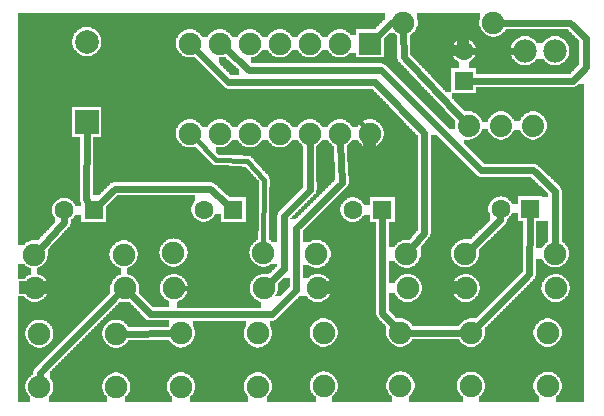
<source format=gtl>
G04 MADE WITH FRITZING*
G04 WWW.FRITZING.ORG*
G04 DOUBLE SIDED*
G04 HOLES PLATED*
G04 CONTOUR ON CENTER OF CONTOUR VECTOR*
%ASAXBY*%
%FSLAX23Y23*%
%MOIN*%
%OFA0B0*%
%SFA1.0B1.0*%
%ADD10C,0.075000*%
%ADD11C,0.074000*%
%ADD12C,0.062992*%
%ADD13C,0.078000*%
%ADD14C,0.078833*%
%ADD15R,0.075000X0.075000*%
%ADD16R,0.062992X0.062992*%
%ADD17R,0.078819X0.078847*%
%ADD18C,0.024000*%
%ADD19C,0.016000*%
%LNCOPPER1*%
G90*
G70*
G54D10*
X1427Y1192D03*
X1493Y792D03*
X108Y1245D03*
G54D11*
X1543Y965D03*
X1650Y965D03*
X1757Y965D03*
X1543Y965D03*
X1650Y965D03*
X1757Y965D03*
G54D10*
X1213Y1238D03*
X1213Y938D03*
X1113Y1238D03*
X1113Y938D03*
X1013Y1238D03*
X1013Y938D03*
X913Y1238D03*
X913Y938D03*
X813Y1238D03*
X813Y938D03*
X713Y1238D03*
X713Y938D03*
X613Y1238D03*
X613Y938D03*
G54D12*
X1254Y684D03*
X1156Y684D03*
X758Y685D03*
X659Y685D03*
X292Y682D03*
X194Y682D03*
X1748Y687D03*
X1649Y687D03*
G54D10*
X839Y95D03*
X583Y95D03*
X839Y272D03*
X583Y272D03*
X1315Y97D03*
X1059Y97D03*
X1315Y275D03*
X1059Y275D03*
X1806Y97D03*
X1550Y97D03*
X1806Y274D03*
X1550Y274D03*
X367Y94D03*
X111Y94D03*
X367Y271D03*
X111Y271D03*
X1530Y538D03*
X1830Y538D03*
X1035Y537D03*
X1335Y537D03*
X558Y541D03*
X858Y541D03*
X1532Y423D03*
X1832Y423D03*
X1039Y423D03*
X1339Y423D03*
X559Y423D03*
X859Y423D03*
X96Y424D03*
X396Y424D03*
X92Y535D03*
X392Y535D03*
G54D13*
X1730Y1214D03*
X1830Y1214D03*
G54D12*
X1526Y1115D03*
X1526Y1214D03*
G54D10*
X1325Y1307D03*
X1625Y1307D03*
G54D14*
X269Y976D03*
X269Y1244D03*
G54D15*
X1213Y1238D03*
G54D16*
X1254Y684D03*
X758Y685D03*
X292Y682D03*
X1748Y687D03*
X1526Y1115D03*
G54D17*
X269Y976D03*
G54D18*
X1326Y1192D02*
X1325Y1279D01*
D02*
X1521Y988D02*
X1326Y1192D01*
D02*
X1013Y910D02*
X1013Y750D01*
D02*
X1013Y750D02*
X926Y664D01*
D02*
X926Y664D02*
X926Y487D01*
D02*
X926Y487D02*
X880Y442D01*
D02*
X1114Y910D02*
X1120Y775D01*
D02*
X1120Y775D02*
X968Y623D01*
D02*
X968Y417D02*
X886Y336D01*
D02*
X968Y623D02*
X968Y417D01*
D02*
X886Y336D02*
X479Y337D01*
D02*
X479Y337D02*
X416Y403D01*
D02*
X734Y1219D02*
X809Y1150D01*
D02*
X809Y1150D02*
X1250Y1149D01*
D02*
X1756Y816D02*
X1829Y748D01*
D02*
X1583Y816D02*
X1756Y816D01*
D02*
X1250Y1149D02*
X1583Y816D01*
D02*
X1829Y748D02*
X1830Y567D01*
D02*
X1521Y274D02*
X1343Y275D01*
G54D19*
D02*
X699Y850D02*
X805Y846D01*
D02*
X629Y922D02*
X699Y850D01*
D02*
X861Y785D02*
X858Y564D01*
D02*
X805Y846D02*
X861Y785D01*
G54D18*
D02*
X1353Y559D02*
X1393Y606D01*
D02*
X1393Y939D02*
X1229Y1110D01*
D02*
X1393Y606D02*
X1393Y939D01*
D02*
X1229Y1110D02*
X741Y1110D01*
D02*
X741Y1110D02*
X633Y1218D01*
G54D19*
D02*
X1198Y956D02*
X1139Y1023D01*
D02*
X593Y1022D02*
X532Y973D01*
D02*
X532Y973D02*
X532Y880D01*
D02*
X1139Y1023D02*
X593Y1022D01*
D02*
X761Y813D02*
X826Y749D01*
D02*
X599Y817D02*
X761Y813D01*
D02*
X532Y880D02*
X599Y817D01*
D02*
X822Y623D02*
X621Y423D01*
D02*
X826Y749D02*
X822Y623D01*
D02*
X621Y423D02*
X582Y423D01*
G54D18*
D02*
X112Y140D02*
X112Y122D01*
D02*
X375Y403D02*
X112Y140D01*
D02*
X396Y271D02*
X555Y272D01*
D02*
X1933Y1161D02*
X1890Y1114D01*
D02*
X1890Y1114D02*
X1553Y1115D01*
D02*
X1932Y1258D02*
X1933Y1161D01*
D02*
X1879Y1308D02*
X1932Y1258D01*
D02*
X1654Y1307D02*
X1879Y1308D01*
D02*
X1282Y1307D02*
X1297Y1307D01*
D02*
X1233Y1258D02*
X1282Y1307D01*
D02*
X1699Y1214D02*
X1553Y1214D01*
D02*
X194Y642D02*
X112Y555D01*
D02*
X194Y656D02*
X194Y642D01*
D02*
X681Y753D02*
X738Y703D01*
D02*
X362Y754D02*
X681Y753D01*
D02*
X311Y702D02*
X362Y754D01*
D02*
X1255Y340D02*
X1254Y657D01*
D02*
X1295Y296D02*
X1255Y340D01*
D02*
X1648Y649D02*
X1648Y661D01*
D02*
X1551Y558D02*
X1648Y649D01*
D02*
X1745Y469D02*
X1570Y294D01*
D02*
X1747Y661D02*
X1745Y469D01*
D02*
X268Y721D02*
X278Y705D01*
D02*
X269Y947D02*
X268Y721D01*
G36*
X1370Y1340D02*
X1370Y1318D01*
X1372Y1318D01*
X1372Y1298D01*
X1370Y1298D01*
X1370Y1292D01*
X1368Y1292D01*
X1368Y1288D01*
X1366Y1288D01*
X1366Y1284D01*
X1364Y1284D01*
X1364Y1282D01*
X1362Y1282D01*
X1362Y1278D01*
X1360Y1278D01*
X1360Y1276D01*
X1358Y1276D01*
X1358Y1274D01*
X1356Y1274D01*
X1356Y1272D01*
X1354Y1272D01*
X1354Y1270D01*
X1350Y1270D01*
X1350Y1268D01*
X1348Y1268D01*
X1348Y1260D01*
X1616Y1260D01*
X1616Y1262D01*
X1610Y1262D01*
X1610Y1264D01*
X1606Y1264D01*
X1606Y1266D01*
X1602Y1266D01*
X1602Y1268D01*
X1600Y1268D01*
X1600Y1270D01*
X1598Y1270D01*
X1598Y1272D01*
X1594Y1272D01*
X1594Y1274D01*
X1592Y1274D01*
X1592Y1276D01*
X1590Y1276D01*
X1590Y1280D01*
X1588Y1280D01*
X1588Y1282D01*
X1586Y1282D01*
X1586Y1284D01*
X1584Y1284D01*
X1584Y1288D01*
X1582Y1288D01*
X1582Y1292D01*
X1580Y1292D01*
X1580Y1298D01*
X1578Y1298D01*
X1578Y1318D01*
X1580Y1318D01*
X1580Y1340D01*
X1370Y1340D01*
G37*
D02*
G36*
X1666Y1286D02*
X1666Y1284D01*
X1664Y1284D01*
X1664Y1282D01*
X1662Y1282D01*
X1662Y1278D01*
X1660Y1278D01*
X1660Y1276D01*
X1658Y1276D01*
X1658Y1274D01*
X1656Y1274D01*
X1656Y1272D01*
X1654Y1272D01*
X1654Y1270D01*
X1650Y1270D01*
X1650Y1268D01*
X1648Y1268D01*
X1648Y1266D01*
X1644Y1266D01*
X1644Y1264D01*
X1640Y1264D01*
X1640Y1262D01*
X1842Y1262D01*
X1842Y1260D01*
X1846Y1260D01*
X1846Y1258D01*
X1850Y1258D01*
X1850Y1256D01*
X1854Y1256D01*
X1854Y1254D01*
X1856Y1254D01*
X1856Y1252D01*
X1860Y1252D01*
X1860Y1250D01*
X1862Y1250D01*
X1862Y1248D01*
X1864Y1248D01*
X1864Y1246D01*
X1866Y1246D01*
X1866Y1244D01*
X1868Y1244D01*
X1868Y1240D01*
X1870Y1240D01*
X1870Y1238D01*
X1872Y1238D01*
X1872Y1234D01*
X1874Y1234D01*
X1874Y1230D01*
X1876Y1230D01*
X1876Y1224D01*
X1878Y1224D01*
X1878Y1204D01*
X1876Y1204D01*
X1876Y1198D01*
X1874Y1198D01*
X1874Y1194D01*
X1872Y1194D01*
X1872Y1190D01*
X1870Y1190D01*
X1870Y1188D01*
X1868Y1188D01*
X1868Y1184D01*
X1866Y1184D01*
X1866Y1182D01*
X1864Y1182D01*
X1864Y1180D01*
X1862Y1180D01*
X1862Y1178D01*
X1860Y1178D01*
X1860Y1176D01*
X1856Y1176D01*
X1856Y1174D01*
X1854Y1174D01*
X1854Y1172D01*
X1850Y1172D01*
X1850Y1170D01*
X1846Y1170D01*
X1846Y1168D01*
X1842Y1168D01*
X1842Y1166D01*
X1908Y1166D01*
X1908Y1168D01*
X1910Y1168D01*
X1910Y1250D01*
X1908Y1250D01*
X1908Y1252D01*
X1906Y1252D01*
X1906Y1254D01*
X1902Y1254D01*
X1902Y1256D01*
X1900Y1256D01*
X1900Y1258D01*
X1898Y1258D01*
X1898Y1260D01*
X1896Y1260D01*
X1896Y1262D01*
X1894Y1262D01*
X1894Y1264D01*
X1892Y1264D01*
X1892Y1266D01*
X1890Y1266D01*
X1890Y1268D01*
X1888Y1268D01*
X1888Y1270D01*
X1886Y1270D01*
X1886Y1272D01*
X1884Y1272D01*
X1884Y1274D01*
X1882Y1274D01*
X1882Y1276D01*
X1880Y1276D01*
X1880Y1278D01*
X1878Y1278D01*
X1878Y1280D01*
X1876Y1280D01*
X1876Y1282D01*
X1874Y1282D01*
X1874Y1284D01*
X1872Y1284D01*
X1872Y1286D01*
X1666Y1286D01*
G37*
D02*
G36*
X1634Y1262D02*
X1634Y1260D01*
X1718Y1260D01*
X1718Y1262D01*
X1634Y1262D01*
G37*
D02*
G36*
X1742Y1262D02*
X1742Y1260D01*
X1746Y1260D01*
X1746Y1258D01*
X1750Y1258D01*
X1750Y1256D01*
X1754Y1256D01*
X1754Y1254D01*
X1756Y1254D01*
X1756Y1252D01*
X1760Y1252D01*
X1760Y1250D01*
X1762Y1250D01*
X1762Y1248D01*
X1764Y1248D01*
X1764Y1246D01*
X1766Y1246D01*
X1766Y1244D01*
X1768Y1244D01*
X1768Y1240D01*
X1790Y1240D01*
X1790Y1242D01*
X1792Y1242D01*
X1792Y1244D01*
X1794Y1244D01*
X1794Y1246D01*
X1796Y1246D01*
X1796Y1248D01*
X1798Y1248D01*
X1798Y1250D01*
X1800Y1250D01*
X1800Y1252D01*
X1802Y1252D01*
X1802Y1254D01*
X1806Y1254D01*
X1806Y1256D01*
X1808Y1256D01*
X1808Y1258D01*
X1812Y1258D01*
X1812Y1260D01*
X1818Y1260D01*
X1818Y1262D01*
X1742Y1262D01*
G37*
D02*
G36*
X1348Y1260D02*
X1348Y1258D01*
X1712Y1258D01*
X1712Y1260D01*
X1348Y1260D01*
G37*
D02*
G36*
X1348Y1260D02*
X1348Y1258D01*
X1712Y1258D01*
X1712Y1260D01*
X1348Y1260D01*
G37*
D02*
G36*
X1348Y1258D02*
X1348Y1256D01*
X1532Y1256D01*
X1532Y1254D01*
X1538Y1254D01*
X1538Y1252D01*
X1542Y1252D01*
X1542Y1250D01*
X1546Y1250D01*
X1546Y1248D01*
X1550Y1248D01*
X1550Y1246D01*
X1552Y1246D01*
X1552Y1244D01*
X1554Y1244D01*
X1554Y1242D01*
X1556Y1242D01*
X1556Y1240D01*
X1558Y1240D01*
X1558Y1238D01*
X1560Y1238D01*
X1560Y1234D01*
X1562Y1234D01*
X1562Y1230D01*
X1564Y1230D01*
X1564Y1226D01*
X1566Y1226D01*
X1566Y1220D01*
X1568Y1220D01*
X1568Y1208D01*
X1566Y1208D01*
X1566Y1202D01*
X1564Y1202D01*
X1564Y1198D01*
X1562Y1198D01*
X1562Y1194D01*
X1560Y1194D01*
X1560Y1190D01*
X1558Y1190D01*
X1558Y1188D01*
X1556Y1188D01*
X1556Y1186D01*
X1554Y1186D01*
X1554Y1184D01*
X1552Y1184D01*
X1552Y1182D01*
X1550Y1182D01*
X1550Y1180D01*
X1546Y1180D01*
X1546Y1178D01*
X1542Y1178D01*
X1542Y1166D01*
X1718Y1166D01*
X1718Y1168D01*
X1712Y1168D01*
X1712Y1170D01*
X1708Y1170D01*
X1708Y1172D01*
X1706Y1172D01*
X1706Y1174D01*
X1702Y1174D01*
X1702Y1176D01*
X1700Y1176D01*
X1700Y1178D01*
X1698Y1178D01*
X1698Y1180D01*
X1696Y1180D01*
X1696Y1182D01*
X1694Y1182D01*
X1694Y1184D01*
X1692Y1184D01*
X1692Y1186D01*
X1690Y1186D01*
X1690Y1188D01*
X1688Y1188D01*
X1688Y1192D01*
X1686Y1192D01*
X1686Y1196D01*
X1684Y1196D01*
X1684Y1202D01*
X1682Y1202D01*
X1682Y1208D01*
X1680Y1208D01*
X1680Y1220D01*
X1682Y1220D01*
X1682Y1226D01*
X1684Y1226D01*
X1684Y1232D01*
X1686Y1232D01*
X1686Y1236D01*
X1688Y1236D01*
X1688Y1240D01*
X1690Y1240D01*
X1690Y1242D01*
X1692Y1242D01*
X1692Y1244D01*
X1694Y1244D01*
X1694Y1246D01*
X1696Y1246D01*
X1696Y1248D01*
X1698Y1248D01*
X1698Y1250D01*
X1700Y1250D01*
X1700Y1252D01*
X1702Y1252D01*
X1702Y1254D01*
X1706Y1254D01*
X1706Y1256D01*
X1708Y1256D01*
X1708Y1258D01*
X1348Y1258D01*
G37*
D02*
G36*
X1348Y1256D02*
X1348Y1200D01*
X1350Y1200D01*
X1350Y1198D01*
X1352Y1198D01*
X1352Y1196D01*
X1354Y1196D01*
X1354Y1194D01*
X1356Y1194D01*
X1356Y1192D01*
X1358Y1192D01*
X1358Y1190D01*
X1360Y1190D01*
X1360Y1188D01*
X1362Y1188D01*
X1362Y1186D01*
X1364Y1186D01*
X1364Y1184D01*
X1366Y1184D01*
X1366Y1182D01*
X1368Y1182D01*
X1368Y1180D01*
X1370Y1180D01*
X1370Y1178D01*
X1372Y1178D01*
X1372Y1176D01*
X1374Y1176D01*
X1374Y1174D01*
X1376Y1174D01*
X1376Y1172D01*
X1378Y1172D01*
X1378Y1168D01*
X1380Y1168D01*
X1380Y1166D01*
X1382Y1166D01*
X1382Y1164D01*
X1384Y1164D01*
X1384Y1162D01*
X1386Y1162D01*
X1386Y1160D01*
X1388Y1160D01*
X1388Y1158D01*
X1390Y1158D01*
X1390Y1156D01*
X1392Y1156D01*
X1392Y1154D01*
X1394Y1154D01*
X1394Y1152D01*
X1396Y1152D01*
X1396Y1150D01*
X1398Y1150D01*
X1398Y1148D01*
X1400Y1148D01*
X1400Y1146D01*
X1402Y1146D01*
X1402Y1144D01*
X1404Y1144D01*
X1404Y1142D01*
X1406Y1142D01*
X1406Y1140D01*
X1408Y1140D01*
X1408Y1138D01*
X1410Y1138D01*
X1410Y1136D01*
X1412Y1136D01*
X1412Y1134D01*
X1414Y1134D01*
X1414Y1132D01*
X1416Y1132D01*
X1416Y1130D01*
X1418Y1130D01*
X1418Y1126D01*
X1420Y1126D01*
X1420Y1124D01*
X1422Y1124D01*
X1422Y1122D01*
X1424Y1122D01*
X1424Y1120D01*
X1426Y1120D01*
X1426Y1118D01*
X1428Y1118D01*
X1428Y1116D01*
X1430Y1116D01*
X1430Y1114D01*
X1432Y1114D01*
X1432Y1112D01*
X1434Y1112D01*
X1434Y1110D01*
X1436Y1110D01*
X1436Y1108D01*
X1438Y1108D01*
X1438Y1106D01*
X1440Y1106D01*
X1440Y1104D01*
X1442Y1104D01*
X1442Y1102D01*
X1444Y1102D01*
X1444Y1100D01*
X1446Y1100D01*
X1446Y1098D01*
X1448Y1098D01*
X1448Y1096D01*
X1450Y1096D01*
X1450Y1094D01*
X1452Y1094D01*
X1452Y1092D01*
X1454Y1092D01*
X1454Y1090D01*
X1456Y1090D01*
X1456Y1088D01*
X1458Y1088D01*
X1458Y1084D01*
X1460Y1084D01*
X1460Y1082D01*
X1462Y1082D01*
X1462Y1080D01*
X1464Y1080D01*
X1464Y1078D01*
X1484Y1078D01*
X1484Y1156D01*
X1486Y1156D01*
X1486Y1158D01*
X1510Y1158D01*
X1510Y1178D01*
X1506Y1178D01*
X1506Y1180D01*
X1504Y1180D01*
X1504Y1182D01*
X1500Y1182D01*
X1500Y1184D01*
X1498Y1184D01*
X1498Y1186D01*
X1496Y1186D01*
X1496Y1188D01*
X1494Y1188D01*
X1494Y1192D01*
X1492Y1192D01*
X1492Y1194D01*
X1490Y1194D01*
X1490Y1198D01*
X1488Y1198D01*
X1488Y1202D01*
X1486Y1202D01*
X1486Y1210D01*
X1484Y1210D01*
X1484Y1218D01*
X1486Y1218D01*
X1486Y1226D01*
X1488Y1226D01*
X1488Y1230D01*
X1490Y1230D01*
X1490Y1234D01*
X1492Y1234D01*
X1492Y1236D01*
X1494Y1236D01*
X1494Y1240D01*
X1496Y1240D01*
X1496Y1242D01*
X1498Y1242D01*
X1498Y1244D01*
X1500Y1244D01*
X1500Y1246D01*
X1504Y1246D01*
X1504Y1248D01*
X1506Y1248D01*
X1506Y1250D01*
X1510Y1250D01*
X1510Y1252D01*
X1514Y1252D01*
X1514Y1254D01*
X1520Y1254D01*
X1520Y1256D01*
X1348Y1256D01*
G37*
D02*
G36*
X1768Y1188D02*
X1768Y1184D01*
X1766Y1184D01*
X1766Y1182D01*
X1764Y1182D01*
X1764Y1180D01*
X1762Y1180D01*
X1762Y1178D01*
X1760Y1178D01*
X1760Y1176D01*
X1756Y1176D01*
X1756Y1174D01*
X1754Y1174D01*
X1754Y1172D01*
X1750Y1172D01*
X1750Y1170D01*
X1746Y1170D01*
X1746Y1168D01*
X1742Y1168D01*
X1742Y1166D01*
X1818Y1166D01*
X1818Y1168D01*
X1812Y1168D01*
X1812Y1170D01*
X1808Y1170D01*
X1808Y1172D01*
X1806Y1172D01*
X1806Y1174D01*
X1802Y1174D01*
X1802Y1176D01*
X1800Y1176D01*
X1800Y1178D01*
X1798Y1178D01*
X1798Y1180D01*
X1796Y1180D01*
X1796Y1182D01*
X1794Y1182D01*
X1794Y1184D01*
X1792Y1184D01*
X1792Y1186D01*
X1790Y1186D01*
X1790Y1188D01*
X1768Y1188D01*
G37*
D02*
G36*
X1542Y1166D02*
X1542Y1164D01*
X1906Y1164D01*
X1906Y1166D01*
X1542Y1166D01*
G37*
D02*
G36*
X1542Y1166D02*
X1542Y1164D01*
X1906Y1164D01*
X1906Y1166D01*
X1542Y1166D01*
G37*
D02*
G36*
X1542Y1166D02*
X1542Y1164D01*
X1906Y1164D01*
X1906Y1166D01*
X1542Y1166D01*
G37*
D02*
G36*
X1542Y1164D02*
X1542Y1158D01*
X1566Y1158D01*
X1566Y1156D01*
X1568Y1156D01*
X1568Y1138D01*
X1844Y1138D01*
X1844Y1136D01*
X1880Y1136D01*
X1880Y1138D01*
X1882Y1138D01*
X1882Y1140D01*
X1884Y1140D01*
X1884Y1142D01*
X1886Y1142D01*
X1886Y1144D01*
X1888Y1144D01*
X1888Y1146D01*
X1890Y1146D01*
X1890Y1148D01*
X1892Y1148D01*
X1892Y1152D01*
X1894Y1152D01*
X1894Y1154D01*
X1896Y1154D01*
X1896Y1156D01*
X1898Y1156D01*
X1898Y1158D01*
X1900Y1158D01*
X1900Y1160D01*
X1902Y1160D01*
X1902Y1162D01*
X1904Y1162D01*
X1904Y1164D01*
X1542Y1164D01*
G37*
D02*
G36*
X1276Y1272D02*
X1276Y1270D01*
X1274Y1270D01*
X1274Y1268D01*
X1272Y1268D01*
X1272Y1266D01*
X1270Y1266D01*
X1270Y1264D01*
X1268Y1264D01*
X1268Y1262D01*
X1266Y1262D01*
X1266Y1260D01*
X1264Y1260D01*
X1264Y1258D01*
X1262Y1258D01*
X1262Y1256D01*
X1260Y1256D01*
X1260Y1192D01*
X1304Y1192D01*
X1304Y1266D01*
X1302Y1266D01*
X1302Y1268D01*
X1300Y1268D01*
X1300Y1270D01*
X1298Y1270D01*
X1298Y1272D01*
X1276Y1272D01*
G37*
D02*
G36*
X852Y1216D02*
X852Y1212D01*
X850Y1212D01*
X850Y1210D01*
X848Y1210D01*
X848Y1208D01*
X846Y1208D01*
X846Y1206D01*
X844Y1206D01*
X844Y1204D01*
X842Y1204D01*
X842Y1202D01*
X840Y1202D01*
X840Y1200D01*
X836Y1200D01*
X836Y1198D01*
X834Y1198D01*
X834Y1196D01*
X830Y1196D01*
X830Y1194D01*
X824Y1194D01*
X824Y1192D01*
X902Y1192D01*
X902Y1194D01*
X896Y1194D01*
X896Y1196D01*
X892Y1196D01*
X892Y1198D01*
X888Y1198D01*
X888Y1200D01*
X886Y1200D01*
X886Y1202D01*
X884Y1202D01*
X884Y1204D01*
X882Y1204D01*
X882Y1206D01*
X880Y1206D01*
X880Y1208D01*
X878Y1208D01*
X878Y1210D01*
X876Y1210D01*
X876Y1212D01*
X874Y1212D01*
X874Y1214D01*
X872Y1214D01*
X872Y1216D01*
X852Y1216D01*
G37*
D02*
G36*
X952Y1216D02*
X952Y1212D01*
X950Y1212D01*
X950Y1210D01*
X948Y1210D01*
X948Y1208D01*
X946Y1208D01*
X946Y1206D01*
X944Y1206D01*
X944Y1204D01*
X942Y1204D01*
X942Y1202D01*
X940Y1202D01*
X940Y1200D01*
X936Y1200D01*
X936Y1198D01*
X934Y1198D01*
X934Y1196D01*
X930Y1196D01*
X930Y1194D01*
X924Y1194D01*
X924Y1192D01*
X1002Y1192D01*
X1002Y1194D01*
X996Y1194D01*
X996Y1196D01*
X992Y1196D01*
X992Y1198D01*
X988Y1198D01*
X988Y1200D01*
X986Y1200D01*
X986Y1202D01*
X984Y1202D01*
X984Y1204D01*
X982Y1204D01*
X982Y1206D01*
X980Y1206D01*
X980Y1208D01*
X978Y1208D01*
X978Y1210D01*
X976Y1210D01*
X976Y1212D01*
X974Y1212D01*
X974Y1214D01*
X972Y1214D01*
X972Y1216D01*
X952Y1216D01*
G37*
D02*
G36*
X1052Y1216D02*
X1052Y1212D01*
X1050Y1212D01*
X1050Y1210D01*
X1048Y1210D01*
X1048Y1208D01*
X1046Y1208D01*
X1046Y1206D01*
X1044Y1206D01*
X1044Y1204D01*
X1042Y1204D01*
X1042Y1202D01*
X1040Y1202D01*
X1040Y1200D01*
X1036Y1200D01*
X1036Y1198D01*
X1034Y1198D01*
X1034Y1196D01*
X1030Y1196D01*
X1030Y1194D01*
X1024Y1194D01*
X1024Y1192D01*
X1102Y1192D01*
X1102Y1194D01*
X1096Y1194D01*
X1096Y1196D01*
X1092Y1196D01*
X1092Y1198D01*
X1088Y1198D01*
X1088Y1200D01*
X1086Y1200D01*
X1086Y1202D01*
X1084Y1202D01*
X1084Y1204D01*
X1082Y1204D01*
X1082Y1206D01*
X1080Y1206D01*
X1080Y1208D01*
X1078Y1208D01*
X1078Y1210D01*
X1076Y1210D01*
X1076Y1212D01*
X1074Y1212D01*
X1074Y1214D01*
X1072Y1214D01*
X1072Y1216D01*
X1052Y1216D01*
G37*
D02*
G36*
X1146Y1208D02*
X1146Y1206D01*
X1144Y1206D01*
X1144Y1204D01*
X1142Y1204D01*
X1142Y1202D01*
X1140Y1202D01*
X1140Y1200D01*
X1136Y1200D01*
X1136Y1198D01*
X1134Y1198D01*
X1134Y1196D01*
X1130Y1196D01*
X1130Y1194D01*
X1124Y1194D01*
X1124Y1192D01*
X1166Y1192D01*
X1166Y1208D01*
X1146Y1208D01*
G37*
D02*
G36*
X818Y1192D02*
X818Y1190D01*
X1304Y1190D01*
X1304Y1192D01*
X818Y1192D01*
G37*
D02*
G36*
X818Y1192D02*
X818Y1190D01*
X1304Y1190D01*
X1304Y1192D01*
X818Y1192D01*
G37*
D02*
G36*
X818Y1192D02*
X818Y1190D01*
X1304Y1190D01*
X1304Y1192D01*
X818Y1192D01*
G37*
D02*
G36*
X818Y1192D02*
X818Y1190D01*
X1304Y1190D01*
X1304Y1192D01*
X818Y1192D01*
G37*
D02*
G36*
X818Y1192D02*
X818Y1190D01*
X1304Y1190D01*
X1304Y1192D01*
X818Y1192D01*
G37*
D02*
G36*
X818Y1190D02*
X818Y1172D01*
X1254Y1172D01*
X1254Y1170D01*
X1260Y1170D01*
X1260Y1168D01*
X1264Y1168D01*
X1264Y1166D01*
X1266Y1166D01*
X1266Y1164D01*
X1268Y1164D01*
X1268Y1162D01*
X1270Y1162D01*
X1270Y1160D01*
X1272Y1160D01*
X1272Y1158D01*
X1274Y1158D01*
X1274Y1156D01*
X1276Y1156D01*
X1276Y1154D01*
X1278Y1154D01*
X1278Y1152D01*
X1280Y1152D01*
X1280Y1150D01*
X1282Y1150D01*
X1282Y1148D01*
X1284Y1148D01*
X1284Y1146D01*
X1286Y1146D01*
X1286Y1144D01*
X1288Y1144D01*
X1288Y1142D01*
X1290Y1142D01*
X1290Y1140D01*
X1292Y1140D01*
X1292Y1138D01*
X1294Y1138D01*
X1294Y1136D01*
X1296Y1136D01*
X1296Y1134D01*
X1298Y1134D01*
X1298Y1132D01*
X1300Y1132D01*
X1300Y1130D01*
X1302Y1130D01*
X1302Y1128D01*
X1304Y1128D01*
X1304Y1126D01*
X1306Y1126D01*
X1306Y1124D01*
X1308Y1124D01*
X1308Y1122D01*
X1310Y1122D01*
X1310Y1120D01*
X1312Y1120D01*
X1312Y1118D01*
X1314Y1118D01*
X1314Y1116D01*
X1316Y1116D01*
X1316Y1114D01*
X1318Y1114D01*
X1318Y1112D01*
X1320Y1112D01*
X1320Y1110D01*
X1322Y1110D01*
X1322Y1108D01*
X1324Y1108D01*
X1324Y1106D01*
X1326Y1106D01*
X1326Y1104D01*
X1328Y1104D01*
X1328Y1102D01*
X1330Y1102D01*
X1330Y1100D01*
X1332Y1100D01*
X1332Y1098D01*
X1334Y1098D01*
X1334Y1096D01*
X1336Y1096D01*
X1336Y1094D01*
X1338Y1094D01*
X1338Y1092D01*
X1340Y1092D01*
X1340Y1090D01*
X1342Y1090D01*
X1342Y1088D01*
X1344Y1088D01*
X1344Y1086D01*
X1346Y1086D01*
X1346Y1084D01*
X1348Y1084D01*
X1348Y1082D01*
X1350Y1082D01*
X1350Y1080D01*
X1352Y1080D01*
X1352Y1078D01*
X1354Y1078D01*
X1354Y1076D01*
X1356Y1076D01*
X1356Y1074D01*
X1358Y1074D01*
X1358Y1072D01*
X1360Y1072D01*
X1360Y1070D01*
X1362Y1070D01*
X1362Y1068D01*
X1364Y1068D01*
X1364Y1066D01*
X1366Y1066D01*
X1366Y1064D01*
X1368Y1064D01*
X1368Y1062D01*
X1370Y1062D01*
X1370Y1060D01*
X1372Y1060D01*
X1372Y1058D01*
X1374Y1058D01*
X1374Y1056D01*
X1376Y1056D01*
X1376Y1054D01*
X1378Y1054D01*
X1378Y1052D01*
X1380Y1052D01*
X1380Y1050D01*
X1382Y1050D01*
X1382Y1048D01*
X1384Y1048D01*
X1384Y1046D01*
X1386Y1046D01*
X1386Y1044D01*
X1388Y1044D01*
X1388Y1042D01*
X1390Y1042D01*
X1390Y1040D01*
X1392Y1040D01*
X1392Y1038D01*
X1394Y1038D01*
X1394Y1036D01*
X1396Y1036D01*
X1396Y1034D01*
X1398Y1034D01*
X1398Y1032D01*
X1400Y1032D01*
X1400Y1030D01*
X1402Y1030D01*
X1402Y1028D01*
X1404Y1028D01*
X1404Y1026D01*
X1406Y1026D01*
X1406Y1024D01*
X1408Y1024D01*
X1408Y1022D01*
X1410Y1022D01*
X1410Y1020D01*
X1412Y1020D01*
X1412Y1018D01*
X1414Y1018D01*
X1414Y1016D01*
X1416Y1016D01*
X1416Y1014D01*
X1418Y1014D01*
X1418Y1012D01*
X1420Y1012D01*
X1420Y1010D01*
X1422Y1010D01*
X1422Y1008D01*
X1424Y1008D01*
X1424Y1006D01*
X1426Y1006D01*
X1426Y1004D01*
X1428Y1004D01*
X1428Y1002D01*
X1430Y1002D01*
X1430Y1000D01*
X1432Y1000D01*
X1432Y998D01*
X1434Y998D01*
X1434Y996D01*
X1436Y996D01*
X1436Y994D01*
X1438Y994D01*
X1438Y992D01*
X1440Y992D01*
X1440Y990D01*
X1442Y990D01*
X1442Y988D01*
X1444Y988D01*
X1444Y986D01*
X1446Y986D01*
X1446Y984D01*
X1448Y984D01*
X1448Y982D01*
X1450Y982D01*
X1450Y980D01*
X1452Y980D01*
X1452Y978D01*
X1454Y978D01*
X1454Y976D01*
X1456Y976D01*
X1456Y974D01*
X1458Y974D01*
X1458Y972D01*
X1460Y972D01*
X1460Y970D01*
X1462Y970D01*
X1462Y968D01*
X1464Y968D01*
X1464Y966D01*
X1466Y966D01*
X1466Y964D01*
X1468Y964D01*
X1468Y962D01*
X1470Y962D01*
X1470Y960D01*
X1472Y960D01*
X1472Y958D01*
X1474Y958D01*
X1474Y956D01*
X1476Y956D01*
X1476Y954D01*
X1478Y954D01*
X1478Y952D01*
X1498Y952D01*
X1498Y956D01*
X1496Y956D01*
X1496Y984D01*
X1494Y984D01*
X1494Y986D01*
X1492Y986D01*
X1492Y988D01*
X1490Y988D01*
X1490Y990D01*
X1488Y990D01*
X1488Y992D01*
X1486Y992D01*
X1486Y994D01*
X1484Y994D01*
X1484Y996D01*
X1482Y996D01*
X1482Y998D01*
X1480Y998D01*
X1480Y1000D01*
X1478Y1000D01*
X1478Y1002D01*
X1476Y1002D01*
X1476Y1004D01*
X1474Y1004D01*
X1474Y1006D01*
X1472Y1006D01*
X1472Y1008D01*
X1470Y1008D01*
X1470Y1010D01*
X1468Y1010D01*
X1468Y1012D01*
X1466Y1012D01*
X1466Y1014D01*
X1464Y1014D01*
X1464Y1018D01*
X1462Y1018D01*
X1462Y1020D01*
X1460Y1020D01*
X1460Y1022D01*
X1458Y1022D01*
X1458Y1024D01*
X1456Y1024D01*
X1456Y1026D01*
X1454Y1026D01*
X1454Y1028D01*
X1452Y1028D01*
X1452Y1030D01*
X1450Y1030D01*
X1450Y1032D01*
X1448Y1032D01*
X1448Y1034D01*
X1446Y1034D01*
X1446Y1036D01*
X1444Y1036D01*
X1444Y1038D01*
X1442Y1038D01*
X1442Y1040D01*
X1440Y1040D01*
X1440Y1042D01*
X1438Y1042D01*
X1438Y1044D01*
X1436Y1044D01*
X1436Y1046D01*
X1434Y1046D01*
X1434Y1048D01*
X1432Y1048D01*
X1432Y1050D01*
X1430Y1050D01*
X1430Y1052D01*
X1428Y1052D01*
X1428Y1054D01*
X1426Y1054D01*
X1426Y1056D01*
X1424Y1056D01*
X1424Y1058D01*
X1422Y1058D01*
X1422Y1062D01*
X1420Y1062D01*
X1420Y1064D01*
X1418Y1064D01*
X1418Y1066D01*
X1416Y1066D01*
X1416Y1068D01*
X1414Y1068D01*
X1414Y1070D01*
X1412Y1070D01*
X1412Y1072D01*
X1410Y1072D01*
X1410Y1074D01*
X1408Y1074D01*
X1408Y1076D01*
X1406Y1076D01*
X1406Y1078D01*
X1404Y1078D01*
X1404Y1080D01*
X1402Y1080D01*
X1402Y1082D01*
X1400Y1082D01*
X1400Y1084D01*
X1398Y1084D01*
X1398Y1086D01*
X1396Y1086D01*
X1396Y1088D01*
X1394Y1088D01*
X1394Y1090D01*
X1392Y1090D01*
X1392Y1092D01*
X1390Y1092D01*
X1390Y1094D01*
X1388Y1094D01*
X1388Y1096D01*
X1386Y1096D01*
X1386Y1098D01*
X1384Y1098D01*
X1384Y1100D01*
X1382Y1100D01*
X1382Y1104D01*
X1380Y1104D01*
X1380Y1106D01*
X1378Y1106D01*
X1378Y1108D01*
X1376Y1108D01*
X1376Y1110D01*
X1374Y1110D01*
X1374Y1112D01*
X1372Y1112D01*
X1372Y1114D01*
X1370Y1114D01*
X1370Y1116D01*
X1368Y1116D01*
X1368Y1118D01*
X1366Y1118D01*
X1366Y1120D01*
X1364Y1120D01*
X1364Y1122D01*
X1362Y1122D01*
X1362Y1124D01*
X1360Y1124D01*
X1360Y1126D01*
X1358Y1126D01*
X1358Y1128D01*
X1356Y1128D01*
X1356Y1130D01*
X1354Y1130D01*
X1354Y1132D01*
X1352Y1132D01*
X1352Y1134D01*
X1350Y1134D01*
X1350Y1136D01*
X1348Y1136D01*
X1348Y1138D01*
X1346Y1138D01*
X1346Y1140D01*
X1344Y1140D01*
X1344Y1142D01*
X1342Y1142D01*
X1342Y1146D01*
X1340Y1146D01*
X1340Y1148D01*
X1338Y1148D01*
X1338Y1150D01*
X1336Y1150D01*
X1336Y1152D01*
X1334Y1152D01*
X1334Y1154D01*
X1332Y1154D01*
X1332Y1156D01*
X1330Y1156D01*
X1330Y1158D01*
X1328Y1158D01*
X1328Y1160D01*
X1326Y1160D01*
X1326Y1162D01*
X1324Y1162D01*
X1324Y1164D01*
X1322Y1164D01*
X1322Y1166D01*
X1320Y1166D01*
X1320Y1168D01*
X1318Y1168D01*
X1318Y1170D01*
X1316Y1170D01*
X1316Y1172D01*
X1314Y1172D01*
X1314Y1174D01*
X1312Y1174D01*
X1312Y1176D01*
X1310Y1176D01*
X1310Y1178D01*
X1308Y1178D01*
X1308Y1182D01*
X1306Y1182D01*
X1306Y1186D01*
X1304Y1186D01*
X1304Y1190D01*
X818Y1190D01*
G37*
D02*
G36*
X710Y1192D02*
X710Y1172D01*
X712Y1172D01*
X712Y1170D01*
X714Y1170D01*
X714Y1168D01*
X716Y1168D01*
X716Y1166D01*
X718Y1166D01*
X718Y1164D01*
X720Y1164D01*
X720Y1162D01*
X722Y1162D01*
X722Y1160D01*
X724Y1160D01*
X724Y1158D01*
X726Y1158D01*
X726Y1156D01*
X728Y1156D01*
X728Y1154D01*
X730Y1154D01*
X730Y1152D01*
X732Y1152D01*
X732Y1150D01*
X734Y1150D01*
X734Y1148D01*
X736Y1148D01*
X736Y1146D01*
X738Y1146D01*
X738Y1144D01*
X740Y1144D01*
X740Y1142D01*
X742Y1142D01*
X742Y1140D01*
X744Y1140D01*
X744Y1138D01*
X746Y1138D01*
X746Y1136D01*
X748Y1136D01*
X748Y1134D01*
X750Y1134D01*
X750Y1132D01*
X776Y1132D01*
X776Y1152D01*
X774Y1152D01*
X774Y1154D01*
X772Y1154D01*
X772Y1156D01*
X770Y1156D01*
X770Y1158D01*
X768Y1158D01*
X768Y1160D01*
X766Y1160D01*
X766Y1162D01*
X764Y1162D01*
X764Y1164D01*
X760Y1164D01*
X760Y1166D01*
X758Y1166D01*
X758Y1168D01*
X756Y1168D01*
X756Y1170D01*
X754Y1170D01*
X754Y1172D01*
X752Y1172D01*
X752Y1174D01*
X750Y1174D01*
X750Y1176D01*
X748Y1176D01*
X748Y1178D01*
X746Y1178D01*
X746Y1180D01*
X744Y1180D01*
X744Y1182D01*
X742Y1182D01*
X742Y1184D01*
X738Y1184D01*
X738Y1186D01*
X736Y1186D01*
X736Y1188D01*
X734Y1188D01*
X734Y1190D01*
X732Y1190D01*
X732Y1192D01*
X710Y1192D01*
G37*
D02*
G36*
X752Y916D02*
X752Y912D01*
X750Y912D01*
X750Y910D01*
X748Y910D01*
X748Y908D01*
X746Y908D01*
X746Y906D01*
X744Y906D01*
X744Y904D01*
X742Y904D01*
X742Y902D01*
X740Y902D01*
X740Y900D01*
X736Y900D01*
X736Y898D01*
X734Y898D01*
X734Y896D01*
X730Y896D01*
X730Y894D01*
X724Y894D01*
X724Y892D01*
X802Y892D01*
X802Y894D01*
X796Y894D01*
X796Y896D01*
X792Y896D01*
X792Y898D01*
X788Y898D01*
X788Y900D01*
X786Y900D01*
X786Y902D01*
X784Y902D01*
X784Y904D01*
X782Y904D01*
X782Y906D01*
X780Y906D01*
X780Y908D01*
X778Y908D01*
X778Y910D01*
X776Y910D01*
X776Y912D01*
X774Y912D01*
X774Y914D01*
X772Y914D01*
X772Y916D01*
X752Y916D01*
G37*
D02*
G36*
X852Y916D02*
X852Y912D01*
X850Y912D01*
X850Y910D01*
X848Y910D01*
X848Y908D01*
X846Y908D01*
X846Y906D01*
X844Y906D01*
X844Y904D01*
X842Y904D01*
X842Y902D01*
X840Y902D01*
X840Y900D01*
X836Y900D01*
X836Y898D01*
X834Y898D01*
X834Y896D01*
X830Y896D01*
X830Y894D01*
X824Y894D01*
X824Y892D01*
X902Y892D01*
X902Y894D01*
X896Y894D01*
X896Y896D01*
X892Y896D01*
X892Y898D01*
X888Y898D01*
X888Y900D01*
X886Y900D01*
X886Y902D01*
X884Y902D01*
X884Y904D01*
X882Y904D01*
X882Y906D01*
X880Y906D01*
X880Y908D01*
X878Y908D01*
X878Y910D01*
X876Y910D01*
X876Y912D01*
X874Y912D01*
X874Y914D01*
X872Y914D01*
X872Y916D01*
X852Y916D01*
G37*
D02*
G36*
X952Y916D02*
X952Y912D01*
X950Y912D01*
X950Y910D01*
X948Y910D01*
X948Y908D01*
X946Y908D01*
X946Y906D01*
X944Y906D01*
X944Y904D01*
X942Y904D01*
X942Y902D01*
X940Y902D01*
X940Y900D01*
X936Y900D01*
X936Y898D01*
X934Y898D01*
X934Y896D01*
X930Y896D01*
X930Y894D01*
X924Y894D01*
X924Y892D01*
X990Y892D01*
X990Y898D01*
X988Y898D01*
X988Y900D01*
X986Y900D01*
X986Y902D01*
X984Y902D01*
X984Y904D01*
X982Y904D01*
X982Y906D01*
X980Y906D01*
X980Y908D01*
X978Y908D01*
X978Y910D01*
X976Y910D01*
X976Y912D01*
X974Y912D01*
X974Y914D01*
X972Y914D01*
X972Y916D01*
X952Y916D01*
G37*
D02*
G36*
X700Y892D02*
X700Y890D01*
X990Y890D01*
X990Y892D01*
X700Y892D01*
G37*
D02*
G36*
X700Y892D02*
X700Y890D01*
X990Y890D01*
X990Y892D01*
X700Y892D01*
G37*
D02*
G36*
X700Y892D02*
X700Y890D01*
X990Y890D01*
X990Y892D01*
X700Y892D01*
G37*
D02*
G36*
X700Y890D02*
X700Y874D01*
X702Y874D01*
X702Y872D01*
X704Y872D01*
X704Y870D01*
X706Y870D01*
X706Y868D01*
X742Y868D01*
X742Y866D01*
X790Y866D01*
X790Y864D01*
X812Y864D01*
X812Y862D01*
X816Y862D01*
X816Y860D01*
X818Y860D01*
X818Y858D01*
X820Y858D01*
X820Y856D01*
X822Y856D01*
X822Y854D01*
X824Y854D01*
X824Y852D01*
X826Y852D01*
X826Y850D01*
X828Y850D01*
X828Y848D01*
X830Y848D01*
X830Y844D01*
X832Y844D01*
X832Y842D01*
X834Y842D01*
X834Y840D01*
X836Y840D01*
X836Y838D01*
X838Y838D01*
X838Y836D01*
X840Y836D01*
X840Y834D01*
X842Y834D01*
X842Y832D01*
X844Y832D01*
X844Y830D01*
X846Y830D01*
X846Y828D01*
X848Y828D01*
X848Y826D01*
X850Y826D01*
X850Y824D01*
X852Y824D01*
X852Y822D01*
X854Y822D01*
X854Y818D01*
X856Y818D01*
X856Y816D01*
X858Y816D01*
X858Y814D01*
X860Y814D01*
X860Y812D01*
X862Y812D01*
X862Y810D01*
X864Y810D01*
X864Y808D01*
X866Y808D01*
X866Y806D01*
X868Y806D01*
X868Y804D01*
X870Y804D01*
X870Y802D01*
X872Y802D01*
X872Y800D01*
X874Y800D01*
X874Y798D01*
X876Y798D01*
X876Y794D01*
X878Y794D01*
X878Y788D01*
X880Y788D01*
X880Y760D01*
X878Y760D01*
X878Y610D01*
X876Y610D01*
X876Y584D01*
X878Y584D01*
X878Y582D01*
X882Y582D01*
X882Y580D01*
X884Y580D01*
X884Y578D01*
X904Y578D01*
X904Y668D01*
X906Y668D01*
X906Y674D01*
X908Y674D01*
X908Y678D01*
X910Y678D01*
X910Y680D01*
X912Y680D01*
X912Y682D01*
X914Y682D01*
X914Y684D01*
X916Y684D01*
X916Y686D01*
X918Y686D01*
X918Y688D01*
X920Y688D01*
X920Y690D01*
X922Y690D01*
X922Y692D01*
X924Y692D01*
X924Y694D01*
X926Y694D01*
X926Y696D01*
X928Y696D01*
X928Y698D01*
X930Y698D01*
X930Y700D01*
X932Y700D01*
X932Y702D01*
X934Y702D01*
X934Y704D01*
X936Y704D01*
X936Y706D01*
X938Y706D01*
X938Y708D01*
X940Y708D01*
X940Y710D01*
X942Y710D01*
X942Y712D01*
X944Y712D01*
X944Y714D01*
X946Y714D01*
X946Y716D01*
X948Y716D01*
X948Y718D01*
X950Y718D01*
X950Y720D01*
X952Y720D01*
X952Y722D01*
X954Y722D01*
X954Y724D01*
X956Y724D01*
X956Y726D01*
X958Y726D01*
X958Y728D01*
X960Y728D01*
X960Y730D01*
X962Y730D01*
X962Y732D01*
X964Y732D01*
X964Y734D01*
X966Y734D01*
X966Y736D01*
X968Y736D01*
X968Y738D01*
X970Y738D01*
X970Y740D01*
X972Y740D01*
X972Y742D01*
X974Y742D01*
X974Y744D01*
X976Y744D01*
X976Y746D01*
X978Y746D01*
X978Y748D01*
X980Y748D01*
X980Y750D01*
X982Y750D01*
X982Y752D01*
X984Y752D01*
X984Y754D01*
X986Y754D01*
X986Y756D01*
X988Y756D01*
X988Y758D01*
X990Y758D01*
X990Y890D01*
X700Y890D01*
G37*
D02*
G36*
X1052Y916D02*
X1052Y912D01*
X1050Y912D01*
X1050Y910D01*
X1048Y910D01*
X1048Y908D01*
X1046Y908D01*
X1046Y906D01*
X1044Y906D01*
X1044Y904D01*
X1042Y904D01*
X1042Y902D01*
X1040Y902D01*
X1040Y900D01*
X1036Y900D01*
X1036Y898D01*
X1034Y898D01*
X1034Y778D01*
X1036Y778D01*
X1036Y750D01*
X1034Y750D01*
X1034Y742D01*
X1032Y742D01*
X1032Y738D01*
X1030Y738D01*
X1030Y736D01*
X1028Y736D01*
X1028Y734D01*
X1026Y734D01*
X1026Y732D01*
X1024Y732D01*
X1024Y730D01*
X1022Y730D01*
X1022Y728D01*
X1020Y728D01*
X1020Y726D01*
X1018Y726D01*
X1018Y724D01*
X1016Y724D01*
X1016Y722D01*
X1014Y722D01*
X1014Y720D01*
X1012Y720D01*
X1012Y718D01*
X1010Y718D01*
X1010Y716D01*
X1008Y716D01*
X1008Y714D01*
X1006Y714D01*
X1006Y712D01*
X1004Y712D01*
X1004Y710D01*
X1002Y710D01*
X1002Y708D01*
X1000Y708D01*
X1000Y706D01*
X998Y706D01*
X998Y704D01*
X996Y704D01*
X996Y702D01*
X994Y702D01*
X994Y700D01*
X992Y700D01*
X992Y698D01*
X990Y698D01*
X990Y696D01*
X988Y696D01*
X988Y694D01*
X986Y694D01*
X986Y692D01*
X984Y692D01*
X984Y690D01*
X982Y690D01*
X982Y688D01*
X980Y688D01*
X980Y686D01*
X978Y686D01*
X978Y684D01*
X976Y684D01*
X976Y682D01*
X974Y682D01*
X974Y680D01*
X972Y680D01*
X972Y678D01*
X970Y678D01*
X970Y676D01*
X968Y676D01*
X968Y674D01*
X966Y674D01*
X966Y672D01*
X964Y672D01*
X964Y670D01*
X962Y670D01*
X962Y668D01*
X960Y668D01*
X960Y666D01*
X958Y666D01*
X958Y664D01*
X956Y664D01*
X956Y662D01*
X954Y662D01*
X954Y660D01*
X952Y660D01*
X952Y658D01*
X950Y658D01*
X950Y656D01*
X948Y656D01*
X948Y654D01*
X968Y654D01*
X968Y656D01*
X970Y656D01*
X970Y658D01*
X972Y658D01*
X972Y660D01*
X974Y660D01*
X974Y662D01*
X976Y662D01*
X976Y664D01*
X978Y664D01*
X978Y666D01*
X980Y666D01*
X980Y668D01*
X982Y668D01*
X982Y670D01*
X984Y670D01*
X984Y672D01*
X986Y672D01*
X986Y674D01*
X988Y674D01*
X988Y676D01*
X990Y676D01*
X990Y678D01*
X992Y678D01*
X992Y680D01*
X994Y680D01*
X994Y682D01*
X996Y682D01*
X996Y684D01*
X998Y684D01*
X998Y686D01*
X1000Y686D01*
X1000Y688D01*
X1002Y688D01*
X1002Y690D01*
X1004Y690D01*
X1004Y692D01*
X1006Y692D01*
X1006Y694D01*
X1008Y694D01*
X1008Y696D01*
X1010Y696D01*
X1010Y698D01*
X1012Y698D01*
X1012Y700D01*
X1014Y700D01*
X1014Y702D01*
X1016Y702D01*
X1016Y704D01*
X1018Y704D01*
X1018Y706D01*
X1020Y706D01*
X1020Y708D01*
X1022Y708D01*
X1022Y710D01*
X1024Y710D01*
X1024Y712D01*
X1026Y712D01*
X1026Y714D01*
X1028Y714D01*
X1028Y716D01*
X1030Y716D01*
X1030Y718D01*
X1032Y718D01*
X1032Y720D01*
X1034Y720D01*
X1034Y722D01*
X1036Y722D01*
X1036Y724D01*
X1038Y724D01*
X1038Y726D01*
X1040Y726D01*
X1040Y728D01*
X1042Y728D01*
X1042Y730D01*
X1044Y730D01*
X1044Y732D01*
X1046Y732D01*
X1046Y734D01*
X1048Y734D01*
X1048Y736D01*
X1050Y736D01*
X1050Y738D01*
X1052Y738D01*
X1052Y740D01*
X1054Y740D01*
X1054Y742D01*
X1056Y742D01*
X1056Y744D01*
X1058Y744D01*
X1058Y746D01*
X1060Y746D01*
X1060Y748D01*
X1062Y748D01*
X1062Y750D01*
X1064Y750D01*
X1064Y752D01*
X1066Y752D01*
X1066Y754D01*
X1068Y754D01*
X1068Y756D01*
X1070Y756D01*
X1070Y758D01*
X1072Y758D01*
X1072Y760D01*
X1074Y760D01*
X1074Y762D01*
X1076Y762D01*
X1076Y764D01*
X1078Y764D01*
X1078Y766D01*
X1080Y766D01*
X1080Y768D01*
X1082Y768D01*
X1082Y770D01*
X1084Y770D01*
X1084Y772D01*
X1086Y772D01*
X1086Y774D01*
X1088Y774D01*
X1088Y776D01*
X1090Y776D01*
X1090Y778D01*
X1092Y778D01*
X1092Y780D01*
X1094Y780D01*
X1094Y782D01*
X1096Y782D01*
X1096Y842D01*
X1094Y842D01*
X1094Y886D01*
X1092Y886D01*
X1092Y898D01*
X1088Y898D01*
X1088Y900D01*
X1086Y900D01*
X1086Y902D01*
X1084Y902D01*
X1084Y904D01*
X1082Y904D01*
X1082Y906D01*
X1080Y906D01*
X1080Y908D01*
X1078Y908D01*
X1078Y910D01*
X1076Y910D01*
X1076Y912D01*
X1074Y912D01*
X1074Y914D01*
X1072Y914D01*
X1072Y916D01*
X1052Y916D01*
G37*
D02*
G36*
X1788Y648D02*
X1788Y646D01*
X1768Y646D01*
X1768Y556D01*
X1788Y556D01*
X1788Y560D01*
X1790Y560D01*
X1790Y564D01*
X1792Y564D01*
X1792Y566D01*
X1794Y566D01*
X1794Y568D01*
X1796Y568D01*
X1796Y570D01*
X1798Y570D01*
X1798Y572D01*
X1800Y572D01*
X1800Y574D01*
X1802Y574D01*
X1802Y576D01*
X1804Y576D01*
X1804Y578D01*
X1808Y578D01*
X1808Y648D01*
X1788Y648D01*
G37*
D02*
G36*
X40Y504D02*
X40Y452D01*
X60Y452D01*
X60Y454D01*
X62Y454D01*
X62Y456D01*
X64Y456D01*
X64Y458D01*
X66Y458D01*
X66Y460D01*
X68Y460D01*
X68Y462D01*
X70Y462D01*
X70Y464D01*
X74Y464D01*
X74Y466D01*
X78Y466D01*
X78Y468D01*
X82Y468D01*
X82Y490D01*
X76Y490D01*
X76Y492D01*
X72Y492D01*
X72Y494D01*
X70Y494D01*
X70Y496D01*
X66Y496D01*
X66Y498D01*
X64Y498D01*
X64Y500D01*
X62Y500D01*
X62Y502D01*
X60Y502D01*
X60Y504D01*
X40Y504D01*
G37*
D02*
G36*
X926Y458D02*
X926Y456D01*
X924Y456D01*
X924Y454D01*
X922Y454D01*
X922Y452D01*
X920Y452D01*
X920Y450D01*
X918Y450D01*
X918Y448D01*
X916Y448D01*
X916Y446D01*
X914Y446D01*
X914Y444D01*
X912Y444D01*
X912Y442D01*
X910Y442D01*
X910Y440D01*
X908Y440D01*
X908Y438D01*
X906Y438D01*
X906Y412D01*
X904Y412D01*
X904Y406D01*
X902Y406D01*
X902Y402D01*
X900Y402D01*
X900Y400D01*
X898Y400D01*
X898Y398D01*
X918Y398D01*
X918Y400D01*
X920Y400D01*
X920Y402D01*
X922Y402D01*
X922Y404D01*
X924Y404D01*
X924Y406D01*
X926Y406D01*
X926Y408D01*
X928Y408D01*
X928Y410D01*
X930Y410D01*
X930Y412D01*
X932Y412D01*
X932Y414D01*
X934Y414D01*
X934Y416D01*
X936Y416D01*
X936Y418D01*
X938Y418D01*
X938Y420D01*
X940Y420D01*
X940Y422D01*
X942Y422D01*
X942Y424D01*
X944Y424D01*
X944Y426D01*
X946Y426D01*
X946Y458D01*
X926Y458D01*
G37*
D02*
G36*
X1416Y934D02*
X1416Y730D01*
X1788Y730D01*
X1788Y728D01*
X1808Y728D01*
X1808Y738D01*
X1806Y738D01*
X1806Y740D01*
X1804Y740D01*
X1804Y742D01*
X1802Y742D01*
X1802Y744D01*
X1800Y744D01*
X1800Y746D01*
X1798Y746D01*
X1798Y748D01*
X1796Y748D01*
X1796Y750D01*
X1794Y750D01*
X1794Y752D01*
X1792Y752D01*
X1792Y754D01*
X1790Y754D01*
X1790Y756D01*
X1788Y756D01*
X1788Y758D01*
X1786Y758D01*
X1786Y760D01*
X1784Y760D01*
X1784Y762D01*
X1780Y762D01*
X1780Y764D01*
X1778Y764D01*
X1778Y766D01*
X1776Y766D01*
X1776Y768D01*
X1774Y768D01*
X1774Y770D01*
X1772Y770D01*
X1772Y772D01*
X1770Y772D01*
X1770Y774D01*
X1768Y774D01*
X1768Y776D01*
X1766Y776D01*
X1766Y778D01*
X1764Y778D01*
X1764Y780D01*
X1762Y780D01*
X1762Y782D01*
X1760Y782D01*
X1760Y784D01*
X1758Y784D01*
X1758Y786D01*
X1756Y786D01*
X1756Y788D01*
X1754Y788D01*
X1754Y790D01*
X1750Y790D01*
X1750Y792D01*
X1748Y792D01*
X1748Y794D01*
X1578Y794D01*
X1578Y796D01*
X1572Y796D01*
X1572Y798D01*
X1570Y798D01*
X1570Y800D01*
X1568Y800D01*
X1568Y802D01*
X1566Y802D01*
X1566Y804D01*
X1564Y804D01*
X1564Y806D01*
X1562Y806D01*
X1562Y808D01*
X1560Y808D01*
X1560Y810D01*
X1558Y810D01*
X1558Y812D01*
X1556Y812D01*
X1556Y814D01*
X1554Y814D01*
X1554Y816D01*
X1552Y816D01*
X1552Y818D01*
X1550Y818D01*
X1550Y820D01*
X1548Y820D01*
X1548Y822D01*
X1546Y822D01*
X1546Y824D01*
X1544Y824D01*
X1544Y826D01*
X1542Y826D01*
X1542Y828D01*
X1540Y828D01*
X1540Y830D01*
X1538Y830D01*
X1538Y832D01*
X1536Y832D01*
X1536Y834D01*
X1534Y834D01*
X1534Y836D01*
X1532Y836D01*
X1532Y838D01*
X1530Y838D01*
X1530Y840D01*
X1528Y840D01*
X1528Y842D01*
X1526Y842D01*
X1526Y844D01*
X1524Y844D01*
X1524Y846D01*
X1522Y846D01*
X1522Y848D01*
X1520Y848D01*
X1520Y850D01*
X1518Y850D01*
X1518Y852D01*
X1516Y852D01*
X1516Y854D01*
X1514Y854D01*
X1514Y856D01*
X1512Y856D01*
X1512Y858D01*
X1510Y858D01*
X1510Y860D01*
X1508Y860D01*
X1508Y862D01*
X1506Y862D01*
X1506Y864D01*
X1504Y864D01*
X1504Y866D01*
X1502Y866D01*
X1502Y868D01*
X1500Y868D01*
X1500Y870D01*
X1498Y870D01*
X1498Y872D01*
X1496Y872D01*
X1496Y874D01*
X1494Y874D01*
X1494Y876D01*
X1492Y876D01*
X1492Y878D01*
X1490Y878D01*
X1490Y880D01*
X1488Y880D01*
X1488Y882D01*
X1486Y882D01*
X1486Y884D01*
X1484Y884D01*
X1484Y886D01*
X1482Y886D01*
X1482Y888D01*
X1480Y888D01*
X1480Y890D01*
X1478Y890D01*
X1478Y892D01*
X1476Y892D01*
X1476Y894D01*
X1474Y894D01*
X1474Y896D01*
X1472Y896D01*
X1472Y898D01*
X1470Y898D01*
X1470Y900D01*
X1468Y900D01*
X1468Y902D01*
X1466Y902D01*
X1466Y904D01*
X1464Y904D01*
X1464Y906D01*
X1462Y906D01*
X1462Y908D01*
X1460Y908D01*
X1460Y910D01*
X1458Y910D01*
X1458Y912D01*
X1456Y912D01*
X1456Y914D01*
X1454Y914D01*
X1454Y916D01*
X1452Y916D01*
X1452Y918D01*
X1450Y918D01*
X1450Y920D01*
X1448Y920D01*
X1448Y922D01*
X1446Y922D01*
X1446Y924D01*
X1444Y924D01*
X1444Y926D01*
X1442Y926D01*
X1442Y928D01*
X1440Y928D01*
X1440Y930D01*
X1438Y930D01*
X1438Y932D01*
X1436Y932D01*
X1436Y934D01*
X1416Y934D01*
G37*
D02*
G36*
X1416Y730D02*
X1416Y602D01*
X1414Y602D01*
X1414Y596D01*
X1412Y596D01*
X1412Y594D01*
X1410Y594D01*
X1410Y592D01*
X1408Y592D01*
X1408Y588D01*
X1406Y588D01*
X1406Y586D01*
X1404Y586D01*
X1404Y584D01*
X1402Y584D01*
X1402Y582D01*
X1400Y582D01*
X1400Y580D01*
X1398Y580D01*
X1398Y576D01*
X1396Y576D01*
X1396Y574D01*
X1394Y574D01*
X1394Y572D01*
X1392Y572D01*
X1392Y570D01*
X1390Y570D01*
X1390Y568D01*
X1388Y568D01*
X1388Y564D01*
X1386Y564D01*
X1386Y562D01*
X1384Y562D01*
X1384Y560D01*
X1382Y560D01*
X1382Y526D01*
X1380Y526D01*
X1380Y522D01*
X1378Y522D01*
X1378Y518D01*
X1376Y518D01*
X1376Y514D01*
X1374Y514D01*
X1374Y510D01*
X1372Y510D01*
X1372Y508D01*
X1370Y508D01*
X1370Y506D01*
X1368Y506D01*
X1368Y504D01*
X1366Y504D01*
X1366Y502D01*
X1364Y502D01*
X1364Y500D01*
X1362Y500D01*
X1362Y498D01*
X1358Y498D01*
X1358Y496D01*
X1354Y496D01*
X1354Y494D01*
X1350Y494D01*
X1350Y492D01*
X1518Y492D01*
X1518Y494D01*
X1512Y494D01*
X1512Y496D01*
X1510Y496D01*
X1510Y498D01*
X1506Y498D01*
X1506Y500D01*
X1504Y500D01*
X1504Y502D01*
X1500Y502D01*
X1500Y504D01*
X1498Y504D01*
X1498Y506D01*
X1496Y506D01*
X1496Y508D01*
X1494Y508D01*
X1494Y510D01*
X1492Y510D01*
X1492Y514D01*
X1490Y514D01*
X1490Y516D01*
X1488Y516D01*
X1488Y520D01*
X1486Y520D01*
X1486Y526D01*
X1484Y526D01*
X1484Y532D01*
X1482Y532D01*
X1482Y546D01*
X1484Y546D01*
X1484Y552D01*
X1486Y552D01*
X1486Y556D01*
X1488Y556D01*
X1488Y560D01*
X1490Y560D01*
X1490Y564D01*
X1492Y564D01*
X1492Y566D01*
X1494Y566D01*
X1494Y568D01*
X1496Y568D01*
X1496Y570D01*
X1498Y570D01*
X1498Y572D01*
X1500Y572D01*
X1500Y574D01*
X1502Y574D01*
X1502Y576D01*
X1504Y576D01*
X1504Y578D01*
X1508Y578D01*
X1508Y580D01*
X1512Y580D01*
X1512Y582D01*
X1516Y582D01*
X1516Y584D01*
X1522Y584D01*
X1522Y586D01*
X1550Y586D01*
X1550Y588D01*
X1552Y588D01*
X1552Y590D01*
X1554Y590D01*
X1554Y592D01*
X1556Y592D01*
X1556Y594D01*
X1558Y594D01*
X1558Y596D01*
X1560Y596D01*
X1560Y598D01*
X1562Y598D01*
X1562Y600D01*
X1564Y600D01*
X1564Y602D01*
X1566Y602D01*
X1566Y604D01*
X1568Y604D01*
X1568Y606D01*
X1570Y606D01*
X1570Y608D01*
X1572Y608D01*
X1572Y610D01*
X1574Y610D01*
X1574Y612D01*
X1576Y612D01*
X1576Y614D01*
X1578Y614D01*
X1578Y616D01*
X1580Y616D01*
X1580Y618D01*
X1584Y618D01*
X1584Y620D01*
X1586Y620D01*
X1586Y622D01*
X1588Y622D01*
X1588Y624D01*
X1590Y624D01*
X1590Y626D01*
X1592Y626D01*
X1592Y628D01*
X1594Y628D01*
X1594Y630D01*
X1596Y630D01*
X1596Y632D01*
X1598Y632D01*
X1598Y634D01*
X1600Y634D01*
X1600Y636D01*
X1602Y636D01*
X1602Y638D01*
X1604Y638D01*
X1604Y640D01*
X1606Y640D01*
X1606Y642D01*
X1608Y642D01*
X1608Y644D01*
X1610Y644D01*
X1610Y646D01*
X1612Y646D01*
X1612Y648D01*
X1614Y648D01*
X1614Y670D01*
X1612Y670D01*
X1612Y674D01*
X1610Y674D01*
X1610Y678D01*
X1608Y678D01*
X1608Y696D01*
X1610Y696D01*
X1610Y702D01*
X1612Y702D01*
X1612Y706D01*
X1614Y706D01*
X1614Y710D01*
X1616Y710D01*
X1616Y712D01*
X1618Y712D01*
X1618Y714D01*
X1620Y714D01*
X1620Y716D01*
X1622Y716D01*
X1622Y718D01*
X1624Y718D01*
X1624Y720D01*
X1626Y720D01*
X1626Y722D01*
X1630Y722D01*
X1630Y724D01*
X1632Y724D01*
X1632Y726D01*
X1638Y726D01*
X1638Y728D01*
X1646Y728D01*
X1646Y730D01*
X1416Y730D01*
G37*
D02*
G36*
X1652Y730D02*
X1652Y728D01*
X1660Y728D01*
X1660Y726D01*
X1666Y726D01*
X1666Y724D01*
X1668Y724D01*
X1668Y722D01*
X1672Y722D01*
X1672Y720D01*
X1674Y720D01*
X1674Y718D01*
X1676Y718D01*
X1676Y716D01*
X1678Y716D01*
X1678Y714D01*
X1680Y714D01*
X1680Y712D01*
X1682Y712D01*
X1682Y710D01*
X1684Y710D01*
X1684Y706D01*
X1686Y706D01*
X1686Y702D01*
X1706Y702D01*
X1706Y730D01*
X1652Y730D01*
G37*
D02*
G36*
X1686Y672D02*
X1686Y670D01*
X1684Y670D01*
X1684Y666D01*
X1682Y666D01*
X1682Y664D01*
X1680Y664D01*
X1680Y662D01*
X1678Y662D01*
X1678Y658D01*
X1674Y658D01*
X1674Y656D01*
X1672Y656D01*
X1672Y654D01*
X1670Y654D01*
X1670Y644D01*
X1668Y644D01*
X1668Y640D01*
X1666Y640D01*
X1666Y636D01*
X1664Y636D01*
X1664Y634D01*
X1662Y634D01*
X1662Y632D01*
X1660Y632D01*
X1660Y630D01*
X1658Y630D01*
X1658Y628D01*
X1656Y628D01*
X1656Y626D01*
X1654Y626D01*
X1654Y624D01*
X1652Y624D01*
X1652Y622D01*
X1650Y622D01*
X1650Y620D01*
X1648Y620D01*
X1648Y618D01*
X1646Y618D01*
X1646Y616D01*
X1642Y616D01*
X1642Y614D01*
X1640Y614D01*
X1640Y612D01*
X1638Y612D01*
X1638Y610D01*
X1636Y610D01*
X1636Y608D01*
X1634Y608D01*
X1634Y606D01*
X1632Y606D01*
X1632Y604D01*
X1630Y604D01*
X1630Y602D01*
X1628Y602D01*
X1628Y600D01*
X1626Y600D01*
X1626Y598D01*
X1624Y598D01*
X1624Y596D01*
X1622Y596D01*
X1622Y594D01*
X1620Y594D01*
X1620Y592D01*
X1618Y592D01*
X1618Y590D01*
X1616Y590D01*
X1616Y588D01*
X1614Y588D01*
X1614Y586D01*
X1612Y586D01*
X1612Y584D01*
X1610Y584D01*
X1610Y582D01*
X1606Y582D01*
X1606Y580D01*
X1604Y580D01*
X1604Y578D01*
X1602Y578D01*
X1602Y576D01*
X1600Y576D01*
X1600Y574D01*
X1598Y574D01*
X1598Y572D01*
X1596Y572D01*
X1596Y570D01*
X1594Y570D01*
X1594Y568D01*
X1592Y568D01*
X1592Y566D01*
X1590Y566D01*
X1590Y564D01*
X1588Y564D01*
X1588Y562D01*
X1586Y562D01*
X1586Y560D01*
X1584Y560D01*
X1584Y558D01*
X1582Y558D01*
X1582Y556D01*
X1580Y556D01*
X1580Y554D01*
X1578Y554D01*
X1578Y534D01*
X1576Y534D01*
X1576Y526D01*
X1574Y526D01*
X1574Y520D01*
X1572Y520D01*
X1572Y518D01*
X1570Y518D01*
X1570Y514D01*
X1568Y514D01*
X1568Y512D01*
X1566Y512D01*
X1566Y508D01*
X1564Y508D01*
X1564Y506D01*
X1562Y506D01*
X1562Y504D01*
X1558Y504D01*
X1558Y502D01*
X1556Y502D01*
X1556Y500D01*
X1554Y500D01*
X1554Y498D01*
X1550Y498D01*
X1550Y496D01*
X1546Y496D01*
X1546Y494D01*
X1542Y494D01*
X1542Y492D01*
X1724Y492D01*
X1724Y646D01*
X1706Y646D01*
X1706Y672D01*
X1686Y672D01*
G37*
D02*
G36*
X1276Y514D02*
X1276Y490D01*
X1326Y490D01*
X1326Y492D01*
X1320Y492D01*
X1320Y494D01*
X1316Y494D01*
X1316Y496D01*
X1312Y496D01*
X1312Y498D01*
X1310Y498D01*
X1310Y500D01*
X1306Y500D01*
X1306Y502D01*
X1304Y502D01*
X1304Y504D01*
X1302Y504D01*
X1302Y506D01*
X1300Y506D01*
X1300Y508D01*
X1298Y508D01*
X1298Y512D01*
X1296Y512D01*
X1296Y514D01*
X1276Y514D01*
G37*
D02*
G36*
X1346Y492D02*
X1346Y490D01*
X1722Y490D01*
X1722Y492D01*
X1346Y492D01*
G37*
D02*
G36*
X1346Y492D02*
X1346Y490D01*
X1722Y490D01*
X1722Y492D01*
X1346Y492D01*
G37*
D02*
G36*
X1276Y490D02*
X1276Y488D01*
X1722Y488D01*
X1722Y490D01*
X1276Y490D01*
G37*
D02*
G36*
X1276Y490D02*
X1276Y488D01*
X1722Y488D01*
X1722Y490D01*
X1276Y490D01*
G37*
D02*
G36*
X1276Y488D02*
X1276Y470D01*
X1544Y470D01*
X1544Y468D01*
X1548Y468D01*
X1548Y466D01*
X1552Y466D01*
X1552Y464D01*
X1556Y464D01*
X1556Y462D01*
X1558Y462D01*
X1558Y460D01*
X1560Y460D01*
X1560Y458D01*
X1564Y458D01*
X1564Y456D01*
X1566Y456D01*
X1566Y454D01*
X1568Y454D01*
X1568Y450D01*
X1570Y450D01*
X1570Y448D01*
X1572Y448D01*
X1572Y444D01*
X1574Y444D01*
X1574Y442D01*
X1576Y442D01*
X1576Y436D01*
X1578Y436D01*
X1578Y430D01*
X1580Y430D01*
X1580Y418D01*
X1578Y418D01*
X1578Y410D01*
X1576Y410D01*
X1576Y406D01*
X1574Y406D01*
X1574Y402D01*
X1572Y402D01*
X1572Y398D01*
X1570Y398D01*
X1570Y396D01*
X1568Y396D01*
X1568Y394D01*
X1566Y394D01*
X1566Y392D01*
X1564Y392D01*
X1564Y390D01*
X1562Y390D01*
X1562Y388D01*
X1560Y388D01*
X1560Y386D01*
X1558Y386D01*
X1558Y384D01*
X1554Y384D01*
X1554Y382D01*
X1552Y382D01*
X1552Y380D01*
X1546Y380D01*
X1546Y378D01*
X1542Y378D01*
X1542Y376D01*
X1622Y376D01*
X1622Y378D01*
X1624Y378D01*
X1624Y380D01*
X1626Y380D01*
X1626Y382D01*
X1628Y382D01*
X1628Y384D01*
X1630Y384D01*
X1630Y386D01*
X1632Y386D01*
X1632Y388D01*
X1634Y388D01*
X1634Y390D01*
X1636Y390D01*
X1636Y392D01*
X1638Y392D01*
X1638Y394D01*
X1640Y394D01*
X1640Y396D01*
X1642Y396D01*
X1642Y398D01*
X1644Y398D01*
X1644Y400D01*
X1646Y400D01*
X1646Y402D01*
X1648Y402D01*
X1648Y404D01*
X1650Y404D01*
X1650Y406D01*
X1652Y406D01*
X1652Y408D01*
X1654Y408D01*
X1654Y410D01*
X1656Y410D01*
X1656Y412D01*
X1658Y412D01*
X1658Y414D01*
X1660Y414D01*
X1660Y416D01*
X1662Y416D01*
X1662Y418D01*
X1664Y418D01*
X1664Y420D01*
X1666Y420D01*
X1666Y422D01*
X1668Y422D01*
X1668Y424D01*
X1670Y424D01*
X1670Y426D01*
X1672Y426D01*
X1672Y428D01*
X1674Y428D01*
X1674Y430D01*
X1676Y430D01*
X1676Y432D01*
X1678Y432D01*
X1678Y434D01*
X1680Y434D01*
X1680Y436D01*
X1682Y436D01*
X1682Y438D01*
X1684Y438D01*
X1684Y440D01*
X1686Y440D01*
X1686Y442D01*
X1688Y442D01*
X1688Y444D01*
X1690Y444D01*
X1690Y446D01*
X1692Y446D01*
X1692Y448D01*
X1694Y448D01*
X1694Y450D01*
X1696Y450D01*
X1696Y452D01*
X1698Y452D01*
X1698Y454D01*
X1700Y454D01*
X1700Y456D01*
X1702Y456D01*
X1702Y458D01*
X1704Y458D01*
X1704Y460D01*
X1706Y460D01*
X1706Y462D01*
X1708Y462D01*
X1708Y464D01*
X1710Y464D01*
X1710Y466D01*
X1712Y466D01*
X1712Y468D01*
X1714Y468D01*
X1714Y470D01*
X1716Y470D01*
X1716Y472D01*
X1718Y472D01*
X1718Y474D01*
X1720Y474D01*
X1720Y476D01*
X1722Y476D01*
X1722Y488D01*
X1276Y488D01*
G37*
D02*
G36*
X1276Y470D02*
X1276Y440D01*
X1296Y440D01*
X1296Y444D01*
X1298Y444D01*
X1298Y446D01*
X1300Y446D01*
X1300Y450D01*
X1302Y450D01*
X1302Y452D01*
X1304Y452D01*
X1304Y454D01*
X1306Y454D01*
X1306Y456D01*
X1308Y456D01*
X1308Y458D01*
X1310Y458D01*
X1310Y460D01*
X1312Y460D01*
X1312Y462D01*
X1316Y462D01*
X1316Y464D01*
X1318Y464D01*
X1318Y466D01*
X1322Y466D01*
X1322Y468D01*
X1328Y468D01*
X1328Y470D01*
X1276Y470D01*
G37*
D02*
G36*
X1350Y470D02*
X1350Y468D01*
X1356Y468D01*
X1356Y466D01*
X1360Y466D01*
X1360Y464D01*
X1362Y464D01*
X1362Y462D01*
X1366Y462D01*
X1366Y460D01*
X1368Y460D01*
X1368Y458D01*
X1370Y458D01*
X1370Y456D01*
X1372Y456D01*
X1372Y454D01*
X1374Y454D01*
X1374Y452D01*
X1376Y452D01*
X1376Y450D01*
X1378Y450D01*
X1378Y446D01*
X1380Y446D01*
X1380Y442D01*
X1382Y442D01*
X1382Y438D01*
X1384Y438D01*
X1384Y432D01*
X1386Y432D01*
X1386Y414D01*
X1384Y414D01*
X1384Y408D01*
X1382Y408D01*
X1382Y404D01*
X1380Y404D01*
X1380Y400D01*
X1378Y400D01*
X1378Y398D01*
X1376Y398D01*
X1376Y394D01*
X1374Y394D01*
X1374Y392D01*
X1372Y392D01*
X1372Y390D01*
X1370Y390D01*
X1370Y388D01*
X1368Y388D01*
X1368Y386D01*
X1364Y386D01*
X1364Y384D01*
X1362Y384D01*
X1362Y382D01*
X1358Y382D01*
X1358Y380D01*
X1354Y380D01*
X1354Y378D01*
X1348Y378D01*
X1348Y376D01*
X1524Y376D01*
X1524Y378D01*
X1518Y378D01*
X1518Y380D01*
X1514Y380D01*
X1514Y382D01*
X1510Y382D01*
X1510Y384D01*
X1506Y384D01*
X1506Y386D01*
X1504Y386D01*
X1504Y388D01*
X1502Y388D01*
X1502Y390D01*
X1500Y390D01*
X1500Y392D01*
X1498Y392D01*
X1498Y394D01*
X1496Y394D01*
X1496Y396D01*
X1494Y396D01*
X1494Y398D01*
X1492Y398D01*
X1492Y402D01*
X1490Y402D01*
X1490Y406D01*
X1488Y406D01*
X1488Y410D01*
X1486Y410D01*
X1486Y418D01*
X1484Y418D01*
X1484Y428D01*
X1486Y428D01*
X1486Y436D01*
X1488Y436D01*
X1488Y442D01*
X1490Y442D01*
X1490Y444D01*
X1492Y444D01*
X1492Y448D01*
X1494Y448D01*
X1494Y450D01*
X1496Y450D01*
X1496Y452D01*
X1498Y452D01*
X1498Y456D01*
X1500Y456D01*
X1500Y458D01*
X1504Y458D01*
X1504Y460D01*
X1506Y460D01*
X1506Y462D01*
X1508Y462D01*
X1508Y464D01*
X1512Y464D01*
X1512Y466D01*
X1516Y466D01*
X1516Y468D01*
X1522Y468D01*
X1522Y470D01*
X1350Y470D01*
G37*
D02*
G36*
X1276Y408D02*
X1276Y394D01*
X1278Y394D01*
X1278Y376D01*
X1330Y376D01*
X1330Y378D01*
X1324Y378D01*
X1324Y380D01*
X1320Y380D01*
X1320Y382D01*
X1316Y382D01*
X1316Y384D01*
X1314Y384D01*
X1314Y386D01*
X1310Y386D01*
X1310Y388D01*
X1308Y388D01*
X1308Y390D01*
X1306Y390D01*
X1306Y392D01*
X1304Y392D01*
X1304Y394D01*
X1302Y394D01*
X1302Y398D01*
X1300Y398D01*
X1300Y400D01*
X1298Y400D01*
X1298Y404D01*
X1296Y404D01*
X1296Y408D01*
X1276Y408D01*
G37*
D02*
G36*
X1278Y376D02*
X1278Y374D01*
X1620Y374D01*
X1620Y376D01*
X1278Y376D01*
G37*
D02*
G36*
X1278Y376D02*
X1278Y374D01*
X1620Y374D01*
X1620Y376D01*
X1278Y376D01*
G37*
D02*
G36*
X1278Y376D02*
X1278Y374D01*
X1620Y374D01*
X1620Y376D01*
X1278Y376D01*
G37*
D02*
G36*
X1278Y374D02*
X1278Y348D01*
X1280Y348D01*
X1280Y344D01*
X1282Y344D01*
X1282Y342D01*
X1284Y342D01*
X1284Y340D01*
X1286Y340D01*
X1286Y338D01*
X1288Y338D01*
X1288Y336D01*
X1290Y336D01*
X1290Y334D01*
X1292Y334D01*
X1292Y332D01*
X1294Y332D01*
X1294Y330D01*
X1296Y330D01*
X1296Y328D01*
X1298Y328D01*
X1298Y324D01*
X1300Y324D01*
X1300Y322D01*
X1324Y322D01*
X1324Y320D01*
X1330Y320D01*
X1330Y318D01*
X1334Y318D01*
X1334Y316D01*
X1338Y316D01*
X1338Y314D01*
X1340Y314D01*
X1340Y312D01*
X1344Y312D01*
X1344Y310D01*
X1346Y310D01*
X1346Y308D01*
X1348Y308D01*
X1348Y306D01*
X1350Y306D01*
X1350Y302D01*
X1352Y302D01*
X1352Y300D01*
X1354Y300D01*
X1354Y298D01*
X1356Y298D01*
X1356Y296D01*
X1510Y296D01*
X1510Y300D01*
X1512Y300D01*
X1512Y302D01*
X1514Y302D01*
X1514Y304D01*
X1516Y304D01*
X1516Y306D01*
X1518Y306D01*
X1518Y308D01*
X1520Y308D01*
X1520Y310D01*
X1522Y310D01*
X1522Y312D01*
X1524Y312D01*
X1524Y314D01*
X1528Y314D01*
X1528Y316D01*
X1530Y316D01*
X1530Y318D01*
X1536Y318D01*
X1536Y320D01*
X1542Y320D01*
X1542Y322D01*
X1568Y322D01*
X1568Y324D01*
X1570Y324D01*
X1570Y326D01*
X1572Y326D01*
X1572Y328D01*
X1574Y328D01*
X1574Y330D01*
X1576Y330D01*
X1576Y332D01*
X1578Y332D01*
X1578Y334D01*
X1580Y334D01*
X1580Y336D01*
X1582Y336D01*
X1582Y338D01*
X1584Y338D01*
X1584Y340D01*
X1586Y340D01*
X1586Y342D01*
X1588Y342D01*
X1588Y344D01*
X1590Y344D01*
X1590Y346D01*
X1592Y346D01*
X1592Y348D01*
X1594Y348D01*
X1594Y350D01*
X1596Y350D01*
X1596Y352D01*
X1598Y352D01*
X1598Y354D01*
X1600Y354D01*
X1600Y356D01*
X1602Y356D01*
X1602Y358D01*
X1604Y358D01*
X1604Y360D01*
X1606Y360D01*
X1606Y362D01*
X1608Y362D01*
X1608Y364D01*
X1610Y364D01*
X1610Y366D01*
X1612Y366D01*
X1612Y368D01*
X1614Y368D01*
X1614Y370D01*
X1616Y370D01*
X1616Y372D01*
X1618Y372D01*
X1618Y374D01*
X1278Y374D01*
G37*
D02*
G36*
X40Y1340D02*
X40Y1294D01*
X278Y1294D01*
X278Y1292D01*
X284Y1292D01*
X284Y1290D01*
X288Y1290D01*
X288Y1288D01*
X292Y1288D01*
X292Y1286D01*
X1122Y1286D01*
X1122Y1284D01*
X1128Y1284D01*
X1128Y1282D01*
X1132Y1282D01*
X1132Y1280D01*
X1134Y1280D01*
X1134Y1278D01*
X1138Y1278D01*
X1138Y1276D01*
X1140Y1276D01*
X1140Y1274D01*
X1142Y1274D01*
X1142Y1272D01*
X1146Y1272D01*
X1146Y1268D01*
X1166Y1268D01*
X1166Y1286D01*
X1230Y1286D01*
X1230Y1288D01*
X1232Y1288D01*
X1232Y1290D01*
X1234Y1290D01*
X1234Y1292D01*
X1236Y1292D01*
X1236Y1294D01*
X1238Y1294D01*
X1238Y1296D01*
X1240Y1296D01*
X1240Y1298D01*
X1242Y1298D01*
X1242Y1300D01*
X1244Y1300D01*
X1244Y1302D01*
X1246Y1302D01*
X1246Y1304D01*
X1248Y1304D01*
X1248Y1306D01*
X1250Y1306D01*
X1250Y1308D01*
X1252Y1308D01*
X1252Y1310D01*
X1254Y1310D01*
X1254Y1312D01*
X1256Y1312D01*
X1256Y1314D01*
X1258Y1314D01*
X1258Y1316D01*
X1260Y1316D01*
X1260Y1318D01*
X1262Y1318D01*
X1262Y1320D01*
X1264Y1320D01*
X1264Y1340D01*
X40Y1340D01*
G37*
D02*
G36*
X40Y1294D02*
X40Y1196D01*
X258Y1196D01*
X258Y1198D01*
X252Y1198D01*
X252Y1200D01*
X248Y1200D01*
X248Y1202D01*
X246Y1202D01*
X246Y1204D01*
X242Y1204D01*
X242Y1206D01*
X240Y1206D01*
X240Y1208D01*
X238Y1208D01*
X238Y1210D01*
X236Y1210D01*
X236Y1212D01*
X234Y1212D01*
X234Y1214D01*
X232Y1214D01*
X232Y1216D01*
X230Y1216D01*
X230Y1218D01*
X228Y1218D01*
X228Y1222D01*
X226Y1222D01*
X226Y1224D01*
X224Y1224D01*
X224Y1228D01*
X222Y1228D01*
X222Y1234D01*
X220Y1234D01*
X220Y1254D01*
X222Y1254D01*
X222Y1260D01*
X224Y1260D01*
X224Y1264D01*
X226Y1264D01*
X226Y1268D01*
X228Y1268D01*
X228Y1272D01*
X230Y1272D01*
X230Y1274D01*
X232Y1274D01*
X232Y1276D01*
X234Y1276D01*
X234Y1278D01*
X236Y1278D01*
X236Y1280D01*
X238Y1280D01*
X238Y1282D01*
X240Y1282D01*
X240Y1284D01*
X244Y1284D01*
X244Y1286D01*
X246Y1286D01*
X246Y1288D01*
X250Y1288D01*
X250Y1290D01*
X254Y1290D01*
X254Y1292D01*
X260Y1292D01*
X260Y1294D01*
X40Y1294D01*
G37*
D02*
G36*
X296Y1286D02*
X296Y1284D01*
X298Y1284D01*
X298Y1282D01*
X300Y1282D01*
X300Y1280D01*
X302Y1280D01*
X302Y1278D01*
X304Y1278D01*
X304Y1276D01*
X306Y1276D01*
X306Y1274D01*
X308Y1274D01*
X308Y1272D01*
X310Y1272D01*
X310Y1268D01*
X312Y1268D01*
X312Y1264D01*
X314Y1264D01*
X314Y1260D01*
X316Y1260D01*
X316Y1256D01*
X318Y1256D01*
X318Y1234D01*
X316Y1234D01*
X316Y1228D01*
X314Y1228D01*
X314Y1224D01*
X312Y1224D01*
X312Y1220D01*
X310Y1220D01*
X310Y1218D01*
X308Y1218D01*
X308Y1216D01*
X306Y1216D01*
X306Y1214D01*
X304Y1214D01*
X304Y1210D01*
X302Y1210D01*
X302Y1208D01*
X298Y1208D01*
X298Y1206D01*
X296Y1206D01*
X296Y1204D01*
X294Y1204D01*
X294Y1202D01*
X290Y1202D01*
X290Y1200D01*
X286Y1200D01*
X286Y1198D01*
X280Y1198D01*
X280Y1196D01*
X592Y1196D01*
X592Y1198D01*
X588Y1198D01*
X588Y1200D01*
X586Y1200D01*
X586Y1202D01*
X584Y1202D01*
X584Y1204D01*
X582Y1204D01*
X582Y1206D01*
X580Y1206D01*
X580Y1208D01*
X578Y1208D01*
X578Y1210D01*
X576Y1210D01*
X576Y1212D01*
X574Y1212D01*
X574Y1214D01*
X572Y1214D01*
X572Y1218D01*
X570Y1218D01*
X570Y1222D01*
X568Y1222D01*
X568Y1228D01*
X566Y1228D01*
X566Y1250D01*
X568Y1250D01*
X568Y1256D01*
X570Y1256D01*
X570Y1258D01*
X572Y1258D01*
X572Y1262D01*
X574Y1262D01*
X574Y1266D01*
X576Y1266D01*
X576Y1268D01*
X578Y1268D01*
X578Y1270D01*
X580Y1270D01*
X580Y1272D01*
X582Y1272D01*
X582Y1274D01*
X584Y1274D01*
X584Y1276D01*
X588Y1276D01*
X588Y1278D01*
X590Y1278D01*
X590Y1280D01*
X594Y1280D01*
X594Y1282D01*
X598Y1282D01*
X598Y1284D01*
X604Y1284D01*
X604Y1286D01*
X296Y1286D01*
G37*
D02*
G36*
X622Y1286D02*
X622Y1284D01*
X628Y1284D01*
X628Y1282D01*
X632Y1282D01*
X632Y1280D01*
X634Y1280D01*
X634Y1278D01*
X638Y1278D01*
X638Y1276D01*
X640Y1276D01*
X640Y1274D01*
X642Y1274D01*
X642Y1272D01*
X646Y1272D01*
X646Y1268D01*
X648Y1268D01*
X648Y1266D01*
X650Y1266D01*
X650Y1264D01*
X652Y1264D01*
X652Y1260D01*
X672Y1260D01*
X672Y1262D01*
X674Y1262D01*
X674Y1266D01*
X676Y1266D01*
X676Y1268D01*
X678Y1268D01*
X678Y1270D01*
X680Y1270D01*
X680Y1272D01*
X682Y1272D01*
X682Y1274D01*
X684Y1274D01*
X684Y1276D01*
X688Y1276D01*
X688Y1278D01*
X690Y1278D01*
X690Y1280D01*
X694Y1280D01*
X694Y1282D01*
X698Y1282D01*
X698Y1284D01*
X704Y1284D01*
X704Y1286D01*
X622Y1286D01*
G37*
D02*
G36*
X722Y1286D02*
X722Y1284D01*
X728Y1284D01*
X728Y1282D01*
X732Y1282D01*
X732Y1280D01*
X734Y1280D01*
X734Y1278D01*
X738Y1278D01*
X738Y1276D01*
X740Y1276D01*
X740Y1274D01*
X742Y1274D01*
X742Y1272D01*
X746Y1272D01*
X746Y1268D01*
X748Y1268D01*
X748Y1266D01*
X750Y1266D01*
X750Y1264D01*
X752Y1264D01*
X752Y1260D01*
X772Y1260D01*
X772Y1262D01*
X774Y1262D01*
X774Y1266D01*
X776Y1266D01*
X776Y1268D01*
X778Y1268D01*
X778Y1270D01*
X780Y1270D01*
X780Y1272D01*
X782Y1272D01*
X782Y1274D01*
X784Y1274D01*
X784Y1276D01*
X788Y1276D01*
X788Y1278D01*
X790Y1278D01*
X790Y1280D01*
X794Y1280D01*
X794Y1282D01*
X798Y1282D01*
X798Y1284D01*
X804Y1284D01*
X804Y1286D01*
X722Y1286D01*
G37*
D02*
G36*
X822Y1286D02*
X822Y1284D01*
X828Y1284D01*
X828Y1282D01*
X832Y1282D01*
X832Y1280D01*
X834Y1280D01*
X834Y1278D01*
X838Y1278D01*
X838Y1276D01*
X840Y1276D01*
X840Y1274D01*
X842Y1274D01*
X842Y1272D01*
X846Y1272D01*
X846Y1268D01*
X848Y1268D01*
X848Y1266D01*
X850Y1266D01*
X850Y1264D01*
X852Y1264D01*
X852Y1260D01*
X872Y1260D01*
X872Y1262D01*
X874Y1262D01*
X874Y1266D01*
X876Y1266D01*
X876Y1268D01*
X878Y1268D01*
X878Y1270D01*
X880Y1270D01*
X880Y1272D01*
X882Y1272D01*
X882Y1274D01*
X884Y1274D01*
X884Y1276D01*
X888Y1276D01*
X888Y1278D01*
X890Y1278D01*
X890Y1280D01*
X894Y1280D01*
X894Y1282D01*
X898Y1282D01*
X898Y1284D01*
X904Y1284D01*
X904Y1286D01*
X822Y1286D01*
G37*
D02*
G36*
X922Y1286D02*
X922Y1284D01*
X928Y1284D01*
X928Y1282D01*
X932Y1282D01*
X932Y1280D01*
X934Y1280D01*
X934Y1278D01*
X938Y1278D01*
X938Y1276D01*
X940Y1276D01*
X940Y1274D01*
X942Y1274D01*
X942Y1272D01*
X946Y1272D01*
X946Y1268D01*
X948Y1268D01*
X948Y1266D01*
X950Y1266D01*
X950Y1264D01*
X952Y1264D01*
X952Y1260D01*
X972Y1260D01*
X972Y1262D01*
X974Y1262D01*
X974Y1266D01*
X976Y1266D01*
X976Y1268D01*
X978Y1268D01*
X978Y1270D01*
X980Y1270D01*
X980Y1272D01*
X982Y1272D01*
X982Y1274D01*
X984Y1274D01*
X984Y1276D01*
X988Y1276D01*
X988Y1278D01*
X990Y1278D01*
X990Y1280D01*
X994Y1280D01*
X994Y1282D01*
X998Y1282D01*
X998Y1284D01*
X1004Y1284D01*
X1004Y1286D01*
X922Y1286D01*
G37*
D02*
G36*
X1022Y1286D02*
X1022Y1284D01*
X1028Y1284D01*
X1028Y1282D01*
X1032Y1282D01*
X1032Y1280D01*
X1034Y1280D01*
X1034Y1278D01*
X1038Y1278D01*
X1038Y1276D01*
X1040Y1276D01*
X1040Y1274D01*
X1042Y1274D01*
X1042Y1272D01*
X1046Y1272D01*
X1046Y1268D01*
X1048Y1268D01*
X1048Y1266D01*
X1050Y1266D01*
X1050Y1264D01*
X1052Y1264D01*
X1052Y1260D01*
X1072Y1260D01*
X1072Y1262D01*
X1074Y1262D01*
X1074Y1266D01*
X1076Y1266D01*
X1076Y1268D01*
X1078Y1268D01*
X1078Y1270D01*
X1080Y1270D01*
X1080Y1272D01*
X1082Y1272D01*
X1082Y1274D01*
X1084Y1274D01*
X1084Y1276D01*
X1088Y1276D01*
X1088Y1278D01*
X1090Y1278D01*
X1090Y1280D01*
X1094Y1280D01*
X1094Y1282D01*
X1098Y1282D01*
X1098Y1284D01*
X1104Y1284D01*
X1104Y1286D01*
X1022Y1286D01*
G37*
D02*
G36*
X40Y1196D02*
X40Y1194D01*
X596Y1194D01*
X596Y1196D01*
X40Y1196D01*
G37*
D02*
G36*
X40Y1196D02*
X40Y1194D01*
X596Y1194D01*
X596Y1196D01*
X40Y1196D01*
G37*
D02*
G36*
X40Y1194D02*
X40Y1026D01*
X318Y1026D01*
X318Y986D01*
X1222Y986D01*
X1222Y984D01*
X1228Y984D01*
X1228Y982D01*
X1232Y982D01*
X1232Y980D01*
X1234Y980D01*
X1234Y978D01*
X1238Y978D01*
X1238Y976D01*
X1240Y976D01*
X1240Y974D01*
X1242Y974D01*
X1242Y972D01*
X1246Y972D01*
X1246Y968D01*
X1248Y968D01*
X1248Y966D01*
X1250Y966D01*
X1250Y964D01*
X1252Y964D01*
X1252Y962D01*
X1254Y962D01*
X1254Y958D01*
X1256Y958D01*
X1256Y954D01*
X1258Y954D01*
X1258Y948D01*
X1260Y948D01*
X1260Y930D01*
X1258Y930D01*
X1258Y924D01*
X1256Y924D01*
X1256Y920D01*
X1254Y920D01*
X1254Y916D01*
X1252Y916D01*
X1252Y912D01*
X1250Y912D01*
X1250Y910D01*
X1248Y910D01*
X1248Y908D01*
X1246Y908D01*
X1246Y906D01*
X1244Y906D01*
X1244Y904D01*
X1242Y904D01*
X1242Y902D01*
X1240Y902D01*
X1240Y900D01*
X1236Y900D01*
X1236Y898D01*
X1234Y898D01*
X1234Y896D01*
X1230Y896D01*
X1230Y894D01*
X1224Y894D01*
X1224Y892D01*
X1372Y892D01*
X1372Y932D01*
X1370Y932D01*
X1370Y934D01*
X1368Y934D01*
X1368Y936D01*
X1366Y936D01*
X1366Y938D01*
X1364Y938D01*
X1364Y940D01*
X1362Y940D01*
X1362Y942D01*
X1360Y942D01*
X1360Y944D01*
X1358Y944D01*
X1358Y946D01*
X1356Y946D01*
X1356Y948D01*
X1354Y948D01*
X1354Y950D01*
X1352Y950D01*
X1352Y952D01*
X1350Y952D01*
X1350Y954D01*
X1348Y954D01*
X1348Y956D01*
X1346Y956D01*
X1346Y958D01*
X1344Y958D01*
X1344Y960D01*
X1342Y960D01*
X1342Y962D01*
X1340Y962D01*
X1340Y964D01*
X1338Y964D01*
X1338Y966D01*
X1336Y966D01*
X1336Y968D01*
X1334Y968D01*
X1334Y970D01*
X1332Y970D01*
X1332Y972D01*
X1330Y972D01*
X1330Y974D01*
X1328Y974D01*
X1328Y976D01*
X1326Y976D01*
X1326Y980D01*
X1324Y980D01*
X1324Y982D01*
X1322Y982D01*
X1322Y984D01*
X1320Y984D01*
X1320Y986D01*
X1318Y986D01*
X1318Y988D01*
X1316Y988D01*
X1316Y990D01*
X1314Y990D01*
X1314Y992D01*
X1312Y992D01*
X1312Y994D01*
X1310Y994D01*
X1310Y996D01*
X1308Y996D01*
X1308Y998D01*
X1306Y998D01*
X1306Y1000D01*
X1304Y1000D01*
X1304Y1002D01*
X1302Y1002D01*
X1302Y1004D01*
X1300Y1004D01*
X1300Y1006D01*
X1298Y1006D01*
X1298Y1008D01*
X1296Y1008D01*
X1296Y1010D01*
X1294Y1010D01*
X1294Y1012D01*
X1292Y1012D01*
X1292Y1014D01*
X1290Y1014D01*
X1290Y1016D01*
X1288Y1016D01*
X1288Y1018D01*
X1286Y1018D01*
X1286Y1020D01*
X1284Y1020D01*
X1284Y1022D01*
X1282Y1022D01*
X1282Y1024D01*
X1280Y1024D01*
X1280Y1026D01*
X1278Y1026D01*
X1278Y1028D01*
X1276Y1028D01*
X1276Y1032D01*
X1274Y1032D01*
X1274Y1034D01*
X1272Y1034D01*
X1272Y1036D01*
X1270Y1036D01*
X1270Y1038D01*
X1268Y1038D01*
X1268Y1040D01*
X1266Y1040D01*
X1266Y1042D01*
X1264Y1042D01*
X1264Y1044D01*
X1262Y1044D01*
X1262Y1046D01*
X1260Y1046D01*
X1260Y1048D01*
X1258Y1048D01*
X1258Y1050D01*
X1256Y1050D01*
X1256Y1052D01*
X1254Y1052D01*
X1254Y1054D01*
X1252Y1054D01*
X1252Y1056D01*
X1250Y1056D01*
X1250Y1058D01*
X1248Y1058D01*
X1248Y1060D01*
X1246Y1060D01*
X1246Y1062D01*
X1244Y1062D01*
X1244Y1064D01*
X1242Y1064D01*
X1242Y1066D01*
X1240Y1066D01*
X1240Y1068D01*
X1238Y1068D01*
X1238Y1070D01*
X1236Y1070D01*
X1236Y1072D01*
X1234Y1072D01*
X1234Y1074D01*
X1232Y1074D01*
X1232Y1076D01*
X1230Y1076D01*
X1230Y1078D01*
X1228Y1078D01*
X1228Y1080D01*
X1226Y1080D01*
X1226Y1082D01*
X1224Y1082D01*
X1224Y1086D01*
X1222Y1086D01*
X1222Y1088D01*
X736Y1088D01*
X736Y1090D01*
X730Y1090D01*
X730Y1092D01*
X728Y1092D01*
X728Y1094D01*
X726Y1094D01*
X726Y1096D01*
X724Y1096D01*
X724Y1098D01*
X722Y1098D01*
X722Y1100D01*
X720Y1100D01*
X720Y1102D01*
X718Y1102D01*
X718Y1104D01*
X716Y1104D01*
X716Y1106D01*
X714Y1106D01*
X714Y1108D01*
X712Y1108D01*
X712Y1110D01*
X710Y1110D01*
X710Y1112D01*
X708Y1112D01*
X708Y1114D01*
X706Y1114D01*
X706Y1116D01*
X704Y1116D01*
X704Y1118D01*
X702Y1118D01*
X702Y1120D01*
X700Y1120D01*
X700Y1122D01*
X698Y1122D01*
X698Y1124D01*
X696Y1124D01*
X696Y1126D01*
X694Y1126D01*
X694Y1128D01*
X692Y1128D01*
X692Y1130D01*
X690Y1130D01*
X690Y1132D01*
X688Y1132D01*
X688Y1134D01*
X686Y1134D01*
X686Y1136D01*
X684Y1136D01*
X684Y1138D01*
X682Y1138D01*
X682Y1140D01*
X680Y1140D01*
X680Y1142D01*
X678Y1142D01*
X678Y1144D01*
X676Y1144D01*
X676Y1146D01*
X674Y1146D01*
X674Y1148D01*
X672Y1148D01*
X672Y1150D01*
X670Y1150D01*
X670Y1152D01*
X668Y1152D01*
X668Y1154D01*
X666Y1154D01*
X666Y1156D01*
X664Y1156D01*
X664Y1158D01*
X662Y1158D01*
X662Y1160D01*
X660Y1160D01*
X660Y1162D01*
X658Y1162D01*
X658Y1164D01*
X656Y1164D01*
X656Y1166D01*
X654Y1166D01*
X654Y1168D01*
X652Y1168D01*
X652Y1170D01*
X650Y1170D01*
X650Y1172D01*
X648Y1172D01*
X648Y1174D01*
X646Y1174D01*
X646Y1176D01*
X644Y1176D01*
X644Y1178D01*
X642Y1178D01*
X642Y1180D01*
X640Y1180D01*
X640Y1182D01*
X638Y1182D01*
X638Y1184D01*
X636Y1184D01*
X636Y1186D01*
X634Y1186D01*
X634Y1188D01*
X632Y1188D01*
X632Y1190D01*
X630Y1190D01*
X630Y1192D01*
X602Y1192D01*
X602Y1194D01*
X40Y1194D01*
G37*
D02*
G36*
X1908Y1104D02*
X1908Y1102D01*
X1906Y1102D01*
X1906Y1100D01*
X1904Y1100D01*
X1904Y1098D01*
X1902Y1098D01*
X1902Y1096D01*
X1898Y1096D01*
X1898Y1094D01*
X1892Y1094D01*
X1892Y1092D01*
X1928Y1092D01*
X1928Y1104D01*
X1908Y1104D01*
G37*
D02*
G36*
X1568Y1094D02*
X1568Y1092D01*
X1838Y1092D01*
X1838Y1094D01*
X1568Y1094D01*
G37*
D02*
G36*
X1568Y1092D02*
X1568Y1090D01*
X1928Y1090D01*
X1928Y1092D01*
X1568Y1092D01*
G37*
D02*
G36*
X1568Y1092D02*
X1568Y1090D01*
X1928Y1090D01*
X1928Y1092D01*
X1568Y1092D01*
G37*
D02*
G36*
X1568Y1090D02*
X1568Y1074D01*
X1488Y1074D01*
X1488Y1054D01*
X1490Y1054D01*
X1490Y1052D01*
X1492Y1052D01*
X1492Y1050D01*
X1494Y1050D01*
X1494Y1048D01*
X1496Y1048D01*
X1496Y1046D01*
X1498Y1046D01*
X1498Y1044D01*
X1500Y1044D01*
X1500Y1040D01*
X1502Y1040D01*
X1502Y1038D01*
X1504Y1038D01*
X1504Y1036D01*
X1506Y1036D01*
X1506Y1034D01*
X1508Y1034D01*
X1508Y1032D01*
X1510Y1032D01*
X1510Y1030D01*
X1512Y1030D01*
X1512Y1028D01*
X1514Y1028D01*
X1514Y1026D01*
X1516Y1026D01*
X1516Y1024D01*
X1518Y1024D01*
X1518Y1022D01*
X1520Y1022D01*
X1520Y1020D01*
X1522Y1020D01*
X1522Y1018D01*
X1524Y1018D01*
X1524Y1016D01*
X1526Y1016D01*
X1526Y1014D01*
X1528Y1014D01*
X1528Y1012D01*
X1766Y1012D01*
X1766Y1010D01*
X1772Y1010D01*
X1772Y1008D01*
X1776Y1008D01*
X1776Y1006D01*
X1780Y1006D01*
X1780Y1004D01*
X1782Y1004D01*
X1782Y1002D01*
X1784Y1002D01*
X1784Y1000D01*
X1788Y1000D01*
X1788Y998D01*
X1790Y998D01*
X1790Y996D01*
X1792Y996D01*
X1792Y992D01*
X1794Y992D01*
X1794Y990D01*
X1796Y990D01*
X1796Y986D01*
X1798Y986D01*
X1798Y984D01*
X1800Y984D01*
X1800Y978D01*
X1802Y978D01*
X1802Y972D01*
X1804Y972D01*
X1804Y960D01*
X1802Y960D01*
X1802Y952D01*
X1800Y952D01*
X1800Y948D01*
X1798Y948D01*
X1798Y944D01*
X1796Y944D01*
X1796Y940D01*
X1794Y940D01*
X1794Y938D01*
X1792Y938D01*
X1792Y936D01*
X1790Y936D01*
X1790Y934D01*
X1788Y934D01*
X1788Y932D01*
X1786Y932D01*
X1786Y930D01*
X1784Y930D01*
X1784Y928D01*
X1782Y928D01*
X1782Y926D01*
X1778Y926D01*
X1778Y924D01*
X1774Y924D01*
X1774Y922D01*
X1770Y922D01*
X1770Y920D01*
X1762Y920D01*
X1762Y918D01*
X1928Y918D01*
X1928Y1090D01*
X1568Y1090D01*
G37*
D02*
G36*
X40Y1026D02*
X40Y724D01*
X202Y724D01*
X202Y722D01*
X208Y722D01*
X208Y720D01*
X212Y720D01*
X212Y718D01*
X216Y718D01*
X216Y716D01*
X218Y716D01*
X218Y714D01*
X220Y714D01*
X220Y712D01*
X222Y712D01*
X222Y710D01*
X224Y710D01*
X224Y708D01*
X226Y708D01*
X226Y706D01*
X228Y706D01*
X228Y702D01*
X230Y702D01*
X230Y698D01*
X250Y698D01*
X250Y710D01*
X248Y710D01*
X248Y716D01*
X246Y716D01*
X246Y928D01*
X220Y928D01*
X220Y1026D01*
X40Y1026D01*
G37*
D02*
G36*
X1552Y1012D02*
X1552Y1010D01*
X1558Y1010D01*
X1558Y1008D01*
X1562Y1008D01*
X1562Y1006D01*
X1566Y1006D01*
X1566Y1004D01*
X1568Y1004D01*
X1568Y1002D01*
X1570Y1002D01*
X1570Y1000D01*
X1574Y1000D01*
X1574Y998D01*
X1576Y998D01*
X1576Y996D01*
X1578Y996D01*
X1578Y992D01*
X1580Y992D01*
X1580Y990D01*
X1582Y990D01*
X1582Y986D01*
X1584Y986D01*
X1584Y984D01*
X1586Y984D01*
X1586Y978D01*
X1606Y978D01*
X1606Y984D01*
X1608Y984D01*
X1608Y986D01*
X1610Y986D01*
X1610Y990D01*
X1612Y990D01*
X1612Y992D01*
X1614Y992D01*
X1614Y994D01*
X1616Y994D01*
X1616Y998D01*
X1618Y998D01*
X1618Y1000D01*
X1622Y1000D01*
X1622Y1002D01*
X1624Y1002D01*
X1624Y1004D01*
X1626Y1004D01*
X1626Y1006D01*
X1630Y1006D01*
X1630Y1008D01*
X1634Y1008D01*
X1634Y1010D01*
X1640Y1010D01*
X1640Y1012D01*
X1552Y1012D01*
G37*
D02*
G36*
X1660Y1012D02*
X1660Y1010D01*
X1666Y1010D01*
X1666Y1008D01*
X1670Y1008D01*
X1670Y1006D01*
X1672Y1006D01*
X1672Y1004D01*
X1676Y1004D01*
X1676Y1002D01*
X1678Y1002D01*
X1678Y1000D01*
X1680Y1000D01*
X1680Y998D01*
X1682Y998D01*
X1682Y996D01*
X1684Y996D01*
X1684Y994D01*
X1686Y994D01*
X1686Y992D01*
X1688Y992D01*
X1688Y988D01*
X1690Y988D01*
X1690Y986D01*
X1692Y986D01*
X1692Y982D01*
X1694Y982D01*
X1694Y980D01*
X1714Y980D01*
X1714Y984D01*
X1716Y984D01*
X1716Y988D01*
X1718Y988D01*
X1718Y992D01*
X1720Y992D01*
X1720Y994D01*
X1722Y994D01*
X1722Y996D01*
X1724Y996D01*
X1724Y998D01*
X1726Y998D01*
X1726Y1000D01*
X1728Y1000D01*
X1728Y1002D01*
X1730Y1002D01*
X1730Y1004D01*
X1734Y1004D01*
X1734Y1006D01*
X1738Y1006D01*
X1738Y1008D01*
X1742Y1008D01*
X1742Y1010D01*
X1746Y1010D01*
X1746Y1012D01*
X1660Y1012D01*
G37*
D02*
G36*
X318Y986D02*
X318Y928D01*
X290Y928D01*
X290Y776D01*
X686Y776D01*
X686Y774D01*
X692Y774D01*
X692Y772D01*
X694Y772D01*
X694Y770D01*
X696Y770D01*
X696Y768D01*
X700Y768D01*
X700Y766D01*
X702Y766D01*
X702Y764D01*
X704Y764D01*
X704Y762D01*
X706Y762D01*
X706Y760D01*
X708Y760D01*
X708Y758D01*
X710Y758D01*
X710Y756D01*
X712Y756D01*
X712Y754D01*
X714Y754D01*
X714Y752D01*
X718Y752D01*
X718Y750D01*
X720Y750D01*
X720Y748D01*
X722Y748D01*
X722Y746D01*
X724Y746D01*
X724Y744D01*
X726Y744D01*
X726Y742D01*
X728Y742D01*
X728Y740D01*
X730Y740D01*
X730Y738D01*
X732Y738D01*
X732Y736D01*
X734Y736D01*
X734Y734D01*
X738Y734D01*
X738Y732D01*
X740Y732D01*
X740Y730D01*
X742Y730D01*
X742Y728D01*
X744Y728D01*
X744Y726D01*
X800Y726D01*
X800Y644D01*
X842Y644D01*
X842Y782D01*
X840Y782D01*
X840Y784D01*
X838Y784D01*
X838Y786D01*
X836Y786D01*
X836Y788D01*
X834Y788D01*
X834Y790D01*
X832Y790D01*
X832Y792D01*
X830Y792D01*
X830Y794D01*
X828Y794D01*
X828Y796D01*
X826Y796D01*
X826Y798D01*
X824Y798D01*
X824Y800D01*
X822Y800D01*
X822Y802D01*
X820Y802D01*
X820Y804D01*
X818Y804D01*
X818Y808D01*
X816Y808D01*
X816Y810D01*
X814Y810D01*
X814Y812D01*
X812Y812D01*
X812Y814D01*
X810Y814D01*
X810Y816D01*
X808Y816D01*
X808Y818D01*
X806Y818D01*
X806Y820D01*
X804Y820D01*
X804Y822D01*
X802Y822D01*
X802Y824D01*
X800Y824D01*
X800Y826D01*
X798Y826D01*
X798Y828D01*
X788Y828D01*
X788Y830D01*
X742Y830D01*
X742Y832D01*
X698Y832D01*
X698Y834D01*
X690Y834D01*
X690Y836D01*
X688Y836D01*
X688Y838D01*
X686Y838D01*
X686Y840D01*
X684Y840D01*
X684Y842D01*
X682Y842D01*
X682Y844D01*
X680Y844D01*
X680Y846D01*
X678Y846D01*
X678Y848D01*
X676Y848D01*
X676Y850D01*
X674Y850D01*
X674Y852D01*
X672Y852D01*
X672Y854D01*
X670Y854D01*
X670Y856D01*
X668Y856D01*
X668Y858D01*
X666Y858D01*
X666Y860D01*
X664Y860D01*
X664Y862D01*
X662Y862D01*
X662Y864D01*
X660Y864D01*
X660Y866D01*
X658Y866D01*
X658Y868D01*
X656Y868D01*
X656Y870D01*
X654Y870D01*
X654Y872D01*
X652Y872D01*
X652Y874D01*
X650Y874D01*
X650Y876D01*
X648Y876D01*
X648Y878D01*
X646Y878D01*
X646Y880D01*
X644Y880D01*
X644Y882D01*
X642Y882D01*
X642Y884D01*
X640Y884D01*
X640Y886D01*
X638Y886D01*
X638Y888D01*
X636Y888D01*
X636Y890D01*
X634Y890D01*
X634Y892D01*
X602Y892D01*
X602Y894D01*
X596Y894D01*
X596Y896D01*
X592Y896D01*
X592Y898D01*
X588Y898D01*
X588Y900D01*
X586Y900D01*
X586Y902D01*
X584Y902D01*
X584Y904D01*
X582Y904D01*
X582Y906D01*
X580Y906D01*
X580Y908D01*
X578Y908D01*
X578Y910D01*
X576Y910D01*
X576Y912D01*
X574Y912D01*
X574Y914D01*
X572Y914D01*
X572Y918D01*
X570Y918D01*
X570Y922D01*
X568Y922D01*
X568Y928D01*
X566Y928D01*
X566Y950D01*
X568Y950D01*
X568Y956D01*
X570Y956D01*
X570Y958D01*
X572Y958D01*
X572Y962D01*
X574Y962D01*
X574Y966D01*
X576Y966D01*
X576Y968D01*
X578Y968D01*
X578Y970D01*
X580Y970D01*
X580Y972D01*
X582Y972D01*
X582Y974D01*
X584Y974D01*
X584Y976D01*
X588Y976D01*
X588Y978D01*
X590Y978D01*
X590Y980D01*
X594Y980D01*
X594Y982D01*
X598Y982D01*
X598Y984D01*
X604Y984D01*
X604Y986D01*
X318Y986D01*
G37*
D02*
G36*
X622Y986D02*
X622Y984D01*
X628Y984D01*
X628Y982D01*
X632Y982D01*
X632Y980D01*
X634Y980D01*
X634Y978D01*
X638Y978D01*
X638Y976D01*
X640Y976D01*
X640Y974D01*
X642Y974D01*
X642Y972D01*
X646Y972D01*
X646Y968D01*
X648Y968D01*
X648Y966D01*
X650Y966D01*
X650Y964D01*
X652Y964D01*
X652Y960D01*
X672Y960D01*
X672Y962D01*
X674Y962D01*
X674Y966D01*
X676Y966D01*
X676Y968D01*
X678Y968D01*
X678Y970D01*
X680Y970D01*
X680Y972D01*
X682Y972D01*
X682Y974D01*
X684Y974D01*
X684Y976D01*
X688Y976D01*
X688Y978D01*
X690Y978D01*
X690Y980D01*
X694Y980D01*
X694Y982D01*
X698Y982D01*
X698Y984D01*
X704Y984D01*
X704Y986D01*
X622Y986D01*
G37*
D02*
G36*
X722Y986D02*
X722Y984D01*
X728Y984D01*
X728Y982D01*
X732Y982D01*
X732Y980D01*
X734Y980D01*
X734Y978D01*
X738Y978D01*
X738Y976D01*
X740Y976D01*
X740Y974D01*
X742Y974D01*
X742Y972D01*
X746Y972D01*
X746Y968D01*
X748Y968D01*
X748Y966D01*
X750Y966D01*
X750Y964D01*
X752Y964D01*
X752Y960D01*
X772Y960D01*
X772Y962D01*
X774Y962D01*
X774Y966D01*
X776Y966D01*
X776Y968D01*
X778Y968D01*
X778Y970D01*
X780Y970D01*
X780Y972D01*
X782Y972D01*
X782Y974D01*
X784Y974D01*
X784Y976D01*
X788Y976D01*
X788Y978D01*
X790Y978D01*
X790Y980D01*
X794Y980D01*
X794Y982D01*
X798Y982D01*
X798Y984D01*
X804Y984D01*
X804Y986D01*
X722Y986D01*
G37*
D02*
G36*
X822Y986D02*
X822Y984D01*
X828Y984D01*
X828Y982D01*
X832Y982D01*
X832Y980D01*
X834Y980D01*
X834Y978D01*
X838Y978D01*
X838Y976D01*
X840Y976D01*
X840Y974D01*
X842Y974D01*
X842Y972D01*
X846Y972D01*
X846Y968D01*
X848Y968D01*
X848Y966D01*
X850Y966D01*
X850Y964D01*
X852Y964D01*
X852Y960D01*
X872Y960D01*
X872Y962D01*
X874Y962D01*
X874Y966D01*
X876Y966D01*
X876Y968D01*
X878Y968D01*
X878Y970D01*
X880Y970D01*
X880Y972D01*
X882Y972D01*
X882Y974D01*
X884Y974D01*
X884Y976D01*
X888Y976D01*
X888Y978D01*
X890Y978D01*
X890Y980D01*
X894Y980D01*
X894Y982D01*
X898Y982D01*
X898Y984D01*
X904Y984D01*
X904Y986D01*
X822Y986D01*
G37*
D02*
G36*
X922Y986D02*
X922Y984D01*
X928Y984D01*
X928Y982D01*
X932Y982D01*
X932Y980D01*
X934Y980D01*
X934Y978D01*
X938Y978D01*
X938Y976D01*
X940Y976D01*
X940Y974D01*
X942Y974D01*
X942Y972D01*
X946Y972D01*
X946Y968D01*
X948Y968D01*
X948Y966D01*
X950Y966D01*
X950Y964D01*
X952Y964D01*
X952Y960D01*
X972Y960D01*
X972Y962D01*
X974Y962D01*
X974Y966D01*
X976Y966D01*
X976Y968D01*
X978Y968D01*
X978Y970D01*
X980Y970D01*
X980Y972D01*
X982Y972D01*
X982Y974D01*
X984Y974D01*
X984Y976D01*
X988Y976D01*
X988Y978D01*
X990Y978D01*
X990Y980D01*
X994Y980D01*
X994Y982D01*
X998Y982D01*
X998Y984D01*
X1004Y984D01*
X1004Y986D01*
X922Y986D01*
G37*
D02*
G36*
X1022Y986D02*
X1022Y984D01*
X1028Y984D01*
X1028Y982D01*
X1032Y982D01*
X1032Y980D01*
X1034Y980D01*
X1034Y978D01*
X1038Y978D01*
X1038Y976D01*
X1040Y976D01*
X1040Y974D01*
X1042Y974D01*
X1042Y972D01*
X1046Y972D01*
X1046Y968D01*
X1048Y968D01*
X1048Y966D01*
X1050Y966D01*
X1050Y964D01*
X1052Y964D01*
X1052Y960D01*
X1072Y960D01*
X1072Y962D01*
X1074Y962D01*
X1074Y966D01*
X1076Y966D01*
X1076Y968D01*
X1078Y968D01*
X1078Y970D01*
X1080Y970D01*
X1080Y972D01*
X1082Y972D01*
X1082Y974D01*
X1084Y974D01*
X1084Y976D01*
X1088Y976D01*
X1088Y978D01*
X1090Y978D01*
X1090Y980D01*
X1094Y980D01*
X1094Y982D01*
X1098Y982D01*
X1098Y984D01*
X1104Y984D01*
X1104Y986D01*
X1022Y986D01*
G37*
D02*
G36*
X1122Y986D02*
X1122Y984D01*
X1128Y984D01*
X1128Y982D01*
X1132Y982D01*
X1132Y980D01*
X1134Y980D01*
X1134Y978D01*
X1138Y978D01*
X1138Y976D01*
X1140Y976D01*
X1140Y974D01*
X1142Y974D01*
X1142Y972D01*
X1146Y972D01*
X1146Y968D01*
X1148Y968D01*
X1148Y966D01*
X1150Y966D01*
X1150Y964D01*
X1152Y964D01*
X1152Y960D01*
X1172Y960D01*
X1172Y962D01*
X1174Y962D01*
X1174Y966D01*
X1176Y966D01*
X1176Y968D01*
X1178Y968D01*
X1178Y970D01*
X1180Y970D01*
X1180Y972D01*
X1182Y972D01*
X1182Y974D01*
X1184Y974D01*
X1184Y976D01*
X1188Y976D01*
X1188Y978D01*
X1190Y978D01*
X1190Y980D01*
X1194Y980D01*
X1194Y982D01*
X1198Y982D01*
X1198Y984D01*
X1204Y984D01*
X1204Y986D01*
X1122Y986D01*
G37*
D02*
G36*
X1586Y952D02*
X1586Y948D01*
X1584Y948D01*
X1584Y944D01*
X1582Y944D01*
X1582Y940D01*
X1580Y940D01*
X1580Y938D01*
X1578Y938D01*
X1578Y936D01*
X1576Y936D01*
X1576Y934D01*
X1574Y934D01*
X1574Y932D01*
X1572Y932D01*
X1572Y930D01*
X1570Y930D01*
X1570Y928D01*
X1568Y928D01*
X1568Y926D01*
X1564Y926D01*
X1564Y924D01*
X1560Y924D01*
X1560Y922D01*
X1556Y922D01*
X1556Y920D01*
X1548Y920D01*
X1548Y918D01*
X1644Y918D01*
X1644Y920D01*
X1636Y920D01*
X1636Y922D01*
X1632Y922D01*
X1632Y924D01*
X1628Y924D01*
X1628Y926D01*
X1624Y926D01*
X1624Y928D01*
X1622Y928D01*
X1622Y930D01*
X1620Y930D01*
X1620Y932D01*
X1618Y932D01*
X1618Y934D01*
X1616Y934D01*
X1616Y936D01*
X1614Y936D01*
X1614Y938D01*
X1612Y938D01*
X1612Y940D01*
X1610Y940D01*
X1610Y944D01*
X1608Y944D01*
X1608Y948D01*
X1606Y948D01*
X1606Y952D01*
X1586Y952D01*
G37*
D02*
G36*
X1692Y950D02*
X1692Y946D01*
X1690Y946D01*
X1690Y942D01*
X1688Y942D01*
X1688Y940D01*
X1686Y940D01*
X1686Y936D01*
X1684Y936D01*
X1684Y934D01*
X1682Y934D01*
X1682Y932D01*
X1680Y932D01*
X1680Y930D01*
X1678Y930D01*
X1678Y928D01*
X1674Y928D01*
X1674Y926D01*
X1672Y926D01*
X1672Y924D01*
X1668Y924D01*
X1668Y922D01*
X1662Y922D01*
X1662Y920D01*
X1656Y920D01*
X1656Y918D01*
X1750Y918D01*
X1750Y920D01*
X1744Y920D01*
X1744Y922D01*
X1738Y922D01*
X1738Y924D01*
X1736Y924D01*
X1736Y926D01*
X1732Y926D01*
X1732Y928D01*
X1730Y928D01*
X1730Y930D01*
X1726Y930D01*
X1726Y932D01*
X1724Y932D01*
X1724Y934D01*
X1722Y934D01*
X1722Y938D01*
X1720Y938D01*
X1720Y940D01*
X1718Y940D01*
X1718Y942D01*
X1716Y942D01*
X1716Y946D01*
X1714Y946D01*
X1714Y950D01*
X1692Y950D01*
G37*
D02*
G36*
X1528Y918D02*
X1528Y916D01*
X1928Y916D01*
X1928Y918D01*
X1528Y918D01*
G37*
D02*
G36*
X1528Y918D02*
X1528Y916D01*
X1928Y916D01*
X1928Y918D01*
X1528Y918D01*
G37*
D02*
G36*
X1528Y918D02*
X1528Y916D01*
X1928Y916D01*
X1928Y918D01*
X1528Y918D01*
G37*
D02*
G36*
X1152Y916D02*
X1152Y912D01*
X1150Y912D01*
X1150Y910D01*
X1148Y910D01*
X1148Y908D01*
X1146Y908D01*
X1146Y906D01*
X1144Y906D01*
X1144Y904D01*
X1142Y904D01*
X1142Y902D01*
X1140Y902D01*
X1140Y900D01*
X1138Y900D01*
X1138Y892D01*
X1202Y892D01*
X1202Y894D01*
X1196Y894D01*
X1196Y896D01*
X1192Y896D01*
X1192Y898D01*
X1188Y898D01*
X1188Y900D01*
X1186Y900D01*
X1186Y902D01*
X1184Y902D01*
X1184Y904D01*
X1182Y904D01*
X1182Y906D01*
X1180Y906D01*
X1180Y908D01*
X1178Y908D01*
X1178Y910D01*
X1176Y910D01*
X1176Y912D01*
X1174Y912D01*
X1174Y914D01*
X1172Y914D01*
X1172Y916D01*
X1152Y916D01*
G37*
D02*
G36*
X1528Y916D02*
X1528Y902D01*
X1530Y902D01*
X1530Y900D01*
X1532Y900D01*
X1532Y898D01*
X1534Y898D01*
X1534Y896D01*
X1536Y896D01*
X1536Y894D01*
X1538Y894D01*
X1538Y892D01*
X1540Y892D01*
X1540Y890D01*
X1542Y890D01*
X1542Y888D01*
X1544Y888D01*
X1544Y886D01*
X1546Y886D01*
X1546Y884D01*
X1548Y884D01*
X1548Y882D01*
X1550Y882D01*
X1550Y880D01*
X1552Y880D01*
X1552Y878D01*
X1554Y878D01*
X1554Y876D01*
X1556Y876D01*
X1556Y874D01*
X1558Y874D01*
X1558Y872D01*
X1560Y872D01*
X1560Y870D01*
X1562Y870D01*
X1562Y868D01*
X1564Y868D01*
X1564Y866D01*
X1566Y866D01*
X1566Y864D01*
X1568Y864D01*
X1568Y862D01*
X1570Y862D01*
X1570Y860D01*
X1572Y860D01*
X1572Y858D01*
X1574Y858D01*
X1574Y856D01*
X1576Y856D01*
X1576Y854D01*
X1578Y854D01*
X1578Y852D01*
X1580Y852D01*
X1580Y850D01*
X1582Y850D01*
X1582Y848D01*
X1584Y848D01*
X1584Y846D01*
X1586Y846D01*
X1586Y844D01*
X1588Y844D01*
X1588Y842D01*
X1590Y842D01*
X1590Y840D01*
X1592Y840D01*
X1592Y838D01*
X1764Y838D01*
X1764Y836D01*
X1768Y836D01*
X1768Y834D01*
X1770Y834D01*
X1770Y832D01*
X1772Y832D01*
X1772Y830D01*
X1774Y830D01*
X1774Y828D01*
X1776Y828D01*
X1776Y826D01*
X1780Y826D01*
X1780Y824D01*
X1782Y824D01*
X1782Y822D01*
X1784Y822D01*
X1784Y820D01*
X1786Y820D01*
X1786Y818D01*
X1788Y818D01*
X1788Y816D01*
X1790Y816D01*
X1790Y814D01*
X1792Y814D01*
X1792Y812D01*
X1794Y812D01*
X1794Y810D01*
X1796Y810D01*
X1796Y808D01*
X1798Y808D01*
X1798Y806D01*
X1800Y806D01*
X1800Y804D01*
X1802Y804D01*
X1802Y802D01*
X1804Y802D01*
X1804Y800D01*
X1806Y800D01*
X1806Y798D01*
X1810Y798D01*
X1810Y796D01*
X1812Y796D01*
X1812Y794D01*
X1814Y794D01*
X1814Y792D01*
X1816Y792D01*
X1816Y790D01*
X1818Y790D01*
X1818Y788D01*
X1820Y788D01*
X1820Y786D01*
X1822Y786D01*
X1822Y784D01*
X1824Y784D01*
X1824Y782D01*
X1826Y782D01*
X1826Y780D01*
X1828Y780D01*
X1828Y778D01*
X1830Y778D01*
X1830Y776D01*
X1832Y776D01*
X1832Y774D01*
X1834Y774D01*
X1834Y772D01*
X1836Y772D01*
X1836Y770D01*
X1840Y770D01*
X1840Y768D01*
X1842Y768D01*
X1842Y766D01*
X1844Y766D01*
X1844Y764D01*
X1846Y764D01*
X1846Y760D01*
X1848Y760D01*
X1848Y758D01*
X1850Y758D01*
X1850Y750D01*
X1852Y750D01*
X1852Y578D01*
X1856Y578D01*
X1856Y576D01*
X1858Y576D01*
X1858Y574D01*
X1860Y574D01*
X1860Y572D01*
X1862Y572D01*
X1862Y570D01*
X1864Y570D01*
X1864Y568D01*
X1866Y568D01*
X1866Y566D01*
X1868Y566D01*
X1868Y562D01*
X1870Y562D01*
X1870Y560D01*
X1872Y560D01*
X1872Y556D01*
X1874Y556D01*
X1874Y550D01*
X1876Y550D01*
X1876Y544D01*
X1878Y544D01*
X1878Y534D01*
X1876Y534D01*
X1876Y526D01*
X1874Y526D01*
X1874Y520D01*
X1872Y520D01*
X1872Y518D01*
X1870Y518D01*
X1870Y514D01*
X1868Y514D01*
X1868Y512D01*
X1866Y512D01*
X1866Y508D01*
X1864Y508D01*
X1864Y506D01*
X1862Y506D01*
X1862Y504D01*
X1858Y504D01*
X1858Y502D01*
X1856Y502D01*
X1856Y500D01*
X1854Y500D01*
X1854Y498D01*
X1850Y498D01*
X1850Y496D01*
X1846Y496D01*
X1846Y494D01*
X1842Y494D01*
X1842Y492D01*
X1928Y492D01*
X1928Y916D01*
X1528Y916D01*
G37*
D02*
G36*
X1138Y892D02*
X1138Y890D01*
X1372Y890D01*
X1372Y892D01*
X1138Y892D01*
G37*
D02*
G36*
X1138Y892D02*
X1138Y890D01*
X1372Y890D01*
X1372Y892D01*
X1138Y892D01*
G37*
D02*
G36*
X1138Y890D02*
X1138Y842D01*
X1140Y842D01*
X1140Y798D01*
X1142Y798D01*
X1142Y770D01*
X1140Y770D01*
X1140Y764D01*
X1138Y764D01*
X1138Y762D01*
X1136Y762D01*
X1136Y760D01*
X1134Y760D01*
X1134Y758D01*
X1132Y758D01*
X1132Y756D01*
X1130Y756D01*
X1130Y754D01*
X1128Y754D01*
X1128Y752D01*
X1126Y752D01*
X1126Y750D01*
X1124Y750D01*
X1124Y748D01*
X1122Y748D01*
X1122Y746D01*
X1120Y746D01*
X1120Y744D01*
X1118Y744D01*
X1118Y742D01*
X1116Y742D01*
X1116Y740D01*
X1114Y740D01*
X1114Y738D01*
X1112Y738D01*
X1112Y736D01*
X1110Y736D01*
X1110Y734D01*
X1108Y734D01*
X1108Y732D01*
X1106Y732D01*
X1106Y730D01*
X1104Y730D01*
X1104Y728D01*
X1102Y728D01*
X1102Y726D01*
X1296Y726D01*
X1296Y644D01*
X1294Y644D01*
X1294Y642D01*
X1276Y642D01*
X1276Y560D01*
X1296Y560D01*
X1296Y562D01*
X1298Y562D01*
X1298Y566D01*
X1300Y566D01*
X1300Y568D01*
X1302Y568D01*
X1302Y570D01*
X1304Y570D01*
X1304Y572D01*
X1306Y572D01*
X1306Y574D01*
X1308Y574D01*
X1308Y576D01*
X1312Y576D01*
X1312Y578D01*
X1316Y578D01*
X1316Y580D01*
X1320Y580D01*
X1320Y582D01*
X1326Y582D01*
X1326Y584D01*
X1346Y584D01*
X1346Y586D01*
X1348Y586D01*
X1348Y588D01*
X1350Y588D01*
X1350Y590D01*
X1352Y590D01*
X1352Y592D01*
X1354Y592D01*
X1354Y596D01*
X1356Y596D01*
X1356Y598D01*
X1358Y598D01*
X1358Y600D01*
X1360Y600D01*
X1360Y602D01*
X1362Y602D01*
X1362Y604D01*
X1364Y604D01*
X1364Y608D01*
X1366Y608D01*
X1366Y610D01*
X1368Y610D01*
X1368Y612D01*
X1370Y612D01*
X1370Y614D01*
X1372Y614D01*
X1372Y890D01*
X1138Y890D01*
G37*
D02*
G36*
X290Y776D02*
X290Y732D01*
X310Y732D01*
X310Y734D01*
X312Y734D01*
X312Y736D01*
X314Y736D01*
X314Y738D01*
X316Y738D01*
X316Y740D01*
X318Y740D01*
X318Y742D01*
X320Y742D01*
X320Y744D01*
X322Y744D01*
X322Y746D01*
X324Y746D01*
X324Y748D01*
X326Y748D01*
X326Y750D01*
X328Y750D01*
X328Y752D01*
X330Y752D01*
X330Y754D01*
X332Y754D01*
X332Y756D01*
X334Y756D01*
X334Y758D01*
X336Y758D01*
X336Y760D01*
X338Y760D01*
X338Y762D01*
X340Y762D01*
X340Y764D01*
X342Y764D01*
X342Y766D01*
X344Y766D01*
X344Y768D01*
X346Y768D01*
X346Y770D01*
X348Y770D01*
X348Y772D01*
X350Y772D01*
X350Y774D01*
X356Y774D01*
X356Y776D01*
X290Y776D01*
G37*
D02*
G36*
X370Y732D02*
X370Y730D01*
X368Y730D01*
X368Y728D01*
X366Y728D01*
X366Y726D01*
X364Y726D01*
X364Y724D01*
X362Y724D01*
X362Y722D01*
X360Y722D01*
X360Y720D01*
X358Y720D01*
X358Y718D01*
X356Y718D01*
X356Y716D01*
X354Y716D01*
X354Y714D01*
X352Y714D01*
X352Y712D01*
X350Y712D01*
X350Y710D01*
X348Y710D01*
X348Y708D01*
X346Y708D01*
X346Y706D01*
X344Y706D01*
X344Y704D01*
X342Y704D01*
X342Y702D01*
X340Y702D01*
X340Y700D01*
X338Y700D01*
X338Y698D01*
X336Y698D01*
X336Y696D01*
X334Y696D01*
X334Y644D01*
X650Y644D01*
X650Y646D01*
X646Y646D01*
X646Y648D01*
X642Y648D01*
X642Y650D01*
X638Y650D01*
X638Y652D01*
X636Y652D01*
X636Y654D01*
X634Y654D01*
X634Y656D01*
X630Y656D01*
X630Y658D01*
X628Y658D01*
X628Y662D01*
X626Y662D01*
X626Y664D01*
X624Y664D01*
X624Y668D01*
X622Y668D01*
X622Y670D01*
X620Y670D01*
X620Y676D01*
X618Y676D01*
X618Y694D01*
X620Y694D01*
X620Y700D01*
X622Y700D01*
X622Y704D01*
X624Y704D01*
X624Y706D01*
X626Y706D01*
X626Y710D01*
X628Y710D01*
X628Y712D01*
X630Y712D01*
X630Y732D01*
X370Y732D01*
G37*
D02*
G36*
X1100Y726D02*
X1100Y724D01*
X1098Y724D01*
X1098Y722D01*
X1096Y722D01*
X1096Y720D01*
X1094Y720D01*
X1094Y718D01*
X1092Y718D01*
X1092Y716D01*
X1090Y716D01*
X1090Y714D01*
X1088Y714D01*
X1088Y712D01*
X1086Y712D01*
X1086Y710D01*
X1084Y710D01*
X1084Y708D01*
X1082Y708D01*
X1082Y706D01*
X1080Y706D01*
X1080Y704D01*
X1078Y704D01*
X1078Y702D01*
X1076Y702D01*
X1076Y700D01*
X1074Y700D01*
X1074Y698D01*
X1072Y698D01*
X1072Y696D01*
X1070Y696D01*
X1070Y694D01*
X1068Y694D01*
X1068Y692D01*
X1066Y692D01*
X1066Y690D01*
X1064Y690D01*
X1064Y688D01*
X1062Y688D01*
X1062Y686D01*
X1060Y686D01*
X1060Y684D01*
X1058Y684D01*
X1058Y682D01*
X1056Y682D01*
X1056Y680D01*
X1054Y680D01*
X1054Y678D01*
X1052Y678D01*
X1052Y676D01*
X1050Y676D01*
X1050Y674D01*
X1048Y674D01*
X1048Y672D01*
X1046Y672D01*
X1046Y670D01*
X1044Y670D01*
X1044Y668D01*
X1042Y668D01*
X1042Y666D01*
X1040Y666D01*
X1040Y664D01*
X1038Y664D01*
X1038Y662D01*
X1036Y662D01*
X1036Y660D01*
X1034Y660D01*
X1034Y658D01*
X1032Y658D01*
X1032Y656D01*
X1030Y656D01*
X1030Y654D01*
X1028Y654D01*
X1028Y652D01*
X1026Y652D01*
X1026Y650D01*
X1024Y650D01*
X1024Y648D01*
X1022Y648D01*
X1022Y646D01*
X1020Y646D01*
X1020Y644D01*
X1018Y644D01*
X1018Y642D01*
X1154Y642D01*
X1154Y644D01*
X1144Y644D01*
X1144Y646D01*
X1140Y646D01*
X1140Y648D01*
X1136Y648D01*
X1136Y650D01*
X1134Y650D01*
X1134Y652D01*
X1130Y652D01*
X1130Y654D01*
X1128Y654D01*
X1128Y656D01*
X1126Y656D01*
X1126Y658D01*
X1124Y658D01*
X1124Y660D01*
X1122Y660D01*
X1122Y664D01*
X1120Y664D01*
X1120Y668D01*
X1118Y668D01*
X1118Y672D01*
X1116Y672D01*
X1116Y678D01*
X1114Y678D01*
X1114Y692D01*
X1116Y692D01*
X1116Y698D01*
X1118Y698D01*
X1118Y702D01*
X1120Y702D01*
X1120Y704D01*
X1122Y704D01*
X1122Y708D01*
X1124Y708D01*
X1124Y710D01*
X1126Y710D01*
X1126Y712D01*
X1128Y712D01*
X1128Y714D01*
X1130Y714D01*
X1130Y716D01*
X1132Y716D01*
X1132Y718D01*
X1136Y718D01*
X1136Y720D01*
X1138Y720D01*
X1138Y722D01*
X1142Y722D01*
X1142Y724D01*
X1148Y724D01*
X1148Y726D01*
X1100Y726D01*
G37*
D02*
G36*
X1162Y726D02*
X1162Y724D01*
X1168Y724D01*
X1168Y722D01*
X1172Y722D01*
X1172Y720D01*
X1176Y720D01*
X1176Y718D01*
X1180Y718D01*
X1180Y716D01*
X1182Y716D01*
X1182Y714D01*
X1184Y714D01*
X1184Y712D01*
X1186Y712D01*
X1186Y710D01*
X1188Y710D01*
X1188Y708D01*
X1190Y708D01*
X1190Y704D01*
X1192Y704D01*
X1192Y700D01*
X1212Y700D01*
X1212Y726D01*
X1162Y726D01*
G37*
D02*
G36*
X40Y724D02*
X40Y568D01*
X62Y568D01*
X62Y570D01*
X64Y570D01*
X64Y572D01*
X66Y572D01*
X66Y574D01*
X68Y574D01*
X68Y576D01*
X72Y576D01*
X72Y578D01*
X76Y578D01*
X76Y580D01*
X82Y580D01*
X82Y582D01*
X108Y582D01*
X108Y584D01*
X110Y584D01*
X110Y586D01*
X112Y586D01*
X112Y590D01*
X114Y590D01*
X114Y592D01*
X116Y592D01*
X116Y594D01*
X118Y594D01*
X118Y596D01*
X120Y596D01*
X120Y598D01*
X122Y598D01*
X122Y600D01*
X124Y600D01*
X124Y602D01*
X126Y602D01*
X126Y604D01*
X128Y604D01*
X128Y606D01*
X130Y606D01*
X130Y608D01*
X132Y608D01*
X132Y610D01*
X134Y610D01*
X134Y612D01*
X136Y612D01*
X136Y614D01*
X138Y614D01*
X138Y616D01*
X140Y616D01*
X140Y618D01*
X142Y618D01*
X142Y620D01*
X144Y620D01*
X144Y622D01*
X146Y622D01*
X146Y624D01*
X148Y624D01*
X148Y626D01*
X150Y626D01*
X150Y630D01*
X152Y630D01*
X152Y632D01*
X154Y632D01*
X154Y634D01*
X156Y634D01*
X156Y636D01*
X158Y636D01*
X158Y638D01*
X160Y638D01*
X160Y640D01*
X162Y640D01*
X162Y660D01*
X160Y660D01*
X160Y662D01*
X158Y662D01*
X158Y666D01*
X156Y666D01*
X156Y670D01*
X154Y670D01*
X154Y676D01*
X152Y676D01*
X152Y690D01*
X154Y690D01*
X154Y696D01*
X156Y696D01*
X156Y700D01*
X158Y700D01*
X158Y704D01*
X160Y704D01*
X160Y706D01*
X162Y706D01*
X162Y708D01*
X164Y708D01*
X164Y710D01*
X166Y710D01*
X166Y712D01*
X168Y712D01*
X168Y714D01*
X170Y714D01*
X170Y716D01*
X172Y716D01*
X172Y718D01*
X176Y718D01*
X176Y720D01*
X180Y720D01*
X180Y722D01*
X186Y722D01*
X186Y724D01*
X40Y724D01*
G37*
D02*
G36*
X696Y670D02*
X696Y666D01*
X694Y666D01*
X694Y664D01*
X692Y664D01*
X692Y660D01*
X690Y660D01*
X690Y658D01*
X688Y658D01*
X688Y656D01*
X686Y656D01*
X686Y654D01*
X682Y654D01*
X682Y652D01*
X680Y652D01*
X680Y650D01*
X676Y650D01*
X676Y648D01*
X672Y648D01*
X672Y646D01*
X668Y646D01*
X668Y644D01*
X716Y644D01*
X716Y670D01*
X696Y670D01*
G37*
D02*
G36*
X1192Y668D02*
X1192Y664D01*
X1190Y664D01*
X1190Y662D01*
X1188Y662D01*
X1188Y660D01*
X1186Y660D01*
X1186Y656D01*
X1184Y656D01*
X1184Y654D01*
X1180Y654D01*
X1180Y652D01*
X1178Y652D01*
X1178Y650D01*
X1176Y650D01*
X1176Y648D01*
X1172Y648D01*
X1172Y646D01*
X1166Y646D01*
X1166Y644D01*
X1158Y644D01*
X1158Y642D01*
X1214Y642D01*
X1214Y644D01*
X1212Y644D01*
X1212Y668D01*
X1192Y668D01*
G37*
D02*
G36*
X230Y666D02*
X230Y664D01*
X228Y664D01*
X228Y660D01*
X226Y660D01*
X226Y658D01*
X224Y658D01*
X224Y656D01*
X222Y656D01*
X222Y654D01*
X220Y654D01*
X220Y652D01*
X218Y652D01*
X218Y650D01*
X216Y650D01*
X216Y642D01*
X250Y642D01*
X250Y666D01*
X230Y666D01*
G37*
D02*
G36*
X334Y644D02*
X334Y642D01*
X842Y642D01*
X842Y644D01*
X334Y644D01*
G37*
D02*
G36*
X334Y644D02*
X334Y642D01*
X842Y642D01*
X842Y644D01*
X334Y644D01*
G37*
D02*
G36*
X334Y644D02*
X334Y642D01*
X842Y642D01*
X842Y644D01*
X334Y644D01*
G37*
D02*
G36*
X216Y642D02*
X216Y640D01*
X842Y640D01*
X842Y642D01*
X216Y642D01*
G37*
D02*
G36*
X216Y642D02*
X216Y640D01*
X842Y640D01*
X842Y642D01*
X216Y642D01*
G37*
D02*
G36*
X1016Y642D02*
X1016Y640D01*
X1232Y640D01*
X1232Y642D01*
X1016Y642D01*
G37*
D02*
G36*
X1016Y642D02*
X1016Y640D01*
X1232Y640D01*
X1232Y642D01*
X1016Y642D01*
G37*
D02*
G36*
X216Y640D02*
X216Y636D01*
X214Y636D01*
X214Y632D01*
X212Y632D01*
X212Y628D01*
X210Y628D01*
X210Y626D01*
X208Y626D01*
X208Y624D01*
X206Y624D01*
X206Y622D01*
X204Y622D01*
X204Y620D01*
X202Y620D01*
X202Y618D01*
X200Y618D01*
X200Y616D01*
X198Y616D01*
X198Y614D01*
X196Y614D01*
X196Y612D01*
X194Y612D01*
X194Y610D01*
X192Y610D01*
X192Y608D01*
X190Y608D01*
X190Y606D01*
X188Y606D01*
X188Y604D01*
X186Y604D01*
X186Y600D01*
X184Y600D01*
X184Y598D01*
X182Y598D01*
X182Y596D01*
X180Y596D01*
X180Y594D01*
X178Y594D01*
X178Y592D01*
X176Y592D01*
X176Y590D01*
X560Y590D01*
X560Y588D01*
X570Y588D01*
X570Y586D01*
X576Y586D01*
X576Y584D01*
X578Y584D01*
X578Y582D01*
X582Y582D01*
X582Y580D01*
X584Y580D01*
X584Y578D01*
X588Y578D01*
X588Y576D01*
X590Y576D01*
X590Y574D01*
X592Y574D01*
X592Y572D01*
X594Y572D01*
X594Y570D01*
X596Y570D01*
X596Y566D01*
X598Y566D01*
X598Y564D01*
X600Y564D01*
X600Y560D01*
X602Y560D01*
X602Y554D01*
X604Y554D01*
X604Y548D01*
X606Y548D01*
X606Y536D01*
X604Y536D01*
X604Y528D01*
X602Y528D01*
X602Y524D01*
X600Y524D01*
X600Y520D01*
X598Y520D01*
X598Y516D01*
X596Y516D01*
X596Y514D01*
X594Y514D01*
X594Y512D01*
X592Y512D01*
X592Y510D01*
X590Y510D01*
X590Y508D01*
X588Y508D01*
X588Y506D01*
X586Y506D01*
X586Y504D01*
X584Y504D01*
X584Y502D01*
X580Y502D01*
X580Y500D01*
X576Y500D01*
X576Y498D01*
X572Y498D01*
X572Y496D01*
X566Y496D01*
X566Y494D01*
X850Y494D01*
X850Y496D01*
X844Y496D01*
X844Y498D01*
X840Y498D01*
X840Y500D01*
X836Y500D01*
X836Y502D01*
X832Y502D01*
X832Y504D01*
X830Y504D01*
X830Y506D01*
X828Y506D01*
X828Y508D01*
X826Y508D01*
X826Y510D01*
X824Y510D01*
X824Y512D01*
X822Y512D01*
X822Y514D01*
X820Y514D01*
X820Y516D01*
X818Y516D01*
X818Y520D01*
X816Y520D01*
X816Y524D01*
X814Y524D01*
X814Y530D01*
X812Y530D01*
X812Y536D01*
X810Y536D01*
X810Y546D01*
X812Y546D01*
X812Y554D01*
X814Y554D01*
X814Y560D01*
X816Y560D01*
X816Y562D01*
X818Y562D01*
X818Y566D01*
X820Y566D01*
X820Y568D01*
X822Y568D01*
X822Y572D01*
X824Y572D01*
X824Y574D01*
X826Y574D01*
X826Y576D01*
X828Y576D01*
X828Y578D01*
X832Y578D01*
X832Y580D01*
X834Y580D01*
X834Y582D01*
X838Y582D01*
X838Y584D01*
X840Y584D01*
X840Y612D01*
X842Y612D01*
X842Y640D01*
X216Y640D01*
G37*
D02*
G36*
X1014Y640D02*
X1014Y638D01*
X1012Y638D01*
X1012Y636D01*
X1010Y636D01*
X1010Y634D01*
X1008Y634D01*
X1008Y632D01*
X1006Y632D01*
X1006Y630D01*
X1004Y630D01*
X1004Y628D01*
X1002Y628D01*
X1002Y626D01*
X1000Y626D01*
X1000Y624D01*
X998Y624D01*
X998Y622D01*
X996Y622D01*
X996Y620D01*
X994Y620D01*
X994Y618D01*
X992Y618D01*
X992Y616D01*
X990Y616D01*
X990Y584D01*
X1046Y584D01*
X1046Y582D01*
X1050Y582D01*
X1050Y580D01*
X1054Y580D01*
X1054Y578D01*
X1058Y578D01*
X1058Y576D01*
X1062Y576D01*
X1062Y574D01*
X1064Y574D01*
X1064Y572D01*
X1066Y572D01*
X1066Y570D01*
X1068Y570D01*
X1068Y568D01*
X1070Y568D01*
X1070Y566D01*
X1072Y566D01*
X1072Y564D01*
X1074Y564D01*
X1074Y560D01*
X1076Y560D01*
X1076Y556D01*
X1078Y556D01*
X1078Y552D01*
X1080Y552D01*
X1080Y548D01*
X1082Y548D01*
X1082Y526D01*
X1080Y526D01*
X1080Y522D01*
X1078Y522D01*
X1078Y518D01*
X1076Y518D01*
X1076Y514D01*
X1074Y514D01*
X1074Y510D01*
X1072Y510D01*
X1072Y508D01*
X1070Y508D01*
X1070Y506D01*
X1068Y506D01*
X1068Y504D01*
X1066Y504D01*
X1066Y502D01*
X1064Y502D01*
X1064Y500D01*
X1062Y500D01*
X1062Y498D01*
X1058Y498D01*
X1058Y496D01*
X1054Y496D01*
X1054Y494D01*
X1050Y494D01*
X1050Y492D01*
X1046Y492D01*
X1046Y490D01*
X1232Y490D01*
X1232Y640D01*
X1014Y640D01*
G37*
D02*
G36*
X174Y590D02*
X174Y588D01*
X172Y588D01*
X172Y586D01*
X170Y586D01*
X170Y584D01*
X168Y584D01*
X168Y582D01*
X402Y582D01*
X402Y580D01*
X408Y580D01*
X408Y578D01*
X412Y578D01*
X412Y576D01*
X416Y576D01*
X416Y574D01*
X418Y574D01*
X418Y572D01*
X420Y572D01*
X420Y570D01*
X424Y570D01*
X424Y568D01*
X426Y568D01*
X426Y564D01*
X428Y564D01*
X428Y562D01*
X430Y562D01*
X430Y560D01*
X432Y560D01*
X432Y556D01*
X434Y556D01*
X434Y554D01*
X436Y554D01*
X436Y548D01*
X438Y548D01*
X438Y542D01*
X440Y542D01*
X440Y530D01*
X438Y530D01*
X438Y522D01*
X436Y522D01*
X436Y518D01*
X434Y518D01*
X434Y514D01*
X432Y514D01*
X432Y510D01*
X430Y510D01*
X430Y508D01*
X428Y508D01*
X428Y506D01*
X426Y506D01*
X426Y504D01*
X424Y504D01*
X424Y502D01*
X422Y502D01*
X422Y500D01*
X420Y500D01*
X420Y498D01*
X418Y498D01*
X418Y496D01*
X414Y496D01*
X414Y494D01*
X550Y494D01*
X550Y496D01*
X544Y496D01*
X544Y498D01*
X540Y498D01*
X540Y500D01*
X536Y500D01*
X536Y502D01*
X532Y502D01*
X532Y504D01*
X530Y504D01*
X530Y506D01*
X528Y506D01*
X528Y508D01*
X526Y508D01*
X526Y510D01*
X524Y510D01*
X524Y512D01*
X522Y512D01*
X522Y514D01*
X520Y514D01*
X520Y516D01*
X518Y516D01*
X518Y520D01*
X516Y520D01*
X516Y524D01*
X514Y524D01*
X514Y530D01*
X512Y530D01*
X512Y536D01*
X510Y536D01*
X510Y546D01*
X512Y546D01*
X512Y554D01*
X514Y554D01*
X514Y560D01*
X516Y560D01*
X516Y562D01*
X518Y562D01*
X518Y566D01*
X520Y566D01*
X520Y568D01*
X522Y568D01*
X522Y572D01*
X524Y572D01*
X524Y574D01*
X526Y574D01*
X526Y576D01*
X528Y576D01*
X528Y578D01*
X532Y578D01*
X532Y580D01*
X534Y580D01*
X534Y582D01*
X538Y582D01*
X538Y584D01*
X540Y584D01*
X540Y586D01*
X546Y586D01*
X546Y588D01*
X556Y588D01*
X556Y590D01*
X174Y590D01*
G37*
D02*
G36*
X990Y584D02*
X990Y576D01*
X1012Y576D01*
X1012Y578D01*
X1016Y578D01*
X1016Y580D01*
X1020Y580D01*
X1020Y582D01*
X1026Y582D01*
X1026Y584D01*
X990Y584D01*
G37*
D02*
G36*
X166Y582D02*
X166Y580D01*
X164Y580D01*
X164Y578D01*
X162Y578D01*
X162Y576D01*
X160Y576D01*
X160Y574D01*
X158Y574D01*
X158Y572D01*
X156Y572D01*
X156Y570D01*
X154Y570D01*
X154Y568D01*
X152Y568D01*
X152Y566D01*
X150Y566D01*
X150Y564D01*
X148Y564D01*
X148Y560D01*
X146Y560D01*
X146Y558D01*
X144Y558D01*
X144Y556D01*
X142Y556D01*
X142Y554D01*
X140Y554D01*
X140Y530D01*
X138Y530D01*
X138Y522D01*
X136Y522D01*
X136Y518D01*
X134Y518D01*
X134Y514D01*
X132Y514D01*
X132Y510D01*
X130Y510D01*
X130Y508D01*
X128Y508D01*
X128Y506D01*
X126Y506D01*
X126Y504D01*
X124Y504D01*
X124Y502D01*
X122Y502D01*
X122Y500D01*
X120Y500D01*
X120Y498D01*
X118Y498D01*
X118Y496D01*
X114Y496D01*
X114Y494D01*
X112Y494D01*
X112Y492D01*
X108Y492D01*
X108Y490D01*
X102Y490D01*
X102Y470D01*
X108Y470D01*
X108Y468D01*
X114Y468D01*
X114Y466D01*
X118Y466D01*
X118Y464D01*
X120Y464D01*
X120Y462D01*
X124Y462D01*
X124Y460D01*
X126Y460D01*
X126Y458D01*
X128Y458D01*
X128Y456D01*
X130Y456D01*
X130Y454D01*
X132Y454D01*
X132Y450D01*
X134Y450D01*
X134Y448D01*
X136Y448D01*
X136Y444D01*
X138Y444D01*
X138Y442D01*
X140Y442D01*
X140Y436D01*
X142Y436D01*
X142Y426D01*
X144Y426D01*
X144Y422D01*
X142Y422D01*
X142Y412D01*
X140Y412D01*
X140Y406D01*
X138Y406D01*
X138Y404D01*
X136Y404D01*
X136Y400D01*
X134Y400D01*
X134Y398D01*
X132Y398D01*
X132Y394D01*
X130Y394D01*
X130Y392D01*
X128Y392D01*
X128Y390D01*
X126Y390D01*
X126Y388D01*
X122Y388D01*
X122Y386D01*
X120Y386D01*
X120Y384D01*
X116Y384D01*
X116Y382D01*
X114Y382D01*
X114Y380D01*
X108Y380D01*
X108Y378D01*
X100Y378D01*
X100Y376D01*
X318Y376D01*
X318Y378D01*
X320Y378D01*
X320Y380D01*
X322Y380D01*
X322Y382D01*
X324Y382D01*
X324Y384D01*
X326Y384D01*
X326Y386D01*
X328Y386D01*
X328Y388D01*
X330Y388D01*
X330Y390D01*
X332Y390D01*
X332Y392D01*
X334Y392D01*
X334Y394D01*
X336Y394D01*
X336Y396D01*
X338Y396D01*
X338Y398D01*
X340Y398D01*
X340Y400D01*
X342Y400D01*
X342Y402D01*
X344Y402D01*
X344Y404D01*
X346Y404D01*
X346Y406D01*
X348Y406D01*
X348Y432D01*
X350Y432D01*
X350Y438D01*
X352Y438D01*
X352Y442D01*
X354Y442D01*
X354Y446D01*
X356Y446D01*
X356Y450D01*
X358Y450D01*
X358Y452D01*
X360Y452D01*
X360Y454D01*
X362Y454D01*
X362Y456D01*
X364Y456D01*
X364Y458D01*
X366Y458D01*
X366Y460D01*
X368Y460D01*
X368Y462D01*
X370Y462D01*
X370Y464D01*
X374Y464D01*
X374Y466D01*
X378Y466D01*
X378Y468D01*
X382Y468D01*
X382Y490D01*
X376Y490D01*
X376Y492D01*
X372Y492D01*
X372Y494D01*
X370Y494D01*
X370Y496D01*
X366Y496D01*
X366Y498D01*
X364Y498D01*
X364Y500D01*
X362Y500D01*
X362Y502D01*
X360Y502D01*
X360Y504D01*
X358Y504D01*
X358Y506D01*
X356Y506D01*
X356Y508D01*
X354Y508D01*
X354Y510D01*
X352Y510D01*
X352Y514D01*
X350Y514D01*
X350Y518D01*
X348Y518D01*
X348Y522D01*
X346Y522D01*
X346Y530D01*
X344Y530D01*
X344Y540D01*
X346Y540D01*
X346Y548D01*
X348Y548D01*
X348Y552D01*
X350Y552D01*
X350Y556D01*
X352Y556D01*
X352Y560D01*
X354Y560D01*
X354Y562D01*
X356Y562D01*
X356Y564D01*
X358Y564D01*
X358Y568D01*
X362Y568D01*
X362Y570D01*
X364Y570D01*
X364Y572D01*
X366Y572D01*
X366Y574D01*
X368Y574D01*
X368Y576D01*
X372Y576D01*
X372Y578D01*
X376Y578D01*
X376Y580D01*
X382Y580D01*
X382Y582D01*
X166Y582D01*
G37*
D02*
G36*
X1768Y520D02*
X1768Y492D01*
X1818Y492D01*
X1818Y494D01*
X1812Y494D01*
X1812Y496D01*
X1810Y496D01*
X1810Y498D01*
X1806Y498D01*
X1806Y500D01*
X1804Y500D01*
X1804Y502D01*
X1800Y502D01*
X1800Y504D01*
X1798Y504D01*
X1798Y506D01*
X1796Y506D01*
X1796Y508D01*
X1794Y508D01*
X1794Y510D01*
X1792Y510D01*
X1792Y514D01*
X1790Y514D01*
X1790Y516D01*
X1788Y516D01*
X1788Y520D01*
X1768Y520D01*
G37*
D02*
G36*
X884Y504D02*
X884Y502D01*
X880Y502D01*
X880Y500D01*
X876Y500D01*
X876Y498D01*
X872Y498D01*
X872Y496D01*
X866Y496D01*
X866Y494D01*
X902Y494D01*
X902Y496D01*
X904Y496D01*
X904Y504D01*
X884Y504D01*
G37*
D02*
G36*
X990Y500D02*
X990Y490D01*
X1026Y490D01*
X1026Y492D01*
X1020Y492D01*
X1020Y494D01*
X1016Y494D01*
X1016Y496D01*
X1012Y496D01*
X1012Y498D01*
X1010Y498D01*
X1010Y500D01*
X990Y500D01*
G37*
D02*
G36*
X412Y494D02*
X412Y492D01*
X900Y492D01*
X900Y494D01*
X412Y494D01*
G37*
D02*
G36*
X412Y494D02*
X412Y492D01*
X900Y492D01*
X900Y494D01*
X412Y494D01*
G37*
D02*
G36*
X412Y494D02*
X412Y492D01*
X900Y492D01*
X900Y494D01*
X412Y494D01*
G37*
D02*
G36*
X408Y492D02*
X408Y490D01*
X402Y490D01*
X402Y470D01*
X570Y470D01*
X570Y468D01*
X574Y468D01*
X574Y466D01*
X578Y466D01*
X578Y464D01*
X582Y464D01*
X582Y462D01*
X586Y462D01*
X586Y460D01*
X588Y460D01*
X588Y458D01*
X590Y458D01*
X590Y456D01*
X592Y456D01*
X592Y454D01*
X594Y454D01*
X594Y452D01*
X596Y452D01*
X596Y450D01*
X598Y450D01*
X598Y446D01*
X600Y446D01*
X600Y442D01*
X602Y442D01*
X602Y440D01*
X604Y440D01*
X604Y434D01*
X606Y434D01*
X606Y412D01*
X604Y412D01*
X604Y406D01*
X602Y406D01*
X602Y402D01*
X600Y402D01*
X600Y400D01*
X598Y400D01*
X598Y396D01*
X596Y396D01*
X596Y394D01*
X594Y394D01*
X594Y392D01*
X592Y392D01*
X592Y390D01*
X590Y390D01*
X590Y388D01*
X588Y388D01*
X588Y386D01*
X586Y386D01*
X586Y384D01*
X582Y384D01*
X582Y382D01*
X578Y382D01*
X578Y380D01*
X574Y380D01*
X574Y378D01*
X570Y378D01*
X570Y358D01*
X850Y358D01*
X850Y378D01*
X844Y378D01*
X844Y380D01*
X840Y380D01*
X840Y382D01*
X836Y382D01*
X836Y384D01*
X834Y384D01*
X834Y386D01*
X830Y386D01*
X830Y388D01*
X828Y388D01*
X828Y390D01*
X826Y390D01*
X826Y392D01*
X824Y392D01*
X824Y394D01*
X822Y394D01*
X822Y398D01*
X820Y398D01*
X820Y400D01*
X818Y400D01*
X818Y404D01*
X816Y404D01*
X816Y408D01*
X814Y408D01*
X814Y414D01*
X812Y414D01*
X812Y432D01*
X814Y432D01*
X814Y438D01*
X816Y438D01*
X816Y442D01*
X818Y442D01*
X818Y446D01*
X820Y446D01*
X820Y448D01*
X822Y448D01*
X822Y452D01*
X824Y452D01*
X824Y454D01*
X826Y454D01*
X826Y456D01*
X828Y456D01*
X828Y458D01*
X830Y458D01*
X830Y460D01*
X834Y460D01*
X834Y462D01*
X836Y462D01*
X836Y464D01*
X840Y464D01*
X840Y466D01*
X844Y466D01*
X844Y468D01*
X850Y468D01*
X850Y470D01*
X878Y470D01*
X878Y472D01*
X880Y472D01*
X880Y474D01*
X882Y474D01*
X882Y476D01*
X884Y476D01*
X884Y478D01*
X886Y478D01*
X886Y480D01*
X888Y480D01*
X888Y482D01*
X890Y482D01*
X890Y484D01*
X892Y484D01*
X892Y486D01*
X894Y486D01*
X894Y488D01*
X896Y488D01*
X896Y490D01*
X898Y490D01*
X898Y492D01*
X408Y492D01*
G37*
D02*
G36*
X1768Y492D02*
X1768Y490D01*
X1928Y490D01*
X1928Y492D01*
X1768Y492D01*
G37*
D02*
G36*
X1768Y492D02*
X1768Y490D01*
X1928Y490D01*
X1928Y492D01*
X1768Y492D01*
G37*
D02*
G36*
X990Y490D02*
X990Y488D01*
X1232Y488D01*
X1232Y490D01*
X990Y490D01*
G37*
D02*
G36*
X990Y490D02*
X990Y488D01*
X1232Y488D01*
X1232Y490D01*
X990Y490D01*
G37*
D02*
G36*
X1766Y490D02*
X1766Y470D01*
X1844Y470D01*
X1844Y468D01*
X1848Y468D01*
X1848Y466D01*
X1852Y466D01*
X1852Y464D01*
X1856Y464D01*
X1856Y462D01*
X1858Y462D01*
X1858Y460D01*
X1860Y460D01*
X1860Y458D01*
X1864Y458D01*
X1864Y456D01*
X1866Y456D01*
X1866Y454D01*
X1868Y454D01*
X1868Y450D01*
X1870Y450D01*
X1870Y448D01*
X1872Y448D01*
X1872Y444D01*
X1874Y444D01*
X1874Y442D01*
X1876Y442D01*
X1876Y436D01*
X1878Y436D01*
X1878Y430D01*
X1880Y430D01*
X1880Y418D01*
X1878Y418D01*
X1878Y410D01*
X1876Y410D01*
X1876Y406D01*
X1874Y406D01*
X1874Y402D01*
X1872Y402D01*
X1872Y398D01*
X1870Y398D01*
X1870Y396D01*
X1868Y396D01*
X1868Y394D01*
X1866Y394D01*
X1866Y392D01*
X1864Y392D01*
X1864Y390D01*
X1862Y390D01*
X1862Y388D01*
X1860Y388D01*
X1860Y386D01*
X1858Y386D01*
X1858Y384D01*
X1854Y384D01*
X1854Y382D01*
X1852Y382D01*
X1852Y380D01*
X1846Y380D01*
X1846Y378D01*
X1842Y378D01*
X1842Y376D01*
X1928Y376D01*
X1928Y490D01*
X1766Y490D01*
G37*
D02*
G36*
X990Y488D02*
X990Y470D01*
X1050Y470D01*
X1050Y468D01*
X1056Y468D01*
X1056Y466D01*
X1060Y466D01*
X1060Y464D01*
X1062Y464D01*
X1062Y462D01*
X1066Y462D01*
X1066Y460D01*
X1068Y460D01*
X1068Y458D01*
X1070Y458D01*
X1070Y456D01*
X1072Y456D01*
X1072Y454D01*
X1074Y454D01*
X1074Y452D01*
X1076Y452D01*
X1076Y450D01*
X1078Y450D01*
X1078Y446D01*
X1080Y446D01*
X1080Y442D01*
X1082Y442D01*
X1082Y438D01*
X1084Y438D01*
X1084Y432D01*
X1086Y432D01*
X1086Y414D01*
X1084Y414D01*
X1084Y408D01*
X1082Y408D01*
X1082Y404D01*
X1080Y404D01*
X1080Y400D01*
X1078Y400D01*
X1078Y398D01*
X1076Y398D01*
X1076Y394D01*
X1074Y394D01*
X1074Y392D01*
X1072Y392D01*
X1072Y390D01*
X1070Y390D01*
X1070Y388D01*
X1068Y388D01*
X1068Y386D01*
X1064Y386D01*
X1064Y384D01*
X1062Y384D01*
X1062Y382D01*
X1058Y382D01*
X1058Y380D01*
X1054Y380D01*
X1054Y378D01*
X1048Y378D01*
X1048Y376D01*
X1234Y376D01*
X1234Y390D01*
X1232Y390D01*
X1232Y488D01*
X990Y488D01*
G37*
D02*
G36*
X408Y470D02*
X408Y468D01*
X414Y468D01*
X414Y466D01*
X418Y466D01*
X418Y464D01*
X420Y464D01*
X420Y462D01*
X424Y462D01*
X424Y460D01*
X426Y460D01*
X426Y458D01*
X428Y458D01*
X428Y456D01*
X430Y456D01*
X430Y454D01*
X432Y454D01*
X432Y450D01*
X434Y450D01*
X434Y448D01*
X436Y448D01*
X436Y444D01*
X438Y444D01*
X438Y442D01*
X440Y442D01*
X440Y436D01*
X442Y436D01*
X442Y426D01*
X444Y426D01*
X444Y404D01*
X446Y404D01*
X446Y402D01*
X448Y402D01*
X448Y400D01*
X450Y400D01*
X450Y398D01*
X452Y398D01*
X452Y396D01*
X454Y396D01*
X454Y394D01*
X456Y394D01*
X456Y392D01*
X458Y392D01*
X458Y390D01*
X460Y390D01*
X460Y388D01*
X462Y388D01*
X462Y386D01*
X464Y386D01*
X464Y384D01*
X466Y384D01*
X466Y382D01*
X468Y382D01*
X468Y380D01*
X470Y380D01*
X470Y378D01*
X472Y378D01*
X472Y376D01*
X474Y376D01*
X474Y374D01*
X476Y374D01*
X476Y372D01*
X478Y372D01*
X478Y370D01*
X480Y370D01*
X480Y368D01*
X482Y368D01*
X482Y366D01*
X484Y366D01*
X484Y362D01*
X486Y362D01*
X486Y360D01*
X544Y360D01*
X544Y380D01*
X540Y380D01*
X540Y382D01*
X536Y382D01*
X536Y384D01*
X534Y384D01*
X534Y386D01*
X530Y386D01*
X530Y388D01*
X528Y388D01*
X528Y390D01*
X526Y390D01*
X526Y392D01*
X524Y392D01*
X524Y394D01*
X522Y394D01*
X522Y398D01*
X520Y398D01*
X520Y400D01*
X518Y400D01*
X518Y404D01*
X516Y404D01*
X516Y408D01*
X514Y408D01*
X514Y414D01*
X512Y414D01*
X512Y432D01*
X514Y432D01*
X514Y438D01*
X516Y438D01*
X516Y442D01*
X518Y442D01*
X518Y446D01*
X520Y446D01*
X520Y448D01*
X522Y448D01*
X522Y452D01*
X524Y452D01*
X524Y454D01*
X526Y454D01*
X526Y456D01*
X528Y456D01*
X528Y458D01*
X530Y458D01*
X530Y460D01*
X534Y460D01*
X534Y462D01*
X536Y462D01*
X536Y464D01*
X540Y464D01*
X540Y466D01*
X544Y466D01*
X544Y468D01*
X550Y468D01*
X550Y470D01*
X408Y470D01*
G37*
D02*
G36*
X990Y470D02*
X990Y458D01*
X1010Y458D01*
X1010Y460D01*
X1012Y460D01*
X1012Y462D01*
X1016Y462D01*
X1016Y464D01*
X1018Y464D01*
X1018Y466D01*
X1022Y466D01*
X1022Y468D01*
X1028Y468D01*
X1028Y470D01*
X990Y470D01*
G37*
D02*
G36*
X1766Y470D02*
X1766Y462D01*
X1764Y462D01*
X1764Y458D01*
X1762Y458D01*
X1762Y454D01*
X1760Y454D01*
X1760Y452D01*
X1758Y452D01*
X1758Y450D01*
X1756Y450D01*
X1756Y448D01*
X1754Y448D01*
X1754Y446D01*
X1752Y446D01*
X1752Y444D01*
X1750Y444D01*
X1750Y442D01*
X1748Y442D01*
X1748Y440D01*
X1746Y440D01*
X1746Y438D01*
X1744Y438D01*
X1744Y436D01*
X1742Y436D01*
X1742Y434D01*
X1740Y434D01*
X1740Y432D01*
X1738Y432D01*
X1738Y430D01*
X1736Y430D01*
X1736Y428D01*
X1734Y428D01*
X1734Y426D01*
X1732Y426D01*
X1732Y424D01*
X1730Y424D01*
X1730Y422D01*
X1728Y422D01*
X1728Y420D01*
X1726Y420D01*
X1726Y418D01*
X1724Y418D01*
X1724Y416D01*
X1722Y416D01*
X1722Y414D01*
X1720Y414D01*
X1720Y412D01*
X1718Y412D01*
X1718Y410D01*
X1716Y410D01*
X1716Y408D01*
X1714Y408D01*
X1714Y406D01*
X1712Y406D01*
X1712Y404D01*
X1710Y404D01*
X1710Y402D01*
X1708Y402D01*
X1708Y400D01*
X1706Y400D01*
X1706Y398D01*
X1704Y398D01*
X1704Y396D01*
X1702Y396D01*
X1702Y394D01*
X1700Y394D01*
X1700Y392D01*
X1698Y392D01*
X1698Y390D01*
X1696Y390D01*
X1696Y388D01*
X1694Y388D01*
X1694Y386D01*
X1692Y386D01*
X1692Y384D01*
X1690Y384D01*
X1690Y382D01*
X1688Y382D01*
X1688Y380D01*
X1686Y380D01*
X1686Y378D01*
X1684Y378D01*
X1684Y376D01*
X1824Y376D01*
X1824Y378D01*
X1818Y378D01*
X1818Y380D01*
X1814Y380D01*
X1814Y382D01*
X1810Y382D01*
X1810Y384D01*
X1806Y384D01*
X1806Y386D01*
X1804Y386D01*
X1804Y388D01*
X1802Y388D01*
X1802Y390D01*
X1800Y390D01*
X1800Y392D01*
X1798Y392D01*
X1798Y394D01*
X1796Y394D01*
X1796Y396D01*
X1794Y396D01*
X1794Y398D01*
X1792Y398D01*
X1792Y402D01*
X1790Y402D01*
X1790Y406D01*
X1788Y406D01*
X1788Y410D01*
X1786Y410D01*
X1786Y418D01*
X1784Y418D01*
X1784Y428D01*
X1786Y428D01*
X1786Y436D01*
X1788Y436D01*
X1788Y442D01*
X1790Y442D01*
X1790Y444D01*
X1792Y444D01*
X1792Y448D01*
X1794Y448D01*
X1794Y450D01*
X1796Y450D01*
X1796Y452D01*
X1798Y452D01*
X1798Y456D01*
X1800Y456D01*
X1800Y458D01*
X1804Y458D01*
X1804Y460D01*
X1806Y460D01*
X1806Y462D01*
X1808Y462D01*
X1808Y464D01*
X1812Y464D01*
X1812Y466D01*
X1816Y466D01*
X1816Y468D01*
X1822Y468D01*
X1822Y470D01*
X1766Y470D01*
G37*
D02*
G36*
X980Y398D02*
X980Y396D01*
X978Y396D01*
X978Y394D01*
X976Y394D01*
X976Y392D01*
X974Y392D01*
X974Y390D01*
X972Y390D01*
X972Y388D01*
X970Y388D01*
X970Y386D01*
X966Y386D01*
X966Y384D01*
X964Y384D01*
X964Y382D01*
X962Y382D01*
X962Y380D01*
X960Y380D01*
X960Y378D01*
X958Y378D01*
X958Y376D01*
X1030Y376D01*
X1030Y378D01*
X1024Y378D01*
X1024Y380D01*
X1020Y380D01*
X1020Y382D01*
X1016Y382D01*
X1016Y384D01*
X1014Y384D01*
X1014Y386D01*
X1010Y386D01*
X1010Y388D01*
X1008Y388D01*
X1008Y390D01*
X1006Y390D01*
X1006Y392D01*
X1004Y392D01*
X1004Y394D01*
X1002Y394D01*
X1002Y398D01*
X980Y398D01*
G37*
D02*
G36*
X40Y396D02*
X40Y376D01*
X90Y376D01*
X90Y378D01*
X84Y378D01*
X84Y380D01*
X78Y380D01*
X78Y382D01*
X74Y382D01*
X74Y384D01*
X72Y384D01*
X72Y386D01*
X68Y386D01*
X68Y388D01*
X66Y388D01*
X66Y390D01*
X64Y390D01*
X64Y392D01*
X62Y392D01*
X62Y394D01*
X60Y394D01*
X60Y396D01*
X40Y396D01*
G37*
D02*
G36*
X40Y376D02*
X40Y374D01*
X316Y374D01*
X316Y376D01*
X40Y376D01*
G37*
D02*
G36*
X40Y376D02*
X40Y374D01*
X316Y374D01*
X316Y376D01*
X40Y376D01*
G37*
D02*
G36*
X378Y376D02*
X378Y374D01*
X376Y374D01*
X376Y372D01*
X374Y372D01*
X374Y370D01*
X372Y370D01*
X372Y368D01*
X370Y368D01*
X370Y366D01*
X368Y366D01*
X368Y364D01*
X366Y364D01*
X366Y362D01*
X364Y362D01*
X364Y360D01*
X362Y360D01*
X362Y358D01*
X360Y358D01*
X360Y356D01*
X358Y356D01*
X358Y354D01*
X356Y354D01*
X356Y352D01*
X354Y352D01*
X354Y350D01*
X352Y350D01*
X352Y348D01*
X350Y348D01*
X350Y346D01*
X348Y346D01*
X348Y344D01*
X346Y344D01*
X346Y342D01*
X344Y342D01*
X344Y340D01*
X342Y340D01*
X342Y338D01*
X340Y338D01*
X340Y336D01*
X338Y336D01*
X338Y334D01*
X336Y334D01*
X336Y332D01*
X334Y332D01*
X334Y330D01*
X332Y330D01*
X332Y328D01*
X330Y328D01*
X330Y326D01*
X328Y326D01*
X328Y324D01*
X326Y324D01*
X326Y322D01*
X324Y322D01*
X324Y320D01*
X322Y320D01*
X322Y318D01*
X378Y318D01*
X378Y316D01*
X384Y316D01*
X384Y314D01*
X388Y314D01*
X388Y312D01*
X392Y312D01*
X392Y310D01*
X394Y310D01*
X394Y308D01*
X396Y308D01*
X396Y306D01*
X398Y306D01*
X398Y304D01*
X400Y304D01*
X400Y302D01*
X402Y302D01*
X402Y300D01*
X404Y300D01*
X404Y298D01*
X406Y298D01*
X406Y296D01*
X408Y296D01*
X408Y294D01*
X544Y294D01*
X544Y316D01*
X470Y316D01*
X470Y318D01*
X468Y318D01*
X468Y320D01*
X464Y320D01*
X464Y322D01*
X462Y322D01*
X462Y324D01*
X460Y324D01*
X460Y326D01*
X458Y326D01*
X458Y328D01*
X456Y328D01*
X456Y330D01*
X454Y330D01*
X454Y332D01*
X452Y332D01*
X452Y334D01*
X450Y334D01*
X450Y336D01*
X448Y336D01*
X448Y338D01*
X446Y338D01*
X446Y342D01*
X444Y342D01*
X444Y344D01*
X442Y344D01*
X442Y346D01*
X440Y346D01*
X440Y348D01*
X438Y348D01*
X438Y350D01*
X436Y350D01*
X436Y352D01*
X434Y352D01*
X434Y354D01*
X432Y354D01*
X432Y356D01*
X430Y356D01*
X430Y358D01*
X428Y358D01*
X428Y360D01*
X426Y360D01*
X426Y362D01*
X424Y362D01*
X424Y364D01*
X422Y364D01*
X422Y366D01*
X420Y366D01*
X420Y368D01*
X418Y368D01*
X418Y370D01*
X416Y370D01*
X416Y372D01*
X414Y372D01*
X414Y374D01*
X412Y374D01*
X412Y376D01*
X378Y376D01*
G37*
D02*
G36*
X956Y376D02*
X956Y374D01*
X1234Y374D01*
X1234Y376D01*
X956Y376D01*
G37*
D02*
G36*
X956Y376D02*
X956Y374D01*
X1234Y374D01*
X1234Y376D01*
X956Y376D01*
G37*
D02*
G36*
X1682Y376D02*
X1682Y374D01*
X1928Y374D01*
X1928Y376D01*
X1682Y376D01*
G37*
D02*
G36*
X1682Y376D02*
X1682Y374D01*
X1928Y374D01*
X1928Y376D01*
X1682Y376D01*
G37*
D02*
G36*
X40Y374D02*
X40Y318D01*
X122Y318D01*
X122Y316D01*
X128Y316D01*
X128Y314D01*
X132Y314D01*
X132Y312D01*
X136Y312D01*
X136Y310D01*
X138Y310D01*
X138Y308D01*
X140Y308D01*
X140Y306D01*
X142Y306D01*
X142Y304D01*
X144Y304D01*
X144Y302D01*
X146Y302D01*
X146Y300D01*
X148Y300D01*
X148Y298D01*
X150Y298D01*
X150Y296D01*
X152Y296D01*
X152Y292D01*
X154Y292D01*
X154Y288D01*
X156Y288D01*
X156Y282D01*
X158Y282D01*
X158Y260D01*
X156Y260D01*
X156Y254D01*
X154Y254D01*
X154Y252D01*
X152Y252D01*
X152Y248D01*
X150Y248D01*
X150Y244D01*
X148Y244D01*
X148Y242D01*
X146Y242D01*
X146Y240D01*
X144Y240D01*
X144Y238D01*
X142Y238D01*
X142Y236D01*
X140Y236D01*
X140Y234D01*
X136Y234D01*
X136Y232D01*
X134Y232D01*
X134Y230D01*
X130Y230D01*
X130Y228D01*
X126Y228D01*
X126Y226D01*
X120Y226D01*
X120Y224D01*
X166Y224D01*
X166Y226D01*
X168Y226D01*
X168Y228D01*
X170Y228D01*
X170Y230D01*
X172Y230D01*
X172Y232D01*
X174Y232D01*
X174Y234D01*
X176Y234D01*
X176Y236D01*
X178Y236D01*
X178Y238D01*
X180Y238D01*
X180Y240D01*
X182Y240D01*
X182Y242D01*
X184Y242D01*
X184Y244D01*
X186Y244D01*
X186Y246D01*
X188Y246D01*
X188Y248D01*
X190Y248D01*
X190Y250D01*
X192Y250D01*
X192Y252D01*
X194Y252D01*
X194Y254D01*
X196Y254D01*
X196Y256D01*
X198Y256D01*
X198Y258D01*
X200Y258D01*
X200Y260D01*
X202Y260D01*
X202Y262D01*
X204Y262D01*
X204Y264D01*
X206Y264D01*
X206Y266D01*
X208Y266D01*
X208Y268D01*
X210Y268D01*
X210Y270D01*
X212Y270D01*
X212Y272D01*
X214Y272D01*
X214Y274D01*
X216Y274D01*
X216Y276D01*
X218Y276D01*
X218Y278D01*
X220Y278D01*
X220Y280D01*
X222Y280D01*
X222Y282D01*
X224Y282D01*
X224Y284D01*
X226Y284D01*
X226Y286D01*
X228Y286D01*
X228Y288D01*
X230Y288D01*
X230Y290D01*
X232Y290D01*
X232Y292D01*
X234Y292D01*
X234Y294D01*
X236Y294D01*
X236Y296D01*
X238Y296D01*
X238Y298D01*
X240Y298D01*
X240Y300D01*
X242Y300D01*
X242Y302D01*
X244Y302D01*
X244Y304D01*
X246Y304D01*
X246Y306D01*
X248Y306D01*
X248Y308D01*
X250Y308D01*
X250Y310D01*
X252Y310D01*
X252Y312D01*
X254Y312D01*
X254Y314D01*
X256Y314D01*
X256Y316D01*
X258Y316D01*
X258Y318D01*
X260Y318D01*
X260Y320D01*
X262Y320D01*
X262Y322D01*
X264Y322D01*
X264Y324D01*
X266Y324D01*
X266Y326D01*
X268Y326D01*
X268Y328D01*
X270Y328D01*
X270Y330D01*
X272Y330D01*
X272Y332D01*
X274Y332D01*
X274Y334D01*
X276Y334D01*
X276Y336D01*
X278Y336D01*
X278Y338D01*
X280Y338D01*
X280Y340D01*
X282Y340D01*
X282Y342D01*
X284Y342D01*
X284Y344D01*
X286Y344D01*
X286Y346D01*
X288Y346D01*
X288Y348D01*
X290Y348D01*
X290Y350D01*
X292Y350D01*
X292Y352D01*
X294Y352D01*
X294Y354D01*
X296Y354D01*
X296Y356D01*
X298Y356D01*
X298Y358D01*
X300Y358D01*
X300Y360D01*
X302Y360D01*
X302Y362D01*
X304Y362D01*
X304Y364D01*
X306Y364D01*
X306Y366D01*
X308Y366D01*
X308Y368D01*
X310Y368D01*
X310Y370D01*
X312Y370D01*
X312Y372D01*
X314Y372D01*
X314Y374D01*
X40Y374D01*
G37*
D02*
G36*
X954Y374D02*
X954Y372D01*
X952Y372D01*
X952Y370D01*
X950Y370D01*
X950Y368D01*
X948Y368D01*
X948Y366D01*
X946Y366D01*
X946Y364D01*
X944Y364D01*
X944Y362D01*
X942Y362D01*
X942Y360D01*
X940Y360D01*
X940Y358D01*
X938Y358D01*
X938Y356D01*
X936Y356D01*
X936Y354D01*
X934Y354D01*
X934Y352D01*
X932Y352D01*
X932Y350D01*
X930Y350D01*
X930Y348D01*
X928Y348D01*
X928Y346D01*
X926Y346D01*
X926Y344D01*
X924Y344D01*
X924Y342D01*
X922Y342D01*
X922Y340D01*
X920Y340D01*
X920Y338D01*
X918Y338D01*
X918Y336D01*
X916Y336D01*
X916Y334D01*
X914Y334D01*
X914Y332D01*
X912Y332D01*
X912Y330D01*
X910Y330D01*
X910Y328D01*
X908Y328D01*
X908Y326D01*
X906Y326D01*
X906Y324D01*
X904Y324D01*
X904Y322D01*
X1068Y322D01*
X1068Y320D01*
X1074Y320D01*
X1074Y318D01*
X1078Y318D01*
X1078Y316D01*
X1082Y316D01*
X1082Y314D01*
X1084Y314D01*
X1084Y312D01*
X1088Y312D01*
X1088Y310D01*
X1090Y310D01*
X1090Y308D01*
X1092Y308D01*
X1092Y306D01*
X1094Y306D01*
X1094Y304D01*
X1096Y304D01*
X1096Y300D01*
X1098Y300D01*
X1098Y298D01*
X1100Y298D01*
X1100Y294D01*
X1102Y294D01*
X1102Y290D01*
X1104Y290D01*
X1104Y284D01*
X1106Y284D01*
X1106Y266D01*
X1104Y266D01*
X1104Y260D01*
X1102Y260D01*
X1102Y256D01*
X1100Y256D01*
X1100Y252D01*
X1098Y252D01*
X1098Y250D01*
X1096Y250D01*
X1096Y246D01*
X1094Y246D01*
X1094Y244D01*
X1092Y244D01*
X1092Y242D01*
X1090Y242D01*
X1090Y240D01*
X1088Y240D01*
X1088Y238D01*
X1084Y238D01*
X1084Y236D01*
X1082Y236D01*
X1082Y234D01*
X1078Y234D01*
X1078Y232D01*
X1074Y232D01*
X1074Y230D01*
X1068Y230D01*
X1068Y228D01*
X1304Y228D01*
X1304Y230D01*
X1298Y230D01*
X1298Y232D01*
X1294Y232D01*
X1294Y234D01*
X1292Y234D01*
X1292Y236D01*
X1288Y236D01*
X1288Y238D01*
X1286Y238D01*
X1286Y240D01*
X1284Y240D01*
X1284Y242D01*
X1282Y242D01*
X1282Y244D01*
X1280Y244D01*
X1280Y246D01*
X1278Y246D01*
X1278Y248D01*
X1276Y248D01*
X1276Y252D01*
X1274Y252D01*
X1274Y254D01*
X1272Y254D01*
X1272Y258D01*
X1270Y258D01*
X1270Y264D01*
X1268Y264D01*
X1268Y294D01*
X1266Y294D01*
X1266Y296D01*
X1264Y296D01*
X1264Y300D01*
X1262Y300D01*
X1262Y302D01*
X1260Y302D01*
X1260Y304D01*
X1258Y304D01*
X1258Y306D01*
X1256Y306D01*
X1256Y308D01*
X1254Y308D01*
X1254Y310D01*
X1252Y310D01*
X1252Y312D01*
X1250Y312D01*
X1250Y314D01*
X1248Y314D01*
X1248Y316D01*
X1246Y316D01*
X1246Y318D01*
X1244Y318D01*
X1244Y322D01*
X1242Y322D01*
X1242Y324D01*
X1240Y324D01*
X1240Y326D01*
X1238Y326D01*
X1238Y328D01*
X1236Y328D01*
X1236Y332D01*
X1234Y332D01*
X1234Y374D01*
X954Y374D01*
G37*
D02*
G36*
X1680Y374D02*
X1680Y372D01*
X1678Y372D01*
X1678Y370D01*
X1676Y370D01*
X1676Y368D01*
X1674Y368D01*
X1674Y366D01*
X1672Y366D01*
X1672Y364D01*
X1670Y364D01*
X1670Y362D01*
X1668Y362D01*
X1668Y360D01*
X1666Y360D01*
X1666Y358D01*
X1664Y358D01*
X1664Y356D01*
X1662Y356D01*
X1662Y354D01*
X1660Y354D01*
X1660Y352D01*
X1658Y352D01*
X1658Y350D01*
X1656Y350D01*
X1656Y348D01*
X1654Y348D01*
X1654Y346D01*
X1652Y346D01*
X1652Y344D01*
X1650Y344D01*
X1650Y342D01*
X1648Y342D01*
X1648Y340D01*
X1646Y340D01*
X1646Y338D01*
X1644Y338D01*
X1644Y336D01*
X1642Y336D01*
X1642Y334D01*
X1640Y334D01*
X1640Y332D01*
X1638Y332D01*
X1638Y330D01*
X1636Y330D01*
X1636Y328D01*
X1634Y328D01*
X1634Y326D01*
X1632Y326D01*
X1632Y324D01*
X1630Y324D01*
X1630Y322D01*
X1814Y322D01*
X1814Y320D01*
X1820Y320D01*
X1820Y318D01*
X1824Y318D01*
X1824Y316D01*
X1828Y316D01*
X1828Y314D01*
X1830Y314D01*
X1830Y312D01*
X1834Y312D01*
X1834Y310D01*
X1836Y310D01*
X1836Y308D01*
X1838Y308D01*
X1838Y306D01*
X1840Y306D01*
X1840Y304D01*
X1842Y304D01*
X1842Y302D01*
X1844Y302D01*
X1844Y298D01*
X1846Y298D01*
X1846Y294D01*
X1848Y294D01*
X1848Y292D01*
X1850Y292D01*
X1850Y286D01*
X1852Y286D01*
X1852Y264D01*
X1850Y264D01*
X1850Y258D01*
X1848Y258D01*
X1848Y254D01*
X1846Y254D01*
X1846Y250D01*
X1844Y250D01*
X1844Y248D01*
X1842Y248D01*
X1842Y246D01*
X1840Y246D01*
X1840Y242D01*
X1838Y242D01*
X1838Y240D01*
X1834Y240D01*
X1834Y238D01*
X1832Y238D01*
X1832Y236D01*
X1830Y236D01*
X1830Y234D01*
X1826Y234D01*
X1826Y232D01*
X1822Y232D01*
X1822Y230D01*
X1818Y230D01*
X1818Y228D01*
X1808Y228D01*
X1808Y226D01*
X1928Y226D01*
X1928Y374D01*
X1680Y374D01*
G37*
D02*
G36*
X902Y322D02*
X902Y320D01*
X900Y320D01*
X900Y318D01*
X896Y318D01*
X896Y316D01*
X892Y316D01*
X892Y314D01*
X880Y314D01*
X880Y292D01*
X882Y292D01*
X882Y288D01*
X884Y288D01*
X884Y282D01*
X886Y282D01*
X886Y262D01*
X884Y262D01*
X884Y256D01*
X882Y256D01*
X882Y252D01*
X880Y252D01*
X880Y248D01*
X878Y248D01*
X878Y246D01*
X876Y246D01*
X876Y244D01*
X874Y244D01*
X874Y242D01*
X872Y242D01*
X872Y238D01*
X868Y238D01*
X868Y236D01*
X866Y236D01*
X866Y234D01*
X864Y234D01*
X864Y232D01*
X860Y232D01*
X860Y230D01*
X856Y230D01*
X856Y228D01*
X1048Y228D01*
X1048Y230D01*
X1044Y230D01*
X1044Y232D01*
X1038Y232D01*
X1038Y234D01*
X1036Y234D01*
X1036Y236D01*
X1032Y236D01*
X1032Y238D01*
X1030Y238D01*
X1030Y240D01*
X1028Y240D01*
X1028Y242D01*
X1026Y242D01*
X1026Y244D01*
X1024Y244D01*
X1024Y246D01*
X1022Y246D01*
X1022Y248D01*
X1020Y248D01*
X1020Y252D01*
X1018Y252D01*
X1018Y254D01*
X1016Y254D01*
X1016Y258D01*
X1014Y258D01*
X1014Y264D01*
X1012Y264D01*
X1012Y286D01*
X1014Y286D01*
X1014Y292D01*
X1016Y292D01*
X1016Y296D01*
X1018Y296D01*
X1018Y298D01*
X1020Y298D01*
X1020Y302D01*
X1022Y302D01*
X1022Y304D01*
X1024Y304D01*
X1024Y306D01*
X1026Y306D01*
X1026Y308D01*
X1028Y308D01*
X1028Y310D01*
X1030Y310D01*
X1030Y312D01*
X1032Y312D01*
X1032Y314D01*
X1036Y314D01*
X1036Y316D01*
X1040Y316D01*
X1040Y318D01*
X1044Y318D01*
X1044Y320D01*
X1048Y320D01*
X1048Y322D01*
X902Y322D01*
G37*
D02*
G36*
X1628Y322D02*
X1628Y320D01*
X1626Y320D01*
X1626Y318D01*
X1624Y318D01*
X1624Y316D01*
X1622Y316D01*
X1622Y314D01*
X1620Y314D01*
X1620Y312D01*
X1618Y312D01*
X1618Y310D01*
X1616Y310D01*
X1616Y308D01*
X1614Y308D01*
X1614Y306D01*
X1612Y306D01*
X1612Y304D01*
X1610Y304D01*
X1610Y302D01*
X1608Y302D01*
X1608Y300D01*
X1606Y300D01*
X1606Y298D01*
X1604Y298D01*
X1604Y296D01*
X1602Y296D01*
X1602Y294D01*
X1600Y294D01*
X1600Y292D01*
X1598Y292D01*
X1598Y272D01*
X1596Y272D01*
X1596Y262D01*
X1594Y262D01*
X1594Y258D01*
X1592Y258D01*
X1592Y254D01*
X1590Y254D01*
X1590Y250D01*
X1588Y250D01*
X1588Y248D01*
X1586Y248D01*
X1586Y246D01*
X1584Y246D01*
X1584Y242D01*
X1582Y242D01*
X1582Y240D01*
X1578Y240D01*
X1578Y238D01*
X1576Y238D01*
X1576Y236D01*
X1574Y236D01*
X1574Y234D01*
X1570Y234D01*
X1570Y232D01*
X1566Y232D01*
X1566Y230D01*
X1562Y230D01*
X1562Y228D01*
X1552Y228D01*
X1552Y226D01*
X1804Y226D01*
X1804Y228D01*
X1794Y228D01*
X1794Y230D01*
X1788Y230D01*
X1788Y232D01*
X1784Y232D01*
X1784Y234D01*
X1782Y234D01*
X1782Y236D01*
X1778Y236D01*
X1778Y238D01*
X1776Y238D01*
X1776Y240D01*
X1774Y240D01*
X1774Y242D01*
X1772Y242D01*
X1772Y244D01*
X1770Y244D01*
X1770Y246D01*
X1768Y246D01*
X1768Y248D01*
X1766Y248D01*
X1766Y252D01*
X1764Y252D01*
X1764Y256D01*
X1762Y256D01*
X1762Y260D01*
X1760Y260D01*
X1760Y266D01*
X1758Y266D01*
X1758Y282D01*
X1760Y282D01*
X1760Y288D01*
X1762Y288D01*
X1762Y294D01*
X1764Y294D01*
X1764Y296D01*
X1766Y296D01*
X1766Y300D01*
X1768Y300D01*
X1768Y302D01*
X1770Y302D01*
X1770Y304D01*
X1772Y304D01*
X1772Y306D01*
X1774Y306D01*
X1774Y308D01*
X1776Y308D01*
X1776Y310D01*
X1778Y310D01*
X1778Y312D01*
X1780Y312D01*
X1780Y314D01*
X1784Y314D01*
X1784Y316D01*
X1786Y316D01*
X1786Y318D01*
X1792Y318D01*
X1792Y320D01*
X1798Y320D01*
X1798Y322D01*
X1628Y322D01*
G37*
D02*
G36*
X40Y318D02*
X40Y224D01*
X102Y224D01*
X102Y226D01*
X98Y226D01*
X98Y228D01*
X92Y228D01*
X92Y230D01*
X90Y230D01*
X90Y232D01*
X86Y232D01*
X86Y234D01*
X84Y234D01*
X84Y236D01*
X82Y236D01*
X82Y238D01*
X78Y238D01*
X78Y242D01*
X76Y242D01*
X76Y244D01*
X74Y244D01*
X74Y246D01*
X72Y246D01*
X72Y250D01*
X70Y250D01*
X70Y252D01*
X68Y252D01*
X68Y256D01*
X66Y256D01*
X66Y262D01*
X64Y262D01*
X64Y280D01*
X66Y280D01*
X66Y286D01*
X68Y286D01*
X68Y290D01*
X70Y290D01*
X70Y294D01*
X72Y294D01*
X72Y298D01*
X74Y298D01*
X74Y300D01*
X76Y300D01*
X76Y302D01*
X78Y302D01*
X78Y304D01*
X80Y304D01*
X80Y306D01*
X82Y306D01*
X82Y308D01*
X84Y308D01*
X84Y310D01*
X88Y310D01*
X88Y312D01*
X90Y312D01*
X90Y314D01*
X94Y314D01*
X94Y316D01*
X100Y316D01*
X100Y318D01*
X40Y318D01*
G37*
D02*
G36*
X320Y318D02*
X320Y316D01*
X318Y316D01*
X318Y314D01*
X316Y314D01*
X316Y312D01*
X314Y312D01*
X314Y310D01*
X312Y310D01*
X312Y308D01*
X310Y308D01*
X310Y306D01*
X308Y306D01*
X308Y304D01*
X306Y304D01*
X306Y302D01*
X304Y302D01*
X304Y300D01*
X302Y300D01*
X302Y298D01*
X300Y298D01*
X300Y296D01*
X298Y296D01*
X298Y294D01*
X296Y294D01*
X296Y292D01*
X294Y292D01*
X294Y290D01*
X292Y290D01*
X292Y288D01*
X290Y288D01*
X290Y286D01*
X288Y286D01*
X288Y284D01*
X286Y284D01*
X286Y282D01*
X284Y282D01*
X284Y280D01*
X282Y280D01*
X282Y278D01*
X280Y278D01*
X280Y276D01*
X278Y276D01*
X278Y274D01*
X276Y274D01*
X276Y272D01*
X274Y272D01*
X274Y270D01*
X272Y270D01*
X272Y268D01*
X270Y268D01*
X270Y266D01*
X268Y266D01*
X268Y264D01*
X266Y264D01*
X266Y262D01*
X264Y262D01*
X264Y260D01*
X262Y260D01*
X262Y258D01*
X260Y258D01*
X260Y256D01*
X258Y256D01*
X258Y254D01*
X256Y254D01*
X256Y252D01*
X254Y252D01*
X254Y250D01*
X252Y250D01*
X252Y248D01*
X250Y248D01*
X250Y246D01*
X248Y246D01*
X248Y244D01*
X246Y244D01*
X246Y242D01*
X244Y242D01*
X244Y240D01*
X242Y240D01*
X242Y238D01*
X240Y238D01*
X240Y236D01*
X238Y236D01*
X238Y234D01*
X236Y234D01*
X236Y232D01*
X234Y232D01*
X234Y230D01*
X232Y230D01*
X232Y228D01*
X230Y228D01*
X230Y226D01*
X228Y226D01*
X228Y224D01*
X358Y224D01*
X358Y226D01*
X352Y226D01*
X352Y228D01*
X348Y228D01*
X348Y230D01*
X344Y230D01*
X344Y232D01*
X342Y232D01*
X342Y234D01*
X340Y234D01*
X340Y236D01*
X336Y236D01*
X336Y238D01*
X334Y238D01*
X334Y240D01*
X332Y240D01*
X332Y244D01*
X330Y244D01*
X330Y246D01*
X328Y246D01*
X328Y248D01*
X326Y248D01*
X326Y252D01*
X324Y252D01*
X324Y256D01*
X322Y256D01*
X322Y262D01*
X320Y262D01*
X320Y280D01*
X322Y280D01*
X322Y286D01*
X324Y286D01*
X324Y290D01*
X326Y290D01*
X326Y294D01*
X328Y294D01*
X328Y298D01*
X330Y298D01*
X330Y300D01*
X332Y300D01*
X332Y302D01*
X334Y302D01*
X334Y304D01*
X336Y304D01*
X336Y306D01*
X338Y306D01*
X338Y308D01*
X340Y308D01*
X340Y310D01*
X344Y310D01*
X344Y312D01*
X346Y312D01*
X346Y314D01*
X350Y314D01*
X350Y316D01*
X356Y316D01*
X356Y318D01*
X320Y318D01*
G37*
D02*
G36*
X624Y314D02*
X624Y292D01*
X626Y292D01*
X626Y288D01*
X628Y288D01*
X628Y282D01*
X630Y282D01*
X630Y262D01*
X628Y262D01*
X628Y256D01*
X626Y256D01*
X626Y252D01*
X624Y252D01*
X624Y248D01*
X622Y248D01*
X622Y246D01*
X620Y246D01*
X620Y244D01*
X618Y244D01*
X618Y240D01*
X616Y240D01*
X616Y238D01*
X612Y238D01*
X612Y236D01*
X610Y236D01*
X610Y234D01*
X608Y234D01*
X608Y232D01*
X604Y232D01*
X604Y230D01*
X600Y230D01*
X600Y228D01*
X596Y228D01*
X596Y226D01*
X588Y226D01*
X588Y224D01*
X834Y224D01*
X834Y226D01*
X826Y226D01*
X826Y228D01*
X822Y228D01*
X822Y230D01*
X818Y230D01*
X818Y232D01*
X814Y232D01*
X814Y234D01*
X812Y234D01*
X812Y236D01*
X810Y236D01*
X810Y238D01*
X808Y238D01*
X808Y240D01*
X806Y240D01*
X806Y242D01*
X804Y242D01*
X804Y244D01*
X802Y244D01*
X802Y246D01*
X800Y246D01*
X800Y250D01*
X798Y250D01*
X798Y252D01*
X796Y252D01*
X796Y258D01*
X794Y258D01*
X794Y262D01*
X792Y262D01*
X792Y282D01*
X794Y282D01*
X794Y288D01*
X796Y288D01*
X796Y292D01*
X798Y292D01*
X798Y294D01*
X800Y294D01*
X800Y314D01*
X624Y314D01*
G37*
D02*
G36*
X1354Y252D02*
X1354Y250D01*
X1352Y250D01*
X1352Y246D01*
X1350Y246D01*
X1350Y244D01*
X1348Y244D01*
X1348Y242D01*
X1346Y242D01*
X1346Y240D01*
X1344Y240D01*
X1344Y238D01*
X1340Y238D01*
X1340Y236D01*
X1338Y236D01*
X1338Y234D01*
X1334Y234D01*
X1334Y232D01*
X1330Y232D01*
X1330Y230D01*
X1324Y230D01*
X1324Y228D01*
X1538Y228D01*
X1538Y230D01*
X1532Y230D01*
X1532Y232D01*
X1528Y232D01*
X1528Y234D01*
X1526Y234D01*
X1526Y236D01*
X1522Y236D01*
X1522Y238D01*
X1520Y238D01*
X1520Y240D01*
X1518Y240D01*
X1518Y242D01*
X1516Y242D01*
X1516Y244D01*
X1514Y244D01*
X1514Y246D01*
X1512Y246D01*
X1512Y250D01*
X1510Y250D01*
X1510Y252D01*
X1354Y252D01*
G37*
D02*
G36*
X408Y250D02*
X408Y248D01*
X406Y248D01*
X406Y244D01*
X404Y244D01*
X404Y242D01*
X402Y242D01*
X402Y240D01*
X400Y240D01*
X400Y238D01*
X398Y238D01*
X398Y236D01*
X396Y236D01*
X396Y234D01*
X392Y234D01*
X392Y232D01*
X390Y232D01*
X390Y230D01*
X386Y230D01*
X386Y228D01*
X382Y228D01*
X382Y226D01*
X376Y226D01*
X376Y224D01*
X578Y224D01*
X578Y226D01*
X572Y226D01*
X572Y228D01*
X566Y228D01*
X566Y230D01*
X562Y230D01*
X562Y232D01*
X558Y232D01*
X558Y234D01*
X556Y234D01*
X556Y236D01*
X554Y236D01*
X554Y238D01*
X552Y238D01*
X552Y240D01*
X550Y240D01*
X550Y242D01*
X548Y242D01*
X548Y244D01*
X546Y244D01*
X546Y246D01*
X544Y246D01*
X544Y250D01*
X408Y250D01*
G37*
D02*
G36*
X852Y228D02*
X852Y226D01*
X1548Y226D01*
X1548Y228D01*
X852Y228D01*
G37*
D02*
G36*
X852Y228D02*
X852Y226D01*
X1548Y226D01*
X1548Y228D01*
X852Y228D01*
G37*
D02*
G36*
X852Y228D02*
X852Y226D01*
X1548Y226D01*
X1548Y228D01*
X852Y228D01*
G37*
D02*
G36*
X844Y226D02*
X844Y224D01*
X1928Y224D01*
X1928Y226D01*
X844Y226D01*
G37*
D02*
G36*
X844Y226D02*
X844Y224D01*
X1928Y224D01*
X1928Y226D01*
X844Y226D01*
G37*
D02*
G36*
X844Y226D02*
X844Y224D01*
X1928Y224D01*
X1928Y226D01*
X844Y226D01*
G37*
D02*
G36*
X40Y224D02*
X40Y222D01*
X164Y222D01*
X164Y224D01*
X40Y224D01*
G37*
D02*
G36*
X40Y224D02*
X40Y222D01*
X164Y222D01*
X164Y224D01*
X40Y224D01*
G37*
D02*
G36*
X226Y224D02*
X226Y222D01*
X1928Y222D01*
X1928Y224D01*
X226Y224D01*
G37*
D02*
G36*
X226Y224D02*
X226Y222D01*
X1928Y222D01*
X1928Y224D01*
X226Y224D01*
G37*
D02*
G36*
X226Y224D02*
X226Y222D01*
X1928Y222D01*
X1928Y224D01*
X226Y224D01*
G37*
D02*
G36*
X226Y224D02*
X226Y222D01*
X1928Y222D01*
X1928Y224D01*
X226Y224D01*
G37*
D02*
G36*
X40Y222D02*
X40Y42D01*
X80Y42D01*
X80Y62D01*
X78Y62D01*
X78Y64D01*
X76Y64D01*
X76Y66D01*
X74Y66D01*
X74Y68D01*
X72Y68D01*
X72Y72D01*
X70Y72D01*
X70Y76D01*
X68Y76D01*
X68Y80D01*
X66Y80D01*
X66Y86D01*
X64Y86D01*
X64Y104D01*
X66Y104D01*
X66Y108D01*
X68Y108D01*
X68Y114D01*
X70Y114D01*
X70Y116D01*
X72Y116D01*
X72Y120D01*
X74Y120D01*
X74Y122D01*
X76Y122D01*
X76Y124D01*
X78Y124D01*
X78Y126D01*
X80Y126D01*
X80Y128D01*
X82Y128D01*
X82Y130D01*
X84Y130D01*
X84Y132D01*
X86Y132D01*
X86Y134D01*
X90Y134D01*
X90Y146D01*
X92Y146D01*
X92Y152D01*
X94Y152D01*
X94Y154D01*
X96Y154D01*
X96Y156D01*
X98Y156D01*
X98Y158D01*
X100Y158D01*
X100Y160D01*
X102Y160D01*
X102Y162D01*
X104Y162D01*
X104Y164D01*
X106Y164D01*
X106Y166D01*
X108Y166D01*
X108Y168D01*
X110Y168D01*
X110Y170D01*
X112Y170D01*
X112Y172D01*
X114Y172D01*
X114Y174D01*
X116Y174D01*
X116Y176D01*
X118Y176D01*
X118Y178D01*
X120Y178D01*
X120Y180D01*
X122Y180D01*
X122Y182D01*
X124Y182D01*
X124Y184D01*
X126Y184D01*
X126Y186D01*
X128Y186D01*
X128Y188D01*
X130Y188D01*
X130Y190D01*
X132Y190D01*
X132Y192D01*
X134Y192D01*
X134Y194D01*
X136Y194D01*
X136Y196D01*
X138Y196D01*
X138Y198D01*
X140Y198D01*
X140Y200D01*
X142Y200D01*
X142Y202D01*
X144Y202D01*
X144Y204D01*
X146Y204D01*
X146Y206D01*
X148Y206D01*
X148Y208D01*
X150Y208D01*
X150Y210D01*
X152Y210D01*
X152Y212D01*
X154Y212D01*
X154Y214D01*
X156Y214D01*
X156Y216D01*
X158Y216D01*
X158Y218D01*
X160Y218D01*
X160Y220D01*
X162Y220D01*
X162Y222D01*
X40Y222D01*
G37*
D02*
G36*
X224Y222D02*
X224Y220D01*
X222Y220D01*
X222Y218D01*
X220Y218D01*
X220Y216D01*
X218Y216D01*
X218Y214D01*
X216Y214D01*
X216Y212D01*
X214Y212D01*
X214Y210D01*
X212Y210D01*
X212Y208D01*
X210Y208D01*
X210Y206D01*
X208Y206D01*
X208Y204D01*
X206Y204D01*
X206Y202D01*
X204Y202D01*
X204Y200D01*
X202Y200D01*
X202Y198D01*
X200Y198D01*
X200Y196D01*
X198Y196D01*
X198Y194D01*
X196Y194D01*
X196Y192D01*
X194Y192D01*
X194Y190D01*
X192Y190D01*
X192Y188D01*
X190Y188D01*
X190Y186D01*
X188Y186D01*
X188Y184D01*
X186Y184D01*
X186Y182D01*
X184Y182D01*
X184Y180D01*
X182Y180D01*
X182Y178D01*
X180Y178D01*
X180Y176D01*
X178Y176D01*
X178Y174D01*
X176Y174D01*
X176Y172D01*
X174Y172D01*
X174Y170D01*
X172Y170D01*
X172Y168D01*
X170Y168D01*
X170Y166D01*
X168Y166D01*
X168Y164D01*
X166Y164D01*
X166Y162D01*
X164Y162D01*
X164Y160D01*
X162Y160D01*
X162Y158D01*
X160Y158D01*
X160Y156D01*
X158Y156D01*
X158Y154D01*
X156Y154D01*
X156Y152D01*
X154Y152D01*
X154Y150D01*
X152Y150D01*
X152Y148D01*
X150Y148D01*
X150Y146D01*
X1320Y146D01*
X1320Y144D01*
X1816Y144D01*
X1816Y142D01*
X1822Y142D01*
X1822Y140D01*
X1826Y140D01*
X1826Y138D01*
X1828Y138D01*
X1828Y136D01*
X1832Y136D01*
X1832Y134D01*
X1834Y134D01*
X1834Y132D01*
X1836Y132D01*
X1836Y130D01*
X1838Y130D01*
X1838Y128D01*
X1840Y128D01*
X1840Y126D01*
X1842Y126D01*
X1842Y124D01*
X1844Y124D01*
X1844Y122D01*
X1846Y122D01*
X1846Y118D01*
X1848Y118D01*
X1848Y114D01*
X1850Y114D01*
X1850Y108D01*
X1852Y108D01*
X1852Y86D01*
X1850Y86D01*
X1850Y80D01*
X1848Y80D01*
X1848Y76D01*
X1846Y76D01*
X1846Y74D01*
X1844Y74D01*
X1844Y70D01*
X1842Y70D01*
X1842Y68D01*
X1840Y68D01*
X1840Y66D01*
X1838Y66D01*
X1838Y64D01*
X1836Y64D01*
X1836Y62D01*
X1834Y62D01*
X1834Y42D01*
X1928Y42D01*
X1928Y222D01*
X224Y222D01*
G37*
D02*
G36*
X148Y146D02*
X148Y144D01*
X146Y144D01*
X146Y142D01*
X850Y142D01*
X850Y140D01*
X854Y140D01*
X854Y138D01*
X858Y138D01*
X858Y136D01*
X862Y136D01*
X862Y134D01*
X866Y134D01*
X866Y132D01*
X868Y132D01*
X868Y130D01*
X870Y130D01*
X870Y128D01*
X872Y128D01*
X872Y126D01*
X874Y126D01*
X874Y124D01*
X876Y124D01*
X876Y122D01*
X878Y122D01*
X878Y118D01*
X880Y118D01*
X880Y116D01*
X882Y116D01*
X882Y112D01*
X884Y112D01*
X884Y106D01*
X886Y106D01*
X886Y84D01*
X884Y84D01*
X884Y78D01*
X882Y78D01*
X882Y76D01*
X880Y76D01*
X880Y72D01*
X878Y72D01*
X878Y68D01*
X876Y68D01*
X876Y66D01*
X874Y66D01*
X874Y64D01*
X872Y64D01*
X872Y62D01*
X870Y62D01*
X870Y42D01*
X1032Y42D01*
X1032Y62D01*
X1028Y62D01*
X1028Y64D01*
X1026Y64D01*
X1026Y66D01*
X1024Y66D01*
X1024Y68D01*
X1022Y68D01*
X1022Y72D01*
X1020Y72D01*
X1020Y74D01*
X1018Y74D01*
X1018Y78D01*
X1016Y78D01*
X1016Y82D01*
X1014Y82D01*
X1014Y86D01*
X1012Y86D01*
X1012Y108D01*
X1014Y108D01*
X1014Y114D01*
X1016Y114D01*
X1016Y118D01*
X1018Y118D01*
X1018Y122D01*
X1020Y122D01*
X1020Y124D01*
X1022Y124D01*
X1022Y126D01*
X1024Y126D01*
X1024Y130D01*
X1026Y130D01*
X1026Y132D01*
X1030Y132D01*
X1030Y134D01*
X1032Y134D01*
X1032Y136D01*
X1034Y136D01*
X1034Y138D01*
X1038Y138D01*
X1038Y140D01*
X1042Y140D01*
X1042Y142D01*
X1046Y142D01*
X1046Y144D01*
X1054Y144D01*
X1054Y146D01*
X148Y146D01*
G37*
D02*
G36*
X1064Y146D02*
X1064Y144D01*
X1070Y144D01*
X1070Y142D01*
X1076Y142D01*
X1076Y140D01*
X1080Y140D01*
X1080Y138D01*
X1084Y138D01*
X1084Y136D01*
X1086Y136D01*
X1086Y134D01*
X1088Y134D01*
X1088Y132D01*
X1090Y132D01*
X1090Y130D01*
X1092Y130D01*
X1092Y128D01*
X1094Y128D01*
X1094Y126D01*
X1096Y126D01*
X1096Y124D01*
X1098Y124D01*
X1098Y120D01*
X1100Y120D01*
X1100Y116D01*
X1102Y116D01*
X1102Y112D01*
X1104Y112D01*
X1104Y106D01*
X1106Y106D01*
X1106Y88D01*
X1104Y88D01*
X1104Y84D01*
X1102Y84D01*
X1102Y78D01*
X1100Y78D01*
X1100Y76D01*
X1098Y76D01*
X1098Y72D01*
X1096Y72D01*
X1096Y70D01*
X1094Y70D01*
X1094Y68D01*
X1092Y68D01*
X1092Y66D01*
X1090Y66D01*
X1090Y64D01*
X1088Y64D01*
X1088Y62D01*
X1086Y62D01*
X1086Y42D01*
X1288Y42D01*
X1288Y62D01*
X1284Y62D01*
X1284Y64D01*
X1282Y64D01*
X1282Y66D01*
X1280Y66D01*
X1280Y68D01*
X1278Y68D01*
X1278Y72D01*
X1276Y72D01*
X1276Y74D01*
X1274Y74D01*
X1274Y78D01*
X1272Y78D01*
X1272Y82D01*
X1270Y82D01*
X1270Y86D01*
X1268Y86D01*
X1268Y108D01*
X1270Y108D01*
X1270Y114D01*
X1272Y114D01*
X1272Y118D01*
X1274Y118D01*
X1274Y122D01*
X1276Y122D01*
X1276Y124D01*
X1278Y124D01*
X1278Y126D01*
X1280Y126D01*
X1280Y130D01*
X1282Y130D01*
X1282Y132D01*
X1286Y132D01*
X1286Y134D01*
X1288Y134D01*
X1288Y136D01*
X1290Y136D01*
X1290Y138D01*
X1294Y138D01*
X1294Y140D01*
X1296Y140D01*
X1296Y142D01*
X1302Y142D01*
X1302Y144D01*
X1310Y144D01*
X1310Y146D01*
X1064Y146D01*
G37*
D02*
G36*
X1326Y144D02*
X1326Y142D01*
X1332Y142D01*
X1332Y140D01*
X1336Y140D01*
X1336Y138D01*
X1340Y138D01*
X1340Y136D01*
X1342Y136D01*
X1342Y134D01*
X1344Y134D01*
X1344Y132D01*
X1346Y132D01*
X1346Y130D01*
X1348Y130D01*
X1348Y128D01*
X1350Y128D01*
X1350Y126D01*
X1352Y126D01*
X1352Y124D01*
X1354Y124D01*
X1354Y120D01*
X1356Y120D01*
X1356Y116D01*
X1358Y116D01*
X1358Y112D01*
X1360Y112D01*
X1360Y106D01*
X1362Y106D01*
X1362Y90D01*
X1360Y90D01*
X1360Y84D01*
X1358Y84D01*
X1358Y78D01*
X1356Y78D01*
X1356Y76D01*
X1354Y76D01*
X1354Y72D01*
X1352Y72D01*
X1352Y70D01*
X1350Y70D01*
X1350Y68D01*
X1348Y68D01*
X1348Y66D01*
X1346Y66D01*
X1346Y64D01*
X1344Y64D01*
X1344Y62D01*
X1342Y62D01*
X1342Y42D01*
X1522Y42D01*
X1522Y62D01*
X1518Y62D01*
X1518Y64D01*
X1516Y64D01*
X1516Y68D01*
X1514Y68D01*
X1514Y70D01*
X1512Y70D01*
X1512Y72D01*
X1510Y72D01*
X1510Y76D01*
X1508Y76D01*
X1508Y78D01*
X1506Y78D01*
X1506Y84D01*
X1504Y84D01*
X1504Y90D01*
X1502Y90D01*
X1502Y106D01*
X1504Y106D01*
X1504Y112D01*
X1506Y112D01*
X1506Y116D01*
X1508Y116D01*
X1508Y120D01*
X1510Y120D01*
X1510Y122D01*
X1512Y122D01*
X1512Y126D01*
X1514Y126D01*
X1514Y128D01*
X1516Y128D01*
X1516Y130D01*
X1518Y130D01*
X1518Y132D01*
X1520Y132D01*
X1520Y134D01*
X1524Y134D01*
X1524Y136D01*
X1526Y136D01*
X1526Y138D01*
X1530Y138D01*
X1530Y140D01*
X1534Y140D01*
X1534Y142D01*
X1538Y142D01*
X1538Y144D01*
X1326Y144D01*
G37*
D02*
G36*
X1560Y144D02*
X1560Y142D01*
X1566Y142D01*
X1566Y140D01*
X1570Y140D01*
X1570Y138D01*
X1574Y138D01*
X1574Y136D01*
X1576Y136D01*
X1576Y134D01*
X1578Y134D01*
X1578Y132D01*
X1580Y132D01*
X1580Y130D01*
X1582Y130D01*
X1582Y128D01*
X1584Y128D01*
X1584Y126D01*
X1586Y126D01*
X1586Y124D01*
X1588Y124D01*
X1588Y122D01*
X1590Y122D01*
X1590Y118D01*
X1592Y118D01*
X1592Y114D01*
X1594Y114D01*
X1594Y108D01*
X1596Y108D01*
X1596Y98D01*
X1598Y98D01*
X1598Y96D01*
X1596Y96D01*
X1596Y86D01*
X1594Y86D01*
X1594Y80D01*
X1592Y80D01*
X1592Y76D01*
X1590Y76D01*
X1590Y74D01*
X1588Y74D01*
X1588Y70D01*
X1586Y70D01*
X1586Y68D01*
X1584Y68D01*
X1584Y66D01*
X1582Y66D01*
X1582Y64D01*
X1580Y64D01*
X1580Y62D01*
X1578Y62D01*
X1578Y42D01*
X1778Y42D01*
X1778Y62D01*
X1774Y62D01*
X1774Y64D01*
X1772Y64D01*
X1772Y66D01*
X1770Y66D01*
X1770Y70D01*
X1768Y70D01*
X1768Y72D01*
X1766Y72D01*
X1766Y74D01*
X1764Y74D01*
X1764Y78D01*
X1762Y78D01*
X1762Y84D01*
X1760Y84D01*
X1760Y88D01*
X1758Y88D01*
X1758Y106D01*
X1760Y106D01*
X1760Y112D01*
X1762Y112D01*
X1762Y116D01*
X1764Y116D01*
X1764Y120D01*
X1766Y120D01*
X1766Y122D01*
X1768Y122D01*
X1768Y126D01*
X1770Y126D01*
X1770Y128D01*
X1772Y128D01*
X1772Y130D01*
X1774Y130D01*
X1774Y132D01*
X1776Y132D01*
X1776Y134D01*
X1780Y134D01*
X1780Y136D01*
X1782Y136D01*
X1782Y138D01*
X1786Y138D01*
X1786Y140D01*
X1790Y140D01*
X1790Y142D01*
X1794Y142D01*
X1794Y144D01*
X1560Y144D01*
G37*
D02*
G36*
X146Y142D02*
X146Y124D01*
X148Y124D01*
X148Y120D01*
X150Y120D01*
X150Y118D01*
X152Y118D01*
X152Y114D01*
X154Y114D01*
X154Y110D01*
X156Y110D01*
X156Y106D01*
X158Y106D01*
X158Y84D01*
X156Y84D01*
X156Y78D01*
X154Y78D01*
X154Y74D01*
X152Y74D01*
X152Y70D01*
X150Y70D01*
X150Y68D01*
X148Y68D01*
X148Y66D01*
X146Y66D01*
X146Y62D01*
X144Y62D01*
X144Y42D01*
X336Y42D01*
X336Y62D01*
X334Y62D01*
X334Y64D01*
X332Y64D01*
X332Y66D01*
X330Y66D01*
X330Y68D01*
X328Y68D01*
X328Y72D01*
X326Y72D01*
X326Y76D01*
X324Y76D01*
X324Y80D01*
X322Y80D01*
X322Y86D01*
X320Y86D01*
X320Y104D01*
X322Y104D01*
X322Y110D01*
X324Y110D01*
X324Y114D01*
X326Y114D01*
X326Y116D01*
X328Y116D01*
X328Y120D01*
X330Y120D01*
X330Y122D01*
X332Y122D01*
X332Y124D01*
X334Y124D01*
X334Y128D01*
X338Y128D01*
X338Y130D01*
X340Y130D01*
X340Y132D01*
X342Y132D01*
X342Y134D01*
X346Y134D01*
X346Y136D01*
X348Y136D01*
X348Y138D01*
X354Y138D01*
X354Y140D01*
X360Y140D01*
X360Y142D01*
X146Y142D01*
G37*
D02*
G36*
X374Y142D02*
X374Y140D01*
X380Y140D01*
X380Y138D01*
X386Y138D01*
X386Y136D01*
X390Y136D01*
X390Y134D01*
X392Y134D01*
X392Y132D01*
X394Y132D01*
X394Y130D01*
X398Y130D01*
X398Y128D01*
X400Y128D01*
X400Y126D01*
X402Y126D01*
X402Y124D01*
X404Y124D01*
X404Y120D01*
X406Y120D01*
X406Y118D01*
X408Y118D01*
X408Y114D01*
X410Y114D01*
X410Y110D01*
X412Y110D01*
X412Y106D01*
X414Y106D01*
X414Y84D01*
X412Y84D01*
X412Y78D01*
X410Y78D01*
X410Y74D01*
X408Y74D01*
X408Y70D01*
X406Y70D01*
X406Y68D01*
X404Y68D01*
X404Y66D01*
X402Y66D01*
X402Y64D01*
X400Y64D01*
X400Y62D01*
X398Y62D01*
X398Y42D01*
X552Y42D01*
X552Y62D01*
X550Y62D01*
X550Y64D01*
X548Y64D01*
X548Y66D01*
X546Y66D01*
X546Y70D01*
X544Y70D01*
X544Y72D01*
X542Y72D01*
X542Y76D01*
X540Y76D01*
X540Y80D01*
X538Y80D01*
X538Y86D01*
X536Y86D01*
X536Y104D01*
X538Y104D01*
X538Y110D01*
X540Y110D01*
X540Y114D01*
X542Y114D01*
X542Y118D01*
X544Y118D01*
X544Y120D01*
X546Y120D01*
X546Y124D01*
X548Y124D01*
X548Y126D01*
X550Y126D01*
X550Y128D01*
X552Y128D01*
X552Y130D01*
X554Y130D01*
X554Y132D01*
X558Y132D01*
X558Y134D01*
X560Y134D01*
X560Y136D01*
X564Y136D01*
X564Y138D01*
X568Y138D01*
X568Y140D01*
X574Y140D01*
X574Y142D01*
X374Y142D01*
G37*
D02*
G36*
X594Y142D02*
X594Y140D01*
X598Y140D01*
X598Y138D01*
X604Y138D01*
X604Y136D01*
X606Y136D01*
X606Y134D01*
X610Y134D01*
X610Y132D01*
X612Y132D01*
X612Y130D01*
X614Y130D01*
X614Y128D01*
X616Y128D01*
X616Y126D01*
X618Y126D01*
X618Y124D01*
X620Y124D01*
X620Y122D01*
X622Y122D01*
X622Y118D01*
X624Y118D01*
X624Y116D01*
X626Y116D01*
X626Y112D01*
X628Y112D01*
X628Y106D01*
X630Y106D01*
X630Y84D01*
X628Y84D01*
X628Y78D01*
X626Y78D01*
X626Y74D01*
X624Y74D01*
X624Y72D01*
X622Y72D01*
X622Y68D01*
X620Y68D01*
X620Y66D01*
X618Y66D01*
X618Y64D01*
X616Y64D01*
X616Y62D01*
X614Y62D01*
X614Y42D01*
X808Y42D01*
X808Y62D01*
X806Y62D01*
X806Y64D01*
X804Y64D01*
X804Y66D01*
X802Y66D01*
X802Y70D01*
X800Y70D01*
X800Y72D01*
X798Y72D01*
X798Y76D01*
X796Y76D01*
X796Y80D01*
X794Y80D01*
X794Y86D01*
X792Y86D01*
X792Y104D01*
X794Y104D01*
X794Y110D01*
X796Y110D01*
X796Y114D01*
X798Y114D01*
X798Y118D01*
X800Y118D01*
X800Y120D01*
X802Y120D01*
X802Y124D01*
X804Y124D01*
X804Y126D01*
X806Y126D01*
X806Y128D01*
X808Y128D01*
X808Y130D01*
X810Y130D01*
X810Y132D01*
X814Y132D01*
X814Y134D01*
X816Y134D01*
X816Y136D01*
X820Y136D01*
X820Y138D01*
X824Y138D01*
X824Y140D01*
X830Y140D01*
X830Y142D01*
X594Y142D01*
G37*
D02*
G36*
X44Y448D02*
X76Y448D01*
X76Y405D01*
X44Y405D01*
X44Y448D01*
G37*
D02*
G36*
X110Y448D02*
X144Y448D01*
X144Y405D01*
X110Y405D01*
X110Y448D01*
G37*
D02*
G36*
X1054Y448D02*
X1086Y448D01*
X1086Y405D01*
X1054Y405D01*
X1054Y448D01*
G37*
D02*
G36*
X1505Y1260D02*
X1542Y1260D01*
X1542Y1232D01*
X1505Y1232D01*
X1505Y1260D01*
G37*
D02*
G36*
X1480Y1235D02*
X1508Y1235D01*
X1508Y1198D01*
X1480Y1198D01*
X1480Y1235D01*
G37*
D02*
G36*
X1480Y448D02*
X1512Y448D01*
X1512Y405D01*
X1480Y405D01*
X1480Y448D01*
G37*
D02*
G36*
X1190Y924D02*
X1233Y924D01*
X1233Y892D01*
X1190Y892D01*
X1190Y924D01*
G37*
D02*
G04 End of Copper1*
M02*
</source>
